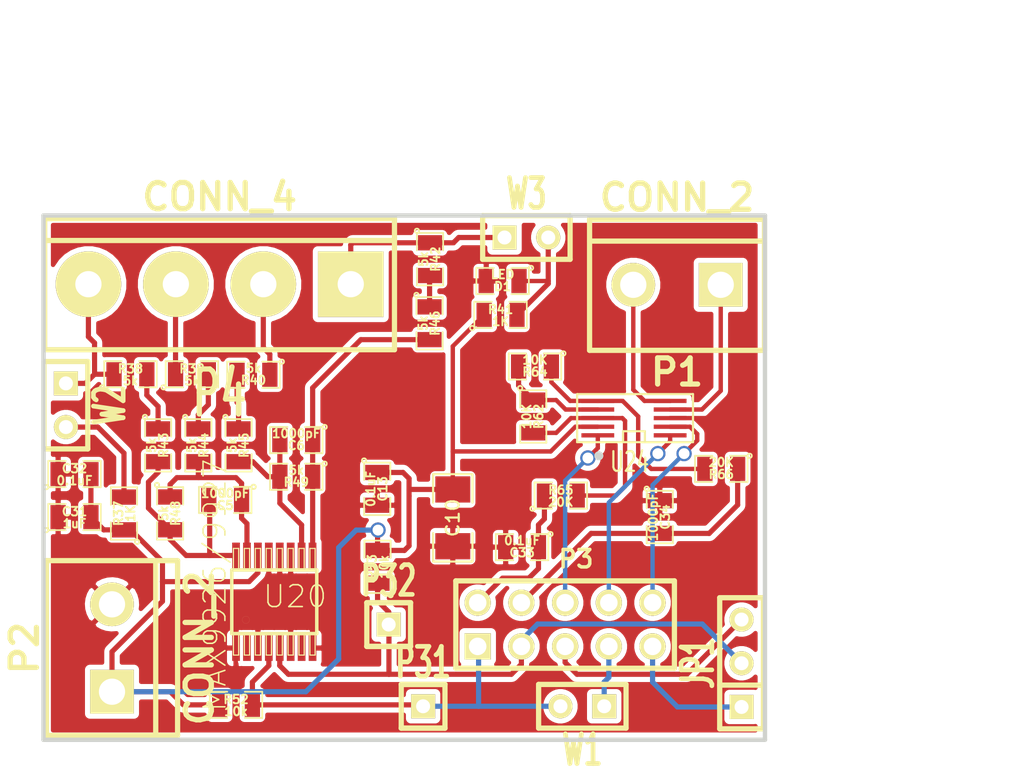
<source format=kicad_pcb>
(kicad_pcb (version 3) (host pcbnew "(2013-mar-13)-testing")

  (general
    (links 76)
    (no_connects 0)
    (area 203.072999 45.592999 245.237001 76.327001)
    (thickness 1.6)
    (drawings 9)
    (tracks 216)
    (zones 0)
    (modules 39)
    (nets 34)
  )

  (page A4)
  (title_block
    (company Art_Electro)
    (comment 1 cps_vrs_io_1)
    (comment 2 Art_Electro)
    (comment 3 Art_Electro)
    (comment 4 Art_Electro)
  )

  (layers
    (15 F.Cu signal)
    (0 B.Cu signal)
    (16 B.Adhes user)
    (17 F.Adhes user)
    (18 B.Paste user)
    (19 F.Paste user)
    (20 B.SilkS user)
    (21 F.SilkS user)
    (22 B.Mask user)
    (23 F.Mask user)
    (24 Dwgs.User user)
    (25 Cmts.User user)
    (26 Eco1.User user)
    (27 Eco2.User user)
    (28 Edge.Cuts user)
  )

  (setup
    (last_trace_width 0.254)
    (trace_clearance 0.1)
    (zone_clearance 0.3)
    (zone_45_only no)
    (trace_min 0.254)
    (segment_width 0.254)
    (edge_width 0.254)
    (via_size 0.889)
    (via_drill 0.635)
    (via_min_size 0.889)
    (via_min_drill 0.508)
    (uvia_size 0.508)
    (uvia_drill 0.127)
    (uvias_allowed no)
    (uvia_min_size 0.508)
    (uvia_min_drill 0.127)
    (pcb_text_width 0.4318)
    (pcb_text_size 1.524 2.032)
    (mod_edge_width 0.09906)
    (mod_text_size 1.524 1.524)
    (mod_text_width 0.254)
    (pad_size 0.35052 0.70104)
    (pad_drill 0.6)
    (pad_to_mask_clearance 0.254)
    (aux_axis_origin 0 0)
    (visible_elements 7FFFFFEF)
    (pcbplotparams
      (layerselection 3178497)
      (usegerberextensions true)
      (excludeedgelayer true)
      (linewidth 0.150000)
      (plotframeref false)
      (viasonmask false)
      (mode 1)
      (useauxorigin false)
      (hpglpennumber 1)
      (hpglpenspeed 20)
      (hpglpendiameter 15)
      (hpglpenoverlay 2)
      (psnegative false)
      (psa4output false)
      (plotreference true)
      (plotvalue true)
      (plotothertext true)
      (plotinvisibletext false)
      (padsonsilk false)
      (subtractmaskfromsilk false)
      (outputformat 1)
      (mirror false)
      (drillshape 1)
      (scaleselection 1)
      (outputdirectory ""))
  )

  (net 0 "")
  (net 1 /CAM)
  (net 2 /CAM+)
  (net 3 /CAM-)
  (net 4 /CRANK)
  (net 5 /CRK1+)
  (net 6 /CRK2-)
  (net 7 /CS-KN1)
  (net 8 /FAKE-CAM)
  (net 9 /MISO)
  (net 10 /RPMGEN_0)
  (net 11 /RPMGEN_1)
  (net 12 /SCK)
  (net 13 /knock1+)
  (net 14 /knock1-)
  (net 15 /knock_1+p)
  (net 16 /knock_1-p)
  (net 17 5V)
  (net 18 GND)
  (net 19 N-0000011)
  (net 20 N-0000014)
  (net 21 N-0000015)
  (net 22 N-0000016)
  (net 23 N-0000017)
  (net 24 N-000002)
  (net 25 N-0000023)
  (net 26 N-0000024)
  (net 27 N-0000025)
  (net 28 N-0000026)
  (net 29 N-0000027)
  (net 30 N-0000028)
  (net 31 N-0000029)
  (net 32 N-000003)
  (net 33 N-000005)

  (net_class Default "Это класс цепей по умолчанию."
    (clearance 0.1)
    (trace_width 0.254)
    (via_dia 0.889)
    (via_drill 0.635)
    (uvia_dia 0.508)
    (uvia_drill 0.127)
    (add_net "")
    (add_net /CAM)
    (add_net /CAM+)
    (add_net /CAM-)
    (add_net /CRANK)
    (add_net /CRK1+)
    (add_net /CRK2-)
    (add_net /CS-KN1)
    (add_net /FAKE-CAM)
    (add_net /MISO)
    (add_net /RPMGEN_0)
    (add_net /RPMGEN_1)
    (add_net /SCK)
    (add_net /knock1+)
    (add_net /knock1-)
    (add_net /knock_1+p)
    (add_net /knock_1-p)
    (add_net 5V)
    (add_net GND)
    (add_net N-0000011)
    (add_net N-0000014)
    (add_net N-0000015)
    (add_net N-0000016)
    (add_net N-0000017)
    (add_net N-000002)
    (add_net N-0000023)
    (add_net N-0000024)
    (add_net N-0000025)
    (add_net N-0000026)
    (add_net N-0000027)
    (add_net N-0000028)
    (add_net N-0000029)
    (add_net N-000003)
    (add_net N-000005)
  )

  (module SM0805   placed (layer F.Cu) (tedit 5091495C) (tstamp 528A14D4)
    (at 213.752 62.2559 180)
    (path /4AD9C851)
    (attr smd)
    (fp_text reference C5 (at 0 -0.3175 180) (layer F.SilkS)
      (effects (font (size 0.50038 0.50038) (thickness 0.10922)))
    )
    (fp_text value 1000pF (at 0 0.381 180) (layer F.SilkS)
      (effects (font (size 0.50038 0.50038) (thickness 0.10922)))
    )
    (fp_circle (center -1.651 0.762) (end -1.651 0.635) (layer F.SilkS) (width 0.09906))
    (fp_line (start -0.508 0.762) (end -1.524 0.762) (layer F.SilkS) (width 0.09906))
    (fp_line (start -1.524 0.762) (end -1.524 -0.762) (layer F.SilkS) (width 0.09906))
    (fp_line (start -1.524 -0.762) (end -0.508 -0.762) (layer F.SilkS) (width 0.09906))
    (fp_line (start 0.508 -0.762) (end 1.524 -0.762) (layer F.SilkS) (width 0.09906))
    (fp_line (start 1.524 -0.762) (end 1.524 0.762) (layer F.SilkS) (width 0.09906))
    (fp_line (start 1.524 0.762) (end 0.508 0.762) (layer F.SilkS) (width 0.09906))
    (pad 1 smd rect (at -0.9525 0 180) (size 0.889 1.397)
      (layers F.Cu F.Paste F.Mask)
      (net 31 N-0000029)
    )
    (pad 2 smd rect (at 0.9525 0 180) (size 0.889 1.397)
      (layers F.Cu F.Paste F.Mask)
      (net 30 N-0000028)
    )
    (model smd/chip_cms.wrl
      (at (xyz 0 0 0))
      (scale (xyz 0.1 0.1 0.1))
      (rotate (xyz 0 0 0))
    )
  )

  (module SM0805   placed (layer F.Cu) (tedit 5091495C) (tstamp 528A14E1)
    (at 217.8812 58.7756 180)
    (path /4AD9CD25)
    (attr smd)
    (fp_text reference C6 (at 0 -0.3175 180) (layer F.SilkS)
      (effects (font (size 0.50038 0.50038) (thickness 0.10922)))
    )
    (fp_text value 1000pF (at 0 0.381 180) (layer F.SilkS)
      (effects (font (size 0.50038 0.50038) (thickness 0.10922)))
    )
    (fp_circle (center -1.651 0.762) (end -1.651 0.635) (layer F.SilkS) (width 0.09906))
    (fp_line (start -0.508 0.762) (end -1.524 0.762) (layer F.SilkS) (width 0.09906))
    (fp_line (start -1.524 0.762) (end -1.524 -0.762) (layer F.SilkS) (width 0.09906))
    (fp_line (start -1.524 -0.762) (end -0.508 -0.762) (layer F.SilkS) (width 0.09906))
    (fp_line (start 0.508 -0.762) (end 1.524 -0.762) (layer F.SilkS) (width 0.09906))
    (fp_line (start 1.524 -0.762) (end 1.524 0.762) (layer F.SilkS) (width 0.09906))
    (fp_line (start 1.524 0.762) (end 0.508 0.762) (layer F.SilkS) (width 0.09906))
    (pad 1 smd rect (at -0.9525 0 180) (size 0.889 1.397)
      (layers F.Cu F.Paste F.Mask)
      (net 29 N-0000027)
    )
    (pad 2 smd rect (at 0.9525 0 180) (size 0.889 1.397)
      (layers F.Cu F.Paste F.Mask)
      (net 28 N-0000026)
    )
    (model smd/chip_cms.wrl
      (at (xyz 0 0 0))
      (scale (xyz 0.1 0.1 0.1))
      (rotate (xyz 0 0 0))
    )
  )

  (module SM1206   placed (layer F.Cu) (tedit 42806E24) (tstamp 528A14ED)
    (at 226.9744 63.2968 90)
    (path /4AD9CB8E)
    (attr smd)
    (fp_text reference C10 (at 0 0 90) (layer F.SilkS)
      (effects (font (size 0.762 0.762) (thickness 0.127)))
    )
    (fp_text value 10uF (at 0 0 90) (layer F.SilkS) hide
      (effects (font (size 0.762 0.762) (thickness 0.127)))
    )
    (fp_line (start -2.54 -1.143) (end -2.54 1.143) (layer F.SilkS) (width 0.127))
    (fp_line (start -2.54 1.143) (end -0.889 1.143) (layer F.SilkS) (width 0.127))
    (fp_line (start 0.889 -1.143) (end 2.54 -1.143) (layer F.SilkS) (width 0.127))
    (fp_line (start 2.54 -1.143) (end 2.54 1.143) (layer F.SilkS) (width 0.127))
    (fp_line (start 2.54 1.143) (end 0.889 1.143) (layer F.SilkS) (width 0.127))
    (fp_line (start -0.889 -1.143) (end -2.54 -1.143) (layer F.SilkS) (width 0.127))
    (pad 1 smd rect (at -1.651 0 90) (size 1.524 2.032)
      (layers F.Cu F.Paste F.Mask)
      (net 18 GND)
    )
    (pad 2 smd rect (at 1.651 0 90) (size 1.524 2.032)
      (layers F.Cu F.Paste F.Mask)
      (net 17 5V)
    )
    (model smd/chip_cms.wrl
      (at (xyz 0 0 0))
      (scale (xyz 0.17 0.16 0.16))
      (rotate (xyz 0 0 0))
    )
  )

  (module SM0805   placed (layer F.Cu) (tedit 5091495C) (tstamp 528A14FA)
    (at 222.5846 61.6122 270)
    (path /50D6291F)
    (attr smd)
    (fp_text reference C13 (at 0 -0.3175 270) (layer F.SilkS)
      (effects (font (size 0.50038 0.50038) (thickness 0.10922)))
    )
    (fp_text value 0.1uF (at 0 0.381 270) (layer F.SilkS)
      (effects (font (size 0.50038 0.50038) (thickness 0.10922)))
    )
    (fp_circle (center -1.651 0.762) (end -1.651 0.635) (layer F.SilkS) (width 0.09906))
    (fp_line (start -0.508 0.762) (end -1.524 0.762) (layer F.SilkS) (width 0.09906))
    (fp_line (start -1.524 0.762) (end -1.524 -0.762) (layer F.SilkS) (width 0.09906))
    (fp_line (start -1.524 -0.762) (end -0.508 -0.762) (layer F.SilkS) (width 0.09906))
    (fp_line (start 0.508 -0.762) (end 1.524 -0.762) (layer F.SilkS) (width 0.09906))
    (fp_line (start 1.524 -0.762) (end 1.524 0.762) (layer F.SilkS) (width 0.09906))
    (fp_line (start 1.524 0.762) (end 0.508 0.762) (layer F.SilkS) (width 0.09906))
    (pad 1 smd rect (at -0.9525 0 270) (size 0.889 1.397)
      (layers F.Cu F.Paste F.Mask)
      (net 17 5V)
    )
    (pad 2 smd rect (at 0.9525 0 270) (size 0.889 1.397)
      (layers F.Cu F.Paste F.Mask)
      (net 18 GND)
    )
    (model smd/chip_cms.wrl
      (at (xyz 0 0 0))
      (scale (xyz 0.1 0.1 0.1))
      (rotate (xyz 0 0 0))
    )
  )

  (module SM0805   placed (layer F.Cu) (tedit 5091495C) (tstamp 528A1507)
    (at 205 63.25)
    (path /4E39E4ED)
    (attr smd)
    (fp_text reference C31 (at 0 -0.3175) (layer F.SilkS)
      (effects (font (size 0.50038 0.50038) (thickness 0.10922)))
    )
    (fp_text value 1uF (at 0 0.381) (layer F.SilkS)
      (effects (font (size 0.50038 0.50038) (thickness 0.10922)))
    )
    (fp_circle (center -1.651 0.762) (end -1.651 0.635) (layer F.SilkS) (width 0.09906))
    (fp_line (start -0.508 0.762) (end -1.524 0.762) (layer F.SilkS) (width 0.09906))
    (fp_line (start -1.524 0.762) (end -1.524 -0.762) (layer F.SilkS) (width 0.09906))
    (fp_line (start -1.524 -0.762) (end -0.508 -0.762) (layer F.SilkS) (width 0.09906))
    (fp_line (start 0.508 -0.762) (end 1.524 -0.762) (layer F.SilkS) (width 0.09906))
    (fp_line (start 1.524 -0.762) (end 1.524 0.762) (layer F.SilkS) (width 0.09906))
    (fp_line (start 1.524 0.762) (end 0.508 0.762) (layer F.SilkS) (width 0.09906))
    (pad 1 smd rect (at -0.9525 0) (size 0.889 1.397)
      (layers F.Cu F.Paste F.Mask)
      (net 18 GND)
    )
    (pad 2 smd rect (at 0.9525 0) (size 0.889 1.397)
      (layers F.Cu F.Paste F.Mask)
      (net 17 5V)
    )
    (model smd/chip_cms.wrl
      (at (xyz 0 0 0))
      (scale (xyz 0.1 0.1 0.1))
      (rotate (xyz 0 0 0))
    )
  )

  (module SM0805   placed (layer F.Cu) (tedit 5091495C) (tstamp 528A1514)
    (at 205 60.75)
    (path /4E39E4EE)
    (attr smd)
    (fp_text reference C32 (at 0 -0.3175) (layer F.SilkS)
      (effects (font (size 0.50038 0.50038) (thickness 0.10922)))
    )
    (fp_text value 0.1uF (at 0 0.381) (layer F.SilkS)
      (effects (font (size 0.50038 0.50038) (thickness 0.10922)))
    )
    (fp_circle (center -1.651 0.762) (end -1.651 0.635) (layer F.SilkS) (width 0.09906))
    (fp_line (start -0.508 0.762) (end -1.524 0.762) (layer F.SilkS) (width 0.09906))
    (fp_line (start -1.524 0.762) (end -1.524 -0.762) (layer F.SilkS) (width 0.09906))
    (fp_line (start -1.524 -0.762) (end -0.508 -0.762) (layer F.SilkS) (width 0.09906))
    (fp_line (start 0.508 -0.762) (end 1.524 -0.762) (layer F.SilkS) (width 0.09906))
    (fp_line (start 1.524 -0.762) (end 1.524 0.762) (layer F.SilkS) (width 0.09906))
    (fp_line (start 1.524 0.762) (end 0.508 0.762) (layer F.SilkS) (width 0.09906))
    (pad 1 smd rect (at -0.9525 0) (size 0.889 1.397)
      (layers F.Cu F.Paste F.Mask)
      (net 18 GND)
    )
    (pad 2 smd rect (at 0.9525 0) (size 0.889 1.397)
      (layers F.Cu F.Paste F.Mask)
      (net 17 5V)
    )
    (model smd/chip_cms.wrl
      (at (xyz 0 0 0))
      (scale (xyz 0.1 0.1 0.1))
      (rotate (xyz 0 0 0))
    )
  )

  (module SM0805   placed (layer F.Cu) (tedit 5091495C) (tstamp 528A1521)
    (at 231 65 180)
    (path /4E39E4EC)
    (attr smd)
    (fp_text reference C33 (at 0 -0.3175 180) (layer F.SilkS)
      (effects (font (size 0.50038 0.50038) (thickness 0.10922)))
    )
    (fp_text value 0.1uF (at 0 0.381 180) (layer F.SilkS)
      (effects (font (size 0.50038 0.50038) (thickness 0.10922)))
    )
    (fp_circle (center -1.651 0.762) (end -1.651 0.635) (layer F.SilkS) (width 0.09906))
    (fp_line (start -0.508 0.762) (end -1.524 0.762) (layer F.SilkS) (width 0.09906))
    (fp_line (start -1.524 0.762) (end -1.524 -0.762) (layer F.SilkS) (width 0.09906))
    (fp_line (start -1.524 -0.762) (end -0.508 -0.762) (layer F.SilkS) (width 0.09906))
    (fp_line (start 0.508 -0.762) (end 1.524 -0.762) (layer F.SilkS) (width 0.09906))
    (fp_line (start 1.524 -0.762) (end 1.524 0.762) (layer F.SilkS) (width 0.09906))
    (fp_line (start 1.524 0.762) (end 0.508 0.762) (layer F.SilkS) (width 0.09906))
    (pad 1 smd rect (at -0.9525 0 180) (size 0.889 1.397)
      (layers F.Cu F.Paste F.Mask)
      (net 13 /knock1+)
    )
    (pad 2 smd rect (at 0.9525 0 180) (size 0.889 1.397)
      (layers F.Cu F.Paste F.Mask)
      (net 18 GND)
    )
    (model smd/chip_cms.wrl
      (at (xyz 0 0 0))
      (scale (xyz 0.1 0.1 0.1))
      (rotate (xyz 0 0 0))
    )
  )

  (module SM0805   placed (layer F.Cu) (tedit 5091495C) (tstamp 528A152E)
    (at 239 63.25 270)
    (path /4E39E4FC)
    (attr smd)
    (fp_text reference C34 (at 0 -0.3175 270) (layer F.SilkS)
      (effects (font (size 0.50038 0.50038) (thickness 0.10922)))
    )
    (fp_text value 1000pF (at 0 0.381 270) (layer F.SilkS)
      (effects (font (size 0.50038 0.50038) (thickness 0.10922)))
    )
    (fp_circle (center -1.651 0.762) (end -1.651 0.635) (layer F.SilkS) (width 0.09906))
    (fp_line (start -0.508 0.762) (end -1.524 0.762) (layer F.SilkS) (width 0.09906))
    (fp_line (start -1.524 0.762) (end -1.524 -0.762) (layer F.SilkS) (width 0.09906))
    (fp_line (start -1.524 -0.762) (end -0.508 -0.762) (layer F.SilkS) (width 0.09906))
    (fp_line (start 0.508 -0.762) (end 1.524 -0.762) (layer F.SilkS) (width 0.09906))
    (fp_line (start 1.524 -0.762) (end 1.524 0.762) (layer F.SilkS) (width 0.09906))
    (fp_line (start 1.524 0.762) (end 0.508 0.762) (layer F.SilkS) (width 0.09906))
    (pad 1 smd rect (at -0.9525 0 270) (size 0.889 1.397)
      (layers F.Cu F.Paste F.Mask)
      (net 18 GND)
    )
    (pad 2 smd rect (at 0.9525 0 270) (size 0.889 1.397)
      (layers F.Cu F.Paste F.Mask)
      (net 14 /knock1-)
    )
    (model smd/chip_cms.wrl
      (at (xyz 0 0 0))
      (scale (xyz 0.1 0.1 0.1))
      (rotate (xyz 0 0 0))
    )
  )

  (module SIL-3   placed (layer F.Cu) (tedit 200000) (tstamp 528A153A)
    (at 243.75 71.75 90)
    (descr "Connecteur 3 pins")
    (tags "CONN DEV")
    (path /50D43A3B)
    (fp_text reference JP1 (at 0 -2.54 90) (layer F.SilkS)
      (effects (font (size 1.7907 1.07696) (thickness 0.3048)))
    )
    (fp_text value JUMPER3 (at 0 -2.54 90) (layer F.SilkS) hide
      (effects (font (size 1.524 1.016) (thickness 0.3048)))
    )
    (fp_line (start -3.81 1.27) (end -3.81 -1.27) (layer F.SilkS) (width 0.3048))
    (fp_line (start -3.81 -1.27) (end 3.81 -1.27) (layer F.SilkS) (width 0.3048))
    (fp_line (start 3.81 -1.27) (end 3.81 1.27) (layer F.SilkS) (width 0.3048))
    (fp_line (start 3.81 1.27) (end -3.81 1.27) (layer F.SilkS) (width 0.3048))
    (fp_line (start -1.27 -1.27) (end -1.27 1.27) (layer F.SilkS) (width 0.3048))
    (pad 1 thru_hole rect (at -2.54 0 90) (size 1.397 1.397) (drill 0.8128)
      (layers *.Cu *.Mask F.SilkS)
      (net 8 /FAKE-CAM)
    )
    (pad 2 thru_hole circle (at 0 0 90) (size 1.397 1.397) (drill 0.8128)
      (layers *.Cu *.Mask F.SilkS)
      (net 1 /CAM)
    )
    (pad 3 thru_hole circle (at 2.54 0 90) (size 1.397 1.397) (drill 0.8128)
      (layers *.Cu *.Mask F.SilkS)
      (net 11 /RPMGEN_1)
    )
  )

  (module bornier2   locked (layer F.Cu) (tedit 3EC0ED69) (tstamp 528A1545)
    (at 240 49.75 180)
    (descr "Bornier d'alimentation 2 pins")
    (tags DEV)
    (path /5288FEA9)
    (fp_text reference P1 (at 0 -5.08 180) (layer F.SilkS)
      (effects (font (thickness 0.3048)))
    )
    (fp_text value CONN_2 (at 0 5.08 180) (layer F.SilkS)
      (effects (font (thickness 0.3048)))
    )
    (fp_line (start 5.08 2.54) (end -5.08 2.54) (layer F.SilkS) (width 0.3048))
    (fp_line (start 5.08 3.81) (end 5.08 -3.81) (layer F.SilkS) (width 0.3048))
    (fp_line (start 5.08 -3.81) (end -5.08 -3.81) (layer F.SilkS) (width 0.3048))
    (fp_line (start -5.08 -3.81) (end -5.08 3.81) (layer F.SilkS) (width 0.3048))
    (fp_line (start -5.08 3.81) (end 5.08 3.81) (layer F.SilkS) (width 0.3048))
    (pad 1 thru_hole rect (at -2.54 0 180) (size 2.54 2.54) (drill 1.524)
      (layers *.Cu *.Mask F.SilkS)
      (net 16 /knock_1-p)
    )
    (pad 2 thru_hole circle (at 2.54 0 180) (size 2.54 2.54) (drill 1.524)
      (layers *.Cu *.Mask F.SilkS)
      (net 15 /knock_1+p)
    )
    (model device/bornier_2.wrl
      (at (xyz 0 0 0))
      (scale (xyz 1 1 1))
      (rotate (xyz 0 0 0))
    )
  )

  (module bornier2   locked (layer F.Cu) (tedit 3EC0ED69) (tstamp 528A1550)
    (at 207.1772 70.8642 90)
    (descr "Bornier d'alimentation 2 pins")
    (tags DEV)
    (path /5288FADF)
    (fp_text reference P2 (at 0 -5.08 90) (layer F.SilkS)
      (effects (font (thickness 0.3048)))
    )
    (fp_text value CONN_2 (at 0 5.08 90) (layer F.SilkS)
      (effects (font (thickness 0.3048)))
    )
    (fp_line (start 5.08 2.54) (end -5.08 2.54) (layer F.SilkS) (width 0.3048))
    (fp_line (start 5.08 3.81) (end 5.08 -3.81) (layer F.SilkS) (width 0.3048))
    (fp_line (start 5.08 -3.81) (end -5.08 -3.81) (layer F.SilkS) (width 0.3048))
    (fp_line (start -5.08 -3.81) (end -5.08 3.81) (layer F.SilkS) (width 0.3048))
    (fp_line (start -5.08 3.81) (end 5.08 3.81) (layer F.SilkS) (width 0.3048))
    (pad 1 thru_hole rect (at -2.54 0 90) (size 2.54 2.54) (drill 1.524)
      (layers *.Cu *.Mask F.SilkS)
      (net 17 5V)
    )
    (pad 2 thru_hole circle (at 2.54 0 90) (size 2.54 2.54) (drill 1.524)
      (layers *.Cu *.Mask F.SilkS)
      (net 18 GND)
    )
    (model device/bornier_2.wrl
      (at (xyz 0 0 0))
      (scale (xyz 1 1 1))
      (rotate (xyz 0 0 0))
    )
  )

  (module PIN_ARRAY_5x2   placed (layer F.Cu) (tedit 3FCF2109) (tstamp 528A1562)
    (at 233.5 69.5)
    (descr "Double rangee de contacts 2 x 5 pins")
    (tags CONN)
    (path /5288F8BF)
    (fp_text reference P3 (at 0.635 -3.81) (layer F.SilkS)
      (effects (font (size 1.016 1.016) (thickness 0.2032)))
    )
    (fp_text value CONN_5X2 (at 0 -3.81) (layer F.SilkS) hide
      (effects (font (size 1.016 1.016) (thickness 0.2032)))
    )
    (fp_line (start -6.35 -2.54) (end 6.35 -2.54) (layer F.SilkS) (width 0.3048))
    (fp_line (start 6.35 -2.54) (end 6.35 2.54) (layer F.SilkS) (width 0.3048))
    (fp_line (start 6.35 2.54) (end -6.35 2.54) (layer F.SilkS) (width 0.3048))
    (fp_line (start -6.35 2.54) (end -6.35 -2.54) (layer F.SilkS) (width 0.3048))
    (pad 1 thru_hole rect (at -5.08 1.27) (size 1.524 1.524) (drill 1.016)
      (layers *.Cu *.Mask F.SilkS)
      (net 4 /CRANK)
    )
    (pad 2 thru_hole circle (at -5.08 -1.27) (size 1.524 1.524) (drill 1.016)
      (layers *.Cu *.Mask F.SilkS)
      (net 13 /knock1+)
    )
    (pad 3 thru_hole circle (at -2.54 1.27) (size 1.524 1.524) (drill 1.016)
      (layers *.Cu *.Mask F.SilkS)
      (net 1 /CAM)
    )
    (pad 4 thru_hole circle (at -2.54 -1.27) (size 1.524 1.524) (drill 1.016)
      (layers *.Cu *.Mask F.SilkS)
      (net 14 /knock1-)
    )
    (pad 5 thru_hole circle (at 0 1.27) (size 1.524 1.524) (drill 1.016)
      (layers *.Cu *.Mask F.SilkS)
      (net 11 /RPMGEN_1)
    )
    (pad 6 thru_hole circle (at 0 -1.27) (size 1.524 1.524) (drill 1.016)
      (layers *.Cu *.Mask F.SilkS)
      (net 7 /CS-KN1)
    )
    (pad 7 thru_hole circle (at 2.54 1.27) (size 1.524 1.524) (drill 1.016)
      (layers *.Cu *.Mask F.SilkS)
      (net 10 /RPMGEN_0)
    )
    (pad 8 thru_hole circle (at 2.54 -1.27) (size 1.524 1.524) (drill 1.016)
      (layers *.Cu *.Mask F.SilkS)
      (net 12 /SCK)
    )
    (pad 9 thru_hole circle (at 5.08 1.27) (size 1.524 1.524) (drill 1.016)
      (layers *.Cu *.Mask F.SilkS)
      (net 8 /FAKE-CAM)
    )
    (pad 10 thru_hole circle (at 5.08 -1.27) (size 1.524 1.524) (drill 1.016)
      (layers *.Cu *.Mask F.SilkS)
      (net 9 /MISO)
    )
    (model pin_array/pins_array_5x2.wrl
      (at (xyz 0 0 0))
      (scale (xyz 1 1 1))
      (rotate (xyz 0 0 0))
    )
  )

  (module bornier4   locked (layer F.Cu) (tedit 3EC0ED29) (tstamp 528A156F)
    (at 213.4272 49.7146 180)
    (descr "Bornier d'alimentation 4 pins")
    (tags DEV)
    (path /5288FF50)
    (fp_text reference P4 (at 0 -6.35 180) (layer F.SilkS)
      (effects (font (size 2.6162 1.59766) (thickness 0.3048)))
    )
    (fp_text value CONN_4 (at 0 5.08 180) (layer F.SilkS)
      (effects (font (thickness 0.3048)))
    )
    (fp_line (start -10.16 -3.81) (end -10.16 3.81) (layer F.SilkS) (width 0.3048))
    (fp_line (start 10.16 3.81) (end 10.16 -3.81) (layer F.SilkS) (width 0.3048))
    (fp_line (start 10.16 2.54) (end -10.16 2.54) (layer F.SilkS) (width 0.3048))
    (fp_line (start -10.16 -3.81) (end 10.16 -3.81) (layer F.SilkS) (width 0.3048))
    (fp_line (start -10.16 3.81) (end 10.16 3.81) (layer F.SilkS) (width 0.3048))
    (pad 2 thru_hole circle (at -2.54 0 180) (size 3.81 3.81) (drill 1.524)
      (layers *.Cu *.Mask F.SilkS)
      (net 3 /CAM-)
    )
    (pad 3 thru_hole circle (at 2.54 0 180) (size 3.81 3.81) (drill 1.524)
      (layers *.Cu *.Mask F.SilkS)
      (net 6 /CRK2-)
    )
    (pad 1 thru_hole rect (at -7.62 0 180) (size 3.81 3.81) (drill 1.524)
      (layers *.Cu *.Mask F.SilkS)
      (net 2 /CAM+)
    )
    (pad 4 thru_hole circle (at 7.62 0 180) (size 3.81 3.81) (drill 1.524)
      (layers *.Cu *.Mask F.SilkS)
      (net 5 /CRK1+)
    )
    (model device/bornier_4.wrl
      (at (xyz 0 0 0))
      (scale (xyz 1 1 1))
      (rotate (xyz 0 0 0))
    )
  )

  (module SIL-1   placed (layer F.Cu) (tedit 4C5EAF64) (tstamp 528A1578)
    (at 225.25 74.25)
    (descr "Connecteurs 1 pin")
    (tags "CONN DEV")
    (path /5288EC5C)
    (fp_text reference P31 (at 0 -2.54) (layer F.SilkS)
      (effects (font (size 1.72974 1.08712) (thickness 0.27178)))
    )
    (fp_text value CONN_1 (at 0 -2.54) (layer F.SilkS) hide
      (effects (font (size 1.524 1.016) (thickness 0.254)))
    )
    (fp_line (start -1.27 1.27) (end 1.27 1.27) (layer F.SilkS) (width 0.3175))
    (fp_line (start -1.27 -1.27) (end 1.27 -1.27) (layer F.SilkS) (width 0.3175))
    (fp_line (start -1.27 1.27) (end -1.27 -1.27) (layer F.SilkS) (width 0.3048))
    (fp_line (start 1.27 -1.27) (end 1.27 1.27) (layer F.SilkS) (width 0.3048))
    (pad 1 thru_hole rect (at 0 0) (size 1.397 1.397) (drill 0.8128)
      (layers *.Cu *.Mask F.SilkS)
      (net 4 /CRANK)
    )
  )

  (module SIL-1   placed (layer F.Cu) (tedit 4C5EAF64) (tstamp 528A1581)
    (at 223.25 69.5)
    (descr "Connecteurs 1 pin")
    (tags "CONN DEV")
    (path /5288EC5B)
    (fp_text reference P32 (at 0 -2.54) (layer F.SilkS)
      (effects (font (size 1.72974 1.08712) (thickness 0.27178)))
    )
    (fp_text value CONN_1 (at 0 -2.54) (layer F.SilkS) hide
      (effects (font (size 1.524 1.016) (thickness 0.254)))
    )
    (fp_line (start -1.27 1.27) (end 1.27 1.27) (layer F.SilkS) (width 0.3175))
    (fp_line (start -1.27 -1.27) (end 1.27 -1.27) (layer F.SilkS) (width 0.3175))
    (fp_line (start -1.27 1.27) (end -1.27 -1.27) (layer F.SilkS) (width 0.3048))
    (fp_line (start 1.27 -1.27) (end 1.27 1.27) (layer F.SilkS) (width 0.3048))
    (pad 1 thru_hole rect (at 0 0) (size 1.397 1.397) (drill 0.8128)
      (layers *.Cu *.Mask F.SilkS)
      (net 1 /CAM)
    )
  )

  (module SM0805   placed (layer F.Cu) (tedit 5091495C) (tstamp 528A158E)
    (at 207.8736 63.0428 90)
    (path /4E39E3AF)
    (attr smd)
    (fp_text reference R37 (at 0 -0.3175 90) (layer F.SilkS)
      (effects (font (size 0.50038 0.50038) (thickness 0.10922)))
    )
    (fp_text value 1K (at 0 0.381 90) (layer F.SilkS)
      (effects (font (size 0.50038 0.50038) (thickness 0.10922)))
    )
    (fp_circle (center -1.651 0.762) (end -1.651 0.635) (layer F.SilkS) (width 0.09906))
    (fp_line (start -0.508 0.762) (end -1.524 0.762) (layer F.SilkS) (width 0.09906))
    (fp_line (start -1.524 0.762) (end -1.524 -0.762) (layer F.SilkS) (width 0.09906))
    (fp_line (start -1.524 -0.762) (end -0.508 -0.762) (layer F.SilkS) (width 0.09906))
    (fp_line (start 0.508 -0.762) (end 1.524 -0.762) (layer F.SilkS) (width 0.09906))
    (fp_line (start 1.524 -0.762) (end 1.524 0.762) (layer F.SilkS) (width 0.09906))
    (fp_line (start 1.524 0.762) (end 0.508 0.762) (layer F.SilkS) (width 0.09906))
    (pad 1 smd rect (at -0.9525 0 90) (size 0.889 1.397)
      (layers F.Cu F.Paste F.Mask)
      (net 17 5V)
    )
    (pad 2 smd rect (at 0.9525 0 90) (size 0.889 1.397)
      (layers F.Cu F.Paste F.Mask)
      (net 21 N-0000015)
    )
    (model smd/chip_cms.wrl
      (at (xyz 0 0 0))
      (scale (xyz 0.1 0.1 0.1))
      (rotate (xyz 0 0 0))
    )
  )

  (module SM0805   placed (layer F.Cu) (tedit 5091495C) (tstamp 528A159B)
    (at 208.2481 54.9488)
    (path /4E39E3A9)
    (attr smd)
    (fp_text reference R38 (at 0 -0.3175) (layer F.SilkS)
      (effects (font (size 0.50038 0.50038) (thickness 0.10922)))
    )
    (fp_text value 5k (at 0 0.381) (layer F.SilkS)
      (effects (font (size 0.50038 0.50038) (thickness 0.10922)))
    )
    (fp_circle (center -1.651 0.762) (end -1.651 0.635) (layer F.SilkS) (width 0.09906))
    (fp_line (start -0.508 0.762) (end -1.524 0.762) (layer F.SilkS) (width 0.09906))
    (fp_line (start -1.524 0.762) (end -1.524 -0.762) (layer F.SilkS) (width 0.09906))
    (fp_line (start -1.524 -0.762) (end -0.508 -0.762) (layer F.SilkS) (width 0.09906))
    (fp_line (start 0.508 -0.762) (end 1.524 -0.762) (layer F.SilkS) (width 0.09906))
    (fp_line (start 1.524 -0.762) (end 1.524 0.762) (layer F.SilkS) (width 0.09906))
    (fp_line (start 1.524 0.762) (end 0.508 0.762) (layer F.SilkS) (width 0.09906))
    (pad 1 smd rect (at -0.9525 0) (size 0.889 1.397)
      (layers F.Cu F.Paste F.Mask)
      (net 5 /CRK1+)
    )
    (pad 2 smd rect (at 0.9525 0) (size 0.889 1.397)
      (layers F.Cu F.Paste F.Mask)
      (net 23 N-0000017)
    )
    (model smd/chip_cms.wrl
      (at (xyz 0 0 0))
      (scale (xyz 0.1 0.1 0.1))
      (rotate (xyz 0 0 0))
    )
  )

  (module SM0805   placed (layer F.Cu) (tedit 5091495C) (tstamp 528A15A8)
    (at 211.8209 54.9488)
    (path /4E39E3A5)
    (attr smd)
    (fp_text reference R39 (at 0 -0.3175) (layer F.SilkS)
      (effects (font (size 0.50038 0.50038) (thickness 0.10922)))
    )
    (fp_text value 5k (at 0 0.381) (layer F.SilkS)
      (effects (font (size 0.50038 0.50038) (thickness 0.10922)))
    )
    (fp_circle (center -1.651 0.762) (end -1.651 0.635) (layer F.SilkS) (width 0.09906))
    (fp_line (start -0.508 0.762) (end -1.524 0.762) (layer F.SilkS) (width 0.09906))
    (fp_line (start -1.524 0.762) (end -1.524 -0.762) (layer F.SilkS) (width 0.09906))
    (fp_line (start -1.524 -0.762) (end -0.508 -0.762) (layer F.SilkS) (width 0.09906))
    (fp_line (start 0.508 -0.762) (end 1.524 -0.762) (layer F.SilkS) (width 0.09906))
    (fp_line (start 1.524 -0.762) (end 1.524 0.762) (layer F.SilkS) (width 0.09906))
    (fp_line (start 1.524 0.762) (end 0.508 0.762) (layer F.SilkS) (width 0.09906))
    (pad 1 smd rect (at -0.9525 0) (size 0.889 1.397)
      (layers F.Cu F.Paste F.Mask)
      (net 6 /CRK2-)
    )
    (pad 2 smd rect (at 0.9525 0) (size 0.889 1.397)
      (layers F.Cu F.Paste F.Mask)
      (net 25 N-0000023)
    )
    (model smd/chip_cms.wrl
      (at (xyz 0 0 0))
      (scale (xyz 0.1 0.1 0.1))
      (rotate (xyz 0 0 0))
    )
  )

  (module SM0805   placed (layer F.Cu) (tedit 5091495C) (tstamp 528A15B5)
    (at 215.3937 54.9803 180)
    (path /4E39E39B)
    (attr smd)
    (fp_text reference R40 (at 0 -0.3175 180) (layer F.SilkS)
      (effects (font (size 0.50038 0.50038) (thickness 0.10922)))
    )
    (fp_text value 5k (at 0 0.381 180) (layer F.SilkS)
      (effects (font (size 0.50038 0.50038) (thickness 0.10922)))
    )
    (fp_circle (center -1.651 0.762) (end -1.651 0.635) (layer F.SilkS) (width 0.09906))
    (fp_line (start -0.508 0.762) (end -1.524 0.762) (layer F.SilkS) (width 0.09906))
    (fp_line (start -1.524 0.762) (end -1.524 -0.762) (layer F.SilkS) (width 0.09906))
    (fp_line (start -1.524 -0.762) (end -0.508 -0.762) (layer F.SilkS) (width 0.09906))
    (fp_line (start 0.508 -0.762) (end 1.524 -0.762) (layer F.SilkS) (width 0.09906))
    (fp_line (start 1.524 -0.762) (end 1.524 0.762) (layer F.SilkS) (width 0.09906))
    (fp_line (start 1.524 0.762) (end 0.508 0.762) (layer F.SilkS) (width 0.09906))
    (pad 1 smd rect (at -0.9525 0 180) (size 0.889 1.397)
      (layers F.Cu F.Paste F.Mask)
      (net 3 /CAM-)
    )
    (pad 2 smd rect (at 0.9525 0 180) (size 0.889 1.397)
      (layers F.Cu F.Paste F.Mask)
      (net 22 N-0000016)
    )
    (model smd/chip_cms.wrl
      (at (xyz 0 0 0))
      (scale (xyz 0.1 0.1 0.1))
      (rotate (xyz 0 0 0))
    )
  )

  (module SM0805   placed (layer F.Cu) (tedit 5091495C) (tstamp 528A15C2)
    (at 229.75 51.5)
    (path /4E39E399)
    (attr smd)
    (fp_text reference R41 (at 0 -0.3175) (layer F.SilkS)
      (effects (font (size 0.50038 0.50038) (thickness 0.10922)))
    )
    (fp_text value 1K (at 0 0.381) (layer F.SilkS)
      (effects (font (size 0.50038 0.50038) (thickness 0.10922)))
    )
    (fp_circle (center -1.651 0.762) (end -1.651 0.635) (layer F.SilkS) (width 0.09906))
    (fp_line (start -0.508 0.762) (end -1.524 0.762) (layer F.SilkS) (width 0.09906))
    (fp_line (start -1.524 0.762) (end -1.524 -0.762) (layer F.SilkS) (width 0.09906))
    (fp_line (start -1.524 -0.762) (end -0.508 -0.762) (layer F.SilkS) (width 0.09906))
    (fp_line (start 0.508 -0.762) (end 1.524 -0.762) (layer F.SilkS) (width 0.09906))
    (fp_line (start 1.524 -0.762) (end 1.524 0.762) (layer F.SilkS) (width 0.09906))
    (fp_line (start 1.524 0.762) (end 0.508 0.762) (layer F.SilkS) (width 0.09906))
    (pad 1 smd rect (at -0.9525 0) (size 0.889 1.397)
      (layers F.Cu F.Paste F.Mask)
      (net 17 5V)
    )
    (pad 2 smd rect (at 0.9525 0) (size 0.889 1.397)
      (layers F.Cu F.Paste F.Mask)
      (net 20 N-0000014)
    )
    (model smd/chip_cms.wrl
      (at (xyz 0 0 0))
      (scale (xyz 0.1 0.1 0.1))
      (rotate (xyz 0 0 0))
    )
  )

  (module SM0805 (layer F.Cu) (tedit 5091495C) (tstamp 528A15CF)
    (at 225.6536 48.26 270)
    (path /4E39E39D)
    (attr smd)
    (fp_text reference R42 (at 0 -0.3175 270) (layer F.SilkS)
      (effects (font (size 0.50038 0.50038) (thickness 0.10922)))
    )
    (fp_text value 5k (at 0 0.381 270) (layer F.SilkS)
      (effects (font (size 0.50038 0.50038) (thickness 0.10922)))
    )
    (fp_circle (center -1.651 0.762) (end -1.651 0.635) (layer F.SilkS) (width 0.09906))
    (fp_line (start -0.508 0.762) (end -1.524 0.762) (layer F.SilkS) (width 0.09906))
    (fp_line (start -1.524 0.762) (end -1.524 -0.762) (layer F.SilkS) (width 0.09906))
    (fp_line (start -1.524 -0.762) (end -0.508 -0.762) (layer F.SilkS) (width 0.09906))
    (fp_line (start 0.508 -0.762) (end 1.524 -0.762) (layer F.SilkS) (width 0.09906))
    (fp_line (start 1.524 -0.762) (end 1.524 0.762) (layer F.SilkS) (width 0.09906))
    (fp_line (start 1.524 0.762) (end 0.508 0.762) (layer F.SilkS) (width 0.09906))
    (pad 1 smd rect (at -0.9525 0 270) (size 0.889 1.397)
      (layers F.Cu F.Paste F.Mask)
      (net 2 /CAM+)
    )
    (pad 2 smd rect (at 0.9525 0 270) (size 0.889 1.397)
      (layers F.Cu F.Paste F.Mask)
      (net 26 N-0000024)
    )
    (model smd/chip_cms.wrl
      (at (xyz 0 0 0))
      (scale (xyz 0.1 0.1 0.1))
      (rotate (xyz 0 0 0))
    )
  )

  (module SM0805   placed (layer F.Cu) (tedit 5091495C) (tstamp 528A15DC)
    (at 209.8548 59.0804 270)
    (path /4E39E3AD)
    (attr smd)
    (fp_text reference R43 (at 0 -0.3175 270) (layer F.SilkS)
      (effects (font (size 0.50038 0.50038) (thickness 0.10922)))
    )
    (fp_text value 5k (at 0 0.381 270) (layer F.SilkS)
      (effects (font (size 0.50038 0.50038) (thickness 0.10922)))
    )
    (fp_circle (center -1.651 0.762) (end -1.651 0.635) (layer F.SilkS) (width 0.09906))
    (fp_line (start -0.508 0.762) (end -1.524 0.762) (layer F.SilkS) (width 0.09906))
    (fp_line (start -1.524 0.762) (end -1.524 -0.762) (layer F.SilkS) (width 0.09906))
    (fp_line (start -1.524 -0.762) (end -0.508 -0.762) (layer F.SilkS) (width 0.09906))
    (fp_line (start 0.508 -0.762) (end 1.524 -0.762) (layer F.SilkS) (width 0.09906))
    (fp_line (start 1.524 -0.762) (end 1.524 0.762) (layer F.SilkS) (width 0.09906))
    (fp_line (start 1.524 0.762) (end 0.508 0.762) (layer F.SilkS) (width 0.09906))
    (pad 1 smd rect (at -0.9525 0 270) (size 0.889 1.397)
      (layers F.Cu F.Paste F.Mask)
      (net 23 N-0000017)
    )
    (pad 2 smd rect (at 0.9525 0 270) (size 0.889 1.397)
      (layers F.Cu F.Paste F.Mask)
      (net 30 N-0000028)
    )
    (model smd/chip_cms.wrl
      (at (xyz 0 0 0))
      (scale (xyz 0.1 0.1 0.1))
      (rotate (xyz 0 0 0))
    )
  )

  (module SM0805   placed (layer F.Cu) (tedit 5091495C) (tstamp 528A15E9)
    (at 212.1916 59.0804 270)
    (path /4E39E3A0)
    (attr smd)
    (fp_text reference R44 (at 0 -0.3175 270) (layer F.SilkS)
      (effects (font (size 0.50038 0.50038) (thickness 0.10922)))
    )
    (fp_text value 5k (at 0 0.381 270) (layer F.SilkS)
      (effects (font (size 0.50038 0.50038) (thickness 0.10922)))
    )
    (fp_circle (center -1.651 0.762) (end -1.651 0.635) (layer F.SilkS) (width 0.09906))
    (fp_line (start -0.508 0.762) (end -1.524 0.762) (layer F.SilkS) (width 0.09906))
    (fp_line (start -1.524 0.762) (end -1.524 -0.762) (layer F.SilkS) (width 0.09906))
    (fp_line (start -1.524 -0.762) (end -0.508 -0.762) (layer F.SilkS) (width 0.09906))
    (fp_line (start 0.508 -0.762) (end 1.524 -0.762) (layer F.SilkS) (width 0.09906))
    (fp_line (start 1.524 -0.762) (end 1.524 0.762) (layer F.SilkS) (width 0.09906))
    (fp_line (start 1.524 0.762) (end 0.508 0.762) (layer F.SilkS) (width 0.09906))
    (pad 1 smd rect (at -0.9525 0 270) (size 0.889 1.397)
      (layers F.Cu F.Paste F.Mask)
      (net 25 N-0000023)
    )
    (pad 2 smd rect (at 0.9525 0 270) (size 0.889 1.397)
      (layers F.Cu F.Paste F.Mask)
      (net 31 N-0000029)
    )
    (model smd/chip_cms.wrl
      (at (xyz 0 0 0))
      (scale (xyz 0.1 0.1 0.1))
      (rotate (xyz 0 0 0))
    )
  )

  (module SM0805   placed (layer F.Cu) (tedit 5091495C) (tstamp 528A15F6)
    (at 214.5284 59.0804 270)
    (path /4E39E396)
    (attr smd)
    (fp_text reference R45 (at 0 -0.3175 270) (layer F.SilkS)
      (effects (font (size 0.50038 0.50038) (thickness 0.10922)))
    )
    (fp_text value 5k (at 0 0.381 270) (layer F.SilkS)
      (effects (font (size 0.50038 0.50038) (thickness 0.10922)))
    )
    (fp_circle (center -1.651 0.762) (end -1.651 0.635) (layer F.SilkS) (width 0.09906))
    (fp_line (start -0.508 0.762) (end -1.524 0.762) (layer F.SilkS) (width 0.09906))
    (fp_line (start -1.524 0.762) (end -1.524 -0.762) (layer F.SilkS) (width 0.09906))
    (fp_line (start -1.524 -0.762) (end -0.508 -0.762) (layer F.SilkS) (width 0.09906))
    (fp_line (start 0.508 -0.762) (end 1.524 -0.762) (layer F.SilkS) (width 0.09906))
    (fp_line (start 1.524 -0.762) (end 1.524 0.762) (layer F.SilkS) (width 0.09906))
    (fp_line (start 1.524 0.762) (end 0.508 0.762) (layer F.SilkS) (width 0.09906))
    (pad 1 smd rect (at -0.9525 0 270) (size 0.889 1.397)
      (layers F.Cu F.Paste F.Mask)
      (net 22 N-0000016)
    )
    (pad 2 smd rect (at 0.9525 0 270) (size 0.889 1.397)
      (layers F.Cu F.Paste F.Mask)
      (net 28 N-0000026)
    )
    (model smd/chip_cms.wrl
      (at (xyz 0 0 0))
      (scale (xyz 0.1 0.1 0.1))
      (rotate (xyz 0 0 0))
    )
  )

  (module SM0805   placed (layer F.Cu) (tedit 5091495C) (tstamp 528A1603)
    (at 225.626 51.9863 270)
    (path /4E39E393)
    (attr smd)
    (fp_text reference R46 (at 0 -0.3175 270) (layer F.SilkS)
      (effects (font (size 0.50038 0.50038) (thickness 0.10922)))
    )
    (fp_text value 5k (at 0 0.381 270) (layer F.SilkS)
      (effects (font (size 0.50038 0.50038) (thickness 0.10922)))
    )
    (fp_circle (center -1.651 0.762) (end -1.651 0.635) (layer F.SilkS) (width 0.09906))
    (fp_line (start -0.508 0.762) (end -1.524 0.762) (layer F.SilkS) (width 0.09906))
    (fp_line (start -1.524 0.762) (end -1.524 -0.762) (layer F.SilkS) (width 0.09906))
    (fp_line (start -1.524 -0.762) (end -0.508 -0.762) (layer F.SilkS) (width 0.09906))
    (fp_line (start 0.508 -0.762) (end 1.524 -0.762) (layer F.SilkS) (width 0.09906))
    (fp_line (start 1.524 -0.762) (end 1.524 0.762) (layer F.SilkS) (width 0.09906))
    (fp_line (start 1.524 0.762) (end 0.508 0.762) (layer F.SilkS) (width 0.09906))
    (pad 1 smd rect (at -0.9525 0 270) (size 0.889 1.397)
      (layers F.Cu F.Paste F.Mask)
      (net 26 N-0000024)
    )
    (pad 2 smd rect (at 0.9525 0 270) (size 0.889 1.397)
      (layers F.Cu F.Paste F.Mask)
      (net 29 N-0000027)
    )
    (model smd/chip_cms.wrl
      (at (xyz 0 0 0))
      (scale (xyz 0.1 0.1 0.1))
      (rotate (xyz 0 0 0))
    )
  )

  (module SM0805   placed (layer F.Cu) (tedit 5091495C) (tstamp 528A1610)
    (at 210.5532 63.0374 270)
    (path /4E39E390)
    (attr smd)
    (fp_text reference R48 (at 0 -0.3175 270) (layer F.SilkS)
      (effects (font (size 0.50038 0.50038) (thickness 0.10922)))
    )
    (fp_text value 5k (at 0 0.381 270) (layer F.SilkS)
      (effects (font (size 0.50038 0.50038) (thickness 0.10922)))
    )
    (fp_circle (center -1.651 0.762) (end -1.651 0.635) (layer F.SilkS) (width 0.09906))
    (fp_line (start -0.508 0.762) (end -1.524 0.762) (layer F.SilkS) (width 0.09906))
    (fp_line (start -1.524 0.762) (end -1.524 -0.762) (layer F.SilkS) (width 0.09906))
    (fp_line (start -1.524 -0.762) (end -0.508 -0.762) (layer F.SilkS) (width 0.09906))
    (fp_line (start 0.508 -0.762) (end 1.524 -0.762) (layer F.SilkS) (width 0.09906))
    (fp_line (start 1.524 -0.762) (end 1.524 0.762) (layer F.SilkS) (width 0.09906))
    (fp_line (start 1.524 0.762) (end 0.508 0.762) (layer F.SilkS) (width 0.09906))
    (pad 1 smd rect (at -0.9525 0 270) (size 0.889 1.397)
      (layers F.Cu F.Paste F.Mask)
      (net 31 N-0000029)
    )
    (pad 2 smd rect (at 0.9525 0 270) (size 0.889 1.397)
      (layers F.Cu F.Paste F.Mask)
      (net 30 N-0000028)
    )
    (model smd/chip_cms.wrl
      (at (xyz 0 0 0))
      (scale (xyz 0.1 0.1 0.1))
      (rotate (xyz 0 0 0))
    )
  )

  (module SM0805   placed (layer F.Cu) (tedit 5091495C) (tstamp 528A161D)
    (at 217.8812 60.9092 180)
    (path /4E39E38D)
    (attr smd)
    (fp_text reference R49 (at 0 -0.3175 180) (layer F.SilkS)
      (effects (font (size 0.50038 0.50038) (thickness 0.10922)))
    )
    (fp_text value 5k (at 0 0.381 180) (layer F.SilkS)
      (effects (font (size 0.50038 0.50038) (thickness 0.10922)))
    )
    (fp_circle (center -1.651 0.762) (end -1.651 0.635) (layer F.SilkS) (width 0.09906))
    (fp_line (start -0.508 0.762) (end -1.524 0.762) (layer F.SilkS) (width 0.09906))
    (fp_line (start -1.524 0.762) (end -1.524 -0.762) (layer F.SilkS) (width 0.09906))
    (fp_line (start -1.524 -0.762) (end -0.508 -0.762) (layer F.SilkS) (width 0.09906))
    (fp_line (start 0.508 -0.762) (end 1.524 -0.762) (layer F.SilkS) (width 0.09906))
    (fp_line (start 1.524 -0.762) (end 1.524 0.762) (layer F.SilkS) (width 0.09906))
    (fp_line (start 1.524 0.762) (end 0.508 0.762) (layer F.SilkS) (width 0.09906))
    (pad 1 smd rect (at -0.9525 0 180) (size 0.889 1.397)
      (layers F.Cu F.Paste F.Mask)
      (net 29 N-0000027)
    )
    (pad 2 smd rect (at 0.9525 0 180) (size 0.889 1.397)
      (layers F.Cu F.Paste F.Mask)
      (net 28 N-0000026)
    )
    (model smd/chip_cms.wrl
      (at (xyz 0 0 0))
      (scale (xyz 0.1 0.1 0.1))
      (rotate (xyz 0 0 0))
    )
  )

  (module SM0805   placed (layer F.Cu) (tedit 5091495C) (tstamp 528A162A)
    (at 214.3818 74.168)
    (path /4AD9C75B)
    (attr smd)
    (fp_text reference R52 (at 0 -0.3175) (layer F.SilkS)
      (effects (font (size 0.50038 0.50038) (thickness 0.10922)))
    )
    (fp_text value 10k (at 0 0.381) (layer F.SilkS)
      (effects (font (size 0.50038 0.50038) (thickness 0.10922)))
    )
    (fp_circle (center -1.651 0.762) (end -1.651 0.635) (layer F.SilkS) (width 0.09906))
    (fp_line (start -0.508 0.762) (end -1.524 0.762) (layer F.SilkS) (width 0.09906))
    (fp_line (start -1.524 0.762) (end -1.524 -0.762) (layer F.SilkS) (width 0.09906))
    (fp_line (start -1.524 -0.762) (end -0.508 -0.762) (layer F.SilkS) (width 0.09906))
    (fp_line (start 0.508 -0.762) (end 1.524 -0.762) (layer F.SilkS) (width 0.09906))
    (fp_line (start 1.524 -0.762) (end 1.524 0.762) (layer F.SilkS) (width 0.09906))
    (fp_line (start 1.524 0.762) (end 0.508 0.762) (layer F.SilkS) (width 0.09906))
    (pad 1 smd rect (at -0.9525 0) (size 0.889 1.397)
      (layers F.Cu F.Paste F.Mask)
      (net 17 5V)
    )
    (pad 2 smd rect (at 0.9525 0) (size 0.889 1.397)
      (layers F.Cu F.Paste F.Mask)
      (net 4 /CRANK)
    )
    (model smd/chip_cms.wrl
      (at (xyz 0 0 0))
      (scale (xyz 0.1 0.1 0.1))
      (rotate (xyz 0 0 0))
    )
  )

  (module SM0805   placed (layer F.Cu) (tedit 5091495C) (tstamp 528A1637)
    (at 222.6043 66.1437 90)
    (path /5101D08D)
    (attr smd)
    (fp_text reference R53 (at 0 -0.3175 90) (layer F.SilkS)
      (effects (font (size 0.50038 0.50038) (thickness 0.10922)))
    )
    (fp_text value 10k (at 0 0.381 90) (layer F.SilkS)
      (effects (font (size 0.50038 0.50038) (thickness 0.10922)))
    )
    (fp_circle (center -1.651 0.762) (end -1.651 0.635) (layer F.SilkS) (width 0.09906))
    (fp_line (start -0.508 0.762) (end -1.524 0.762) (layer F.SilkS) (width 0.09906))
    (fp_line (start -1.524 0.762) (end -1.524 -0.762) (layer F.SilkS) (width 0.09906))
    (fp_line (start -1.524 -0.762) (end -0.508 -0.762) (layer F.SilkS) (width 0.09906))
    (fp_line (start 0.508 -0.762) (end 1.524 -0.762) (layer F.SilkS) (width 0.09906))
    (fp_line (start 1.524 -0.762) (end 1.524 0.762) (layer F.SilkS) (width 0.09906))
    (fp_line (start 1.524 0.762) (end 0.508 0.762) (layer F.SilkS) (width 0.09906))
    (pad 1 smd rect (at -0.9525 0 90) (size 0.889 1.397)
      (layers F.Cu F.Paste F.Mask)
      (net 1 /CAM)
    )
    (pad 2 smd rect (at 0.9525 0 90) (size 0.889 1.397)
      (layers F.Cu F.Paste F.Mask)
      (net 17 5V)
    )
    (model smd/chip_cms.wrl
      (at (xyz 0 0 0))
      (scale (xyz 0.1 0.1 0.1))
      (rotate (xyz 0 0 0))
    )
  )

  (module SM0805   placed (layer F.Cu) (tedit 5091495C) (tstamp 528A1644)
    (at 231.648 57.404 270)
    (path /4E39E4F7)
    (attr smd)
    (fp_text reference R62 (at 0 -0.3175 270) (layer F.SilkS)
      (effects (font (size 0.50038 0.50038) (thickness 0.10922)))
    )
    (fp_text value 10K (at 0 0.381 270) (layer F.SilkS)
      (effects (font (size 0.50038 0.50038) (thickness 0.10922)))
    )
    (fp_circle (center -1.651 0.762) (end -1.651 0.635) (layer F.SilkS) (width 0.09906))
    (fp_line (start -0.508 0.762) (end -1.524 0.762) (layer F.SilkS) (width 0.09906))
    (fp_line (start -1.524 0.762) (end -1.524 -0.762) (layer F.SilkS) (width 0.09906))
    (fp_line (start -1.524 -0.762) (end -0.508 -0.762) (layer F.SilkS) (width 0.09906))
    (fp_line (start 0.508 -0.762) (end 1.524 -0.762) (layer F.SilkS) (width 0.09906))
    (fp_line (start 1.524 -0.762) (end 1.524 0.762) (layer F.SilkS) (width 0.09906))
    (fp_line (start 1.524 0.762) (end 0.508 0.762) (layer F.SilkS) (width 0.09906))
    (pad 1 smd rect (at -0.9525 0 270) (size 0.889 1.397)
      (layers F.Cu F.Paste F.Mask)
      (net 32 N-000003)
    )
    (pad 2 smd rect (at 0.9525 0 270) (size 0.889 1.397)
      (layers F.Cu F.Paste F.Mask)
      (net 24 N-000002)
    )
    (model smd/chip_cms.wrl
      (at (xyz 0 0 0))
      (scale (xyz 0.1 0.1 0.1))
      (rotate (xyz 0 0 0))
    )
  )

  (module SM0805   placed (layer F.Cu) (tedit 5091495C) (tstamp 528A1651)
    (at 231.75 54.5 180)
    (path /4E39E500)
    (attr smd)
    (fp_text reference R64 (at 0 -0.3175 180) (layer F.SilkS)
      (effects (font (size 0.50038 0.50038) (thickness 0.10922)))
    )
    (fp_text value 10K (at 0 0.381 180) (layer F.SilkS)
      (effects (font (size 0.50038 0.50038) (thickness 0.10922)))
    )
    (fp_circle (center -1.651 0.762) (end -1.651 0.635) (layer F.SilkS) (width 0.09906))
    (fp_line (start -0.508 0.762) (end -1.524 0.762) (layer F.SilkS) (width 0.09906))
    (fp_line (start -1.524 0.762) (end -1.524 -0.762) (layer F.SilkS) (width 0.09906))
    (fp_line (start -1.524 -0.762) (end -0.508 -0.762) (layer F.SilkS) (width 0.09906))
    (fp_line (start 0.508 -0.762) (end 1.524 -0.762) (layer F.SilkS) (width 0.09906))
    (fp_line (start 1.524 -0.762) (end 1.524 0.762) (layer F.SilkS) (width 0.09906))
    (fp_line (start 1.524 0.762) (end 0.508 0.762) (layer F.SilkS) (width 0.09906))
    (pad 1 smd rect (at -0.9525 0 180) (size 0.889 1.397)
      (layers F.Cu F.Paste F.Mask)
      (net 33 N-000005)
    )
    (pad 2 smd rect (at 0.9525 0 180) (size 0.889 1.397)
      (layers F.Cu F.Paste F.Mask)
      (net 32 N-000003)
    )
    (model smd/chip_cms.wrl
      (at (xyz 0 0 0))
      (scale (xyz 0.1 0.1 0.1))
      (rotate (xyz 0 0 0))
    )
  )

  (module SM0805   placed (layer F.Cu) (tedit 5091495C) (tstamp 528A165E)
    (at 233.25 62)
    (path /4E39E4F6)
    (attr smd)
    (fp_text reference R65 (at 0 -0.3175) (layer F.SilkS)
      (effects (font (size 0.50038 0.50038) (thickness 0.10922)))
    )
    (fp_text value 20K (at 0 0.381) (layer F.SilkS)
      (effects (font (size 0.50038 0.50038) (thickness 0.10922)))
    )
    (fp_circle (center -1.651 0.762) (end -1.651 0.635) (layer F.SilkS) (width 0.09906))
    (fp_line (start -0.508 0.762) (end -1.524 0.762) (layer F.SilkS) (width 0.09906))
    (fp_line (start -1.524 0.762) (end -1.524 -0.762) (layer F.SilkS) (width 0.09906))
    (fp_line (start -1.524 -0.762) (end -0.508 -0.762) (layer F.SilkS) (width 0.09906))
    (fp_line (start 0.508 -0.762) (end 1.524 -0.762) (layer F.SilkS) (width 0.09906))
    (fp_line (start 1.524 -0.762) (end 1.524 0.762) (layer F.SilkS) (width 0.09906))
    (fp_line (start 1.524 0.762) (end 0.508 0.762) (layer F.SilkS) (width 0.09906))
    (pad 1 smd rect (at -0.9525 0) (size 0.889 1.397)
      (layers F.Cu F.Paste F.Mask)
      (net 13 /knock1+)
    )
    (pad 2 smd rect (at 0.9525 0) (size 0.889 1.397)
      (layers F.Cu F.Paste F.Mask)
      (net 24 N-000002)
    )
    (model smd/chip_cms.wrl
      (at (xyz 0 0 0))
      (scale (xyz 0.1 0.1 0.1))
      (rotate (xyz 0 0 0))
    )
  )

  (module SM0805   placed (layer F.Cu) (tedit 5091495C) (tstamp 528A166B)
    (at 242.57 60.452 180)
    (path /4E39E4FF)
    (attr smd)
    (fp_text reference R66 (at 0 -0.3175 180) (layer F.SilkS)
      (effects (font (size 0.50038 0.50038) (thickness 0.10922)))
    )
    (fp_text value 20K (at 0 0.381 180) (layer F.SilkS)
      (effects (font (size 0.50038 0.50038) (thickness 0.10922)))
    )
    (fp_circle (center -1.651 0.762) (end -1.651 0.635) (layer F.SilkS) (width 0.09906))
    (fp_line (start -0.508 0.762) (end -1.524 0.762) (layer F.SilkS) (width 0.09906))
    (fp_line (start -1.524 0.762) (end -1.524 -0.762) (layer F.SilkS) (width 0.09906))
    (fp_line (start -1.524 -0.762) (end -0.508 -0.762) (layer F.SilkS) (width 0.09906))
    (fp_line (start 0.508 -0.762) (end 1.524 -0.762) (layer F.SilkS) (width 0.09906))
    (fp_line (start 1.524 -0.762) (end 1.524 0.762) (layer F.SilkS) (width 0.09906))
    (fp_line (start 1.524 0.762) (end 0.508 0.762) (layer F.SilkS) (width 0.09906))
    (pad 1 smd rect (at -0.9525 0 180) (size 0.889 1.397)
      (layers F.Cu F.Paste F.Mask)
      (net 14 /knock1-)
    )
    (pad 2 smd rect (at 0.9525 0 180) (size 0.889 1.397)
      (layers F.Cu F.Paste F.Mask)
      (net 33 N-000005)
    )
    (model smd/chip_cms.wrl
      (at (xyz 0 0 0))
      (scale (xyz 0.1 0.1 0.1))
      (rotate (xyz 0 0 0))
    )
  )

  (module maxim-10-QSOP16   placed (layer F.Cu) (tedit 200000) (tstamp 528A16C4)
    (at 216.6043 68.1752)
    (descr "SMALL OUTLINE PACKAGE")
    (tags "SMALL OUTLINE PACKAGE")
    (path /4BF90B79)
    (attr smd)
    (fp_text reference U20 (at 1.2065 -0.3048) (layer F.SilkS)
      (effects (font (size 1.27 1.27) (thickness 0.0889)))
    )
    (fp_text value MAX9926/9927 (at -3.45186 -0.97028 90) (layer F.SilkS)
      (effects (font (size 1.27 1.27) (thickness 0.0889)))
    )
    (fp_line (start -2.37236 3.0988) (end -2.0701 3.0988) (layer F.SilkS) (width 0.06604))
    (fp_line (start -2.0701 3.0988) (end -2.0701 1.79832) (layer F.SilkS) (width 0.06604))
    (fp_line (start -2.37236 1.79832) (end -2.0701 1.79832) (layer F.SilkS) (width 0.06604))
    (fp_line (start -2.37236 3.0988) (end -2.37236 1.79832) (layer F.SilkS) (width 0.06604))
    (fp_line (start -1.73736 3.0988) (end -1.4351 3.0988) (layer F.SilkS) (width 0.06604))
    (fp_line (start -1.4351 3.0988) (end -1.4351 1.79832) (layer F.SilkS) (width 0.06604))
    (fp_line (start -1.73736 1.79832) (end -1.4351 1.79832) (layer F.SilkS) (width 0.06604))
    (fp_line (start -1.73736 3.0988) (end -1.73736 1.79832) (layer F.SilkS) (width 0.06604))
    (fp_line (start -1.10236 3.0988) (end -0.8001 3.0988) (layer F.SilkS) (width 0.06604))
    (fp_line (start -0.8001 3.0988) (end -0.8001 1.79832) (layer F.SilkS) (width 0.06604))
    (fp_line (start -1.10236 1.79832) (end -0.8001 1.79832) (layer F.SilkS) (width 0.06604))
    (fp_line (start -1.10236 3.0988) (end -1.10236 1.79832) (layer F.SilkS) (width 0.06604))
    (fp_line (start -0.46736 3.0988) (end -0.1651 3.0988) (layer F.SilkS) (width 0.06604))
    (fp_line (start -0.1651 3.0988) (end -0.1651 1.79832) (layer F.SilkS) (width 0.06604))
    (fp_line (start -0.46736 1.79832) (end -0.1651 1.79832) (layer F.SilkS) (width 0.06604))
    (fp_line (start -0.46736 3.0988) (end -0.46736 1.79832) (layer F.SilkS) (width 0.06604))
    (fp_line (start 0.1651 3.0988) (end 0.46736 3.0988) (layer F.SilkS) (width 0.06604))
    (fp_line (start 0.46736 3.0988) (end 0.46736 1.79832) (layer F.SilkS) (width 0.06604))
    (fp_line (start 0.1651 1.79832) (end 0.46736 1.79832) (layer F.SilkS) (width 0.06604))
    (fp_line (start 0.1651 3.0988) (end 0.1651 1.79832) (layer F.SilkS) (width 0.06604))
    (fp_line (start 0.8001 3.0988) (end 1.10236 3.0988) (layer F.SilkS) (width 0.06604))
    (fp_line (start 1.10236 3.0988) (end 1.10236 1.79832) (layer F.SilkS) (width 0.06604))
    (fp_line (start 0.8001 1.79832) (end 1.10236 1.79832) (layer F.SilkS) (width 0.06604))
    (fp_line (start 0.8001 3.0988) (end 0.8001 1.79832) (layer F.SilkS) (width 0.06604))
    (fp_line (start 1.4351 3.0988) (end 1.73736 3.0988) (layer F.SilkS) (width 0.06604))
    (fp_line (start 1.73736 3.0988) (end 1.73736 1.79832) (layer F.SilkS) (width 0.06604))
    (fp_line (start 1.4351 1.79832) (end 1.73736 1.79832) (layer F.SilkS) (width 0.06604))
    (fp_line (start 1.4351 3.0988) (end 1.4351 1.79832) (layer F.SilkS) (width 0.06604))
    (fp_line (start 2.0701 3.0988) (end 2.37236 3.0988) (layer F.SilkS) (width 0.06604))
    (fp_line (start 2.37236 3.0988) (end 2.37236 1.79832) (layer F.SilkS) (width 0.06604))
    (fp_line (start 2.0701 1.79832) (end 2.37236 1.79832) (layer F.SilkS) (width 0.06604))
    (fp_line (start 2.0701 3.0988) (end 2.0701 1.79832) (layer F.SilkS) (width 0.06604))
    (fp_line (start 2.0701 -1.79832) (end 2.37236 -1.79832) (layer F.SilkS) (width 0.06604))
    (fp_line (start 2.37236 -1.79832) (end 2.37236 -3.0988) (layer F.SilkS) (width 0.06604))
    (fp_line (start 2.0701 -3.0988) (end 2.37236 -3.0988) (layer F.SilkS) (width 0.06604))
    (fp_line (start 2.0701 -1.79832) (end 2.0701 -3.0988) (layer F.SilkS) (width 0.06604))
    (fp_line (start 1.4351 -1.79832) (end 1.73736 -1.79832) (layer F.SilkS) (width 0.06604))
    (fp_line (start 1.73736 -1.79832) (end 1.73736 -3.0988) (layer F.SilkS) (width 0.06604))
    (fp_line (start 1.4351 -3.0988) (end 1.73736 -3.0988) (layer F.SilkS) (width 0.06604))
    (fp_line (start 1.4351 -1.79832) (end 1.4351 -3.0988) (layer F.SilkS) (width 0.06604))
    (fp_line (start 0.8001 -1.79832) (end 1.10236 -1.79832) (layer F.SilkS) (width 0.06604))
    (fp_line (start 1.10236 -1.79832) (end 1.10236 -3.0988) (layer F.SilkS) (width 0.06604))
    (fp_line (start 0.8001 -3.0988) (end 1.10236 -3.0988) (layer F.SilkS) (width 0.06604))
    (fp_line (start 0.8001 -1.79832) (end 0.8001 -3.0988) (layer F.SilkS) (width 0.06604))
    (fp_line (start 0.1651 -1.79832) (end 0.46736 -1.79832) (layer F.SilkS) (width 0.06604))
    (fp_line (start 0.46736 -1.79832) (end 0.46736 -3.0988) (layer F.SilkS) (width 0.06604))
    (fp_line (start 0.1651 -3.0988) (end 0.46736 -3.0988) (layer F.SilkS) (width 0.06604))
    (fp_line (start 0.1651 -1.79832) (end 0.1651 -3.0988) (layer F.SilkS) (width 0.06604))
    (fp_line (start -0.46736 -1.79832) (end -0.1651 -1.79832) (layer F.SilkS) (width 0.06604))
    (fp_line (start -0.1651 -1.79832) (end -0.1651 -3.0988) (layer F.SilkS) (width 0.06604))
    (fp_line (start -0.46736 -3.0988) (end -0.1651 -3.0988) (layer F.SilkS) (width 0.06604))
    (fp_line (start -0.46736 -1.79832) (end -0.46736 -3.0988) (layer F.SilkS) (width 0.06604))
    (fp_line (start -1.10236 -1.79832) (end -0.8001 -1.79832) (layer F.SilkS) (width 0.06604))
    (fp_line (start -0.8001 -1.79832) (end -0.8001 -3.0988) (layer F.SilkS) (width 0.06604))
    (fp_line (start -1.10236 -3.0988) (end -0.8001 -3.0988) (layer F.SilkS) (width 0.06604))
    (fp_line (start -1.10236 -1.79832) (end -1.10236 -3.0988) (layer F.SilkS) (width 0.06604))
    (fp_line (start -1.73736 -1.79832) (end -1.4351 -1.79832) (layer F.SilkS) (width 0.06604))
    (fp_line (start -1.4351 -1.79832) (end -1.4351 -3.0988) (layer F.SilkS) (width 0.06604))
    (fp_line (start -1.73736 -3.0988) (end -1.4351 -3.0988) (layer F.SilkS) (width 0.06604))
    (fp_line (start -1.73736 -1.79832) (end -1.73736 -3.0988) (layer F.SilkS) (width 0.06604))
    (fp_line (start -2.37236 -1.79832) (end -2.0701 -1.79832) (layer F.SilkS) (width 0.06604))
    (fp_line (start -2.0701 -1.79832) (end -2.0701 -3.0988) (layer F.SilkS) (width 0.06604))
    (fp_line (start -2.37236 -3.0988) (end -2.0701 -3.0988) (layer F.SilkS) (width 0.06604))
    (fp_line (start -2.37236 -1.79832) (end -2.37236 -3.0988) (layer F.SilkS) (width 0.06604))
    (fp_line (start -2.46888 1.84912) (end -2.46888 -1.84912) (layer F.SilkS) (width 0.2032))
    (fp_line (start 2.46888 -1.84912) (end 2.46888 1.84912) (layer F.SilkS) (width 0.2032))
    (fp_line (start -2.46888 1.84912) (end 2.46888 1.84912) (layer F.SilkS) (width 0.2032))
    (fp_line (start 2.46888 -1.84912) (end -2.46888 -1.84912) (layer F.SilkS) (width 0.2032))
    (fp_circle (center -1.64846 1.04902) (end -1.79832 1.19888) (layer F.SilkS) (width 0.00254))
    (pad 1 smd rect (at -2.2225 2.68986) (size 0.44958 1.4986)
      (layers F.Cu F.Paste F.Mask)
      (net 18 GND)
    )
    (pad 2 smd rect (at -1.5875 2.68986) (size 0.44958 1.4986)
      (layers F.Cu F.Paste F.Mask)
      (net 27 N-0000025)
    )
    (pad 3 smd rect (at -0.9525 2.68986) (size 0.44958 1.4986)
      (layers F.Cu F.Paste F.Mask)
      (net 18 GND)
    )
    (pad 4 smd rect (at -0.3175 2.68986) (size 0.44958 1.4986)
      (layers F.Cu F.Paste F.Mask)
      (net 4 /CRANK)
    )
    (pad 5 smd rect (at 0.3175 2.68986) (size 0.44958 1.4986)
      (layers F.Cu F.Paste F.Mask)
      (net 1 /CAM)
    )
    (pad 6 smd rect (at 0.9525 2.68986) (size 0.44958 1.4986)
      (layers F.Cu F.Paste F.Mask)
      (net 18 GND)
    )
    (pad 7 smd rect (at 1.5875 2.68986) (size 0.44958 1.4986)
      (layers F.Cu F.Paste F.Mask)
      (net 19 N-0000011)
    )
    (pad 8 smd rect (at 2.2225 2.68986) (size 0.44958 1.4986)
      (layers F.Cu F.Paste F.Mask)
      (net 18 GND)
    )
    (pad 9 smd rect (at 2.2225 -2.68986) (size 0.44958 1.4986)
      (layers F.Cu F.Paste F.Mask)
      (net 29 N-0000027)
    )
    (pad 10 smd rect (at 1.5875 -2.68986) (size 0.44958 1.4986)
      (layers F.Cu F.Paste F.Mask)
      (net 28 N-0000026)
    )
    (pad 11 smd rect (at 0.9525 -2.68986) (size 0.44958 1.4986)
      (layers F.Cu F.Paste F.Mask)
      (net 18 GND)
    )
    (pad 12 smd rect (at 0.3175 -2.68986) (size 0.44958 1.4986)
      (layers F.Cu F.Paste F.Mask)
      (net 18 GND)
    )
    (pad 13 smd rect (at -0.3175 -2.68986) (size 0.44958 1.4986)
      (layers F.Cu F.Paste F.Mask)
      (net 18 GND)
    )
    (pad 14 smd rect (at -0.9525 -2.68986) (size 0.44958 1.4986)
      (layers F.Cu F.Paste F.Mask)
      (net 17 5V)
    )
    (pad 15 smd rect (at -1.5875 -2.68986) (size 0.44958 1.4986)
      (layers F.Cu F.Paste F.Mask)
      (net 31 N-0000029)
    )
    (pad 16 smd rect (at -2.2225 -2.68986) (size 0.44958 1.4986)
      (layers F.Cu F.Paste F.Mask)
      (net 30 N-0000028)
    )
  )

  (module uMAX-uSOP_10   placed (layer F.Cu) (tedit 42676BEF) (tstamp 528A16D9)
    (at 237.5 57.5 90)
    (path /4E39E4FD)
    (attr smd)
    (fp_text reference U24 (at -2.54 -0.254 180) (layer F.SilkS)
      (effects (font (size 1.143 0.762) (thickness 0.127)))
    )
    (fp_text value MAX9939 (at 2.413 0 180) (layer F.SilkS) hide
      (effects (font (size 1.143 1.143) (thickness 0.2032)))
    )
    (fp_line (start -1.397 -0.635) (end -0.762 -0.635) (layer F.SilkS) (width 0.127))
    (fp_line (start -0.762 -0.635) (end -0.762 0.635) (layer F.SilkS) (width 0.127))
    (fp_line (start -0.762 0.635) (end -1.397 0.635) (layer F.SilkS) (width 0.127))
    (fp_line (start -1.397 -3.302) (end 1.397 -3.302) (layer F.SilkS) (width 0.127))
    (fp_line (start 1.397 -3.302) (end 1.397 3.429) (layer F.SilkS) (width 0.127))
    (fp_line (start 1.397 3.429) (end -1.397 3.429) (layer F.SilkS) (width 0.127))
    (fp_line (start -1.397 3.429) (end -1.397 -3.302) (layer F.SilkS) (width 0.127))
    (pad 1 smd rect (at -1.00076 2.10058 90) (size 0.24892 1.905)
      (layers F.Cu F.Paste F.Mask)
      (net 12 /SCK)
    )
    (pad 2 smd rect (at -0.50038 2.10058 90) (size 0.24892 1.905)
      (layers F.Cu F.Paste F.Mask)
      (net 9 /MISO)
    )
    (pad 3 smd rect (at 0 2.10058 90) (size 0.24892 1.905)
      (layers F.Cu F.Paste F.Mask)
      (net 18 GND)
    )
    (pad 4 smd rect (at 0.50038 2.10058 90) (size 0.24892 1.905)
      (layers F.Cu F.Paste F.Mask)
      (net 16 /knock_1-p)
    )
    (pad 5 smd rect (at 1.00076 2.10058 90) (size 0.24892 1.905)
      (layers F.Cu F.Paste F.Mask)
      (net 15 /knock_1+p)
    )
    (pad 6 smd rect (at 1.00076 -2.10058 90) (size 0.24892 1.905)
      (layers F.Cu F.Paste F.Mask)
      (net 33 N-000005)
    )
    (pad 7 smd rect (at 0.50038 -2.10058 90) (size 0.24892 1.905)
      (layers F.Cu F.Paste F.Mask)
      (net 32 N-000003)
    )
    (pad 8 smd rect (at 0 -2.10058 90) (size 0.24892 1.905)
      (layers F.Cu F.Paste F.Mask)
      (net 24 N-000002)
    )
    (pad 9 smd rect (at -0.50038 -2.10058 90) (size 0.24892 1.905)
      (layers F.Cu F.Paste F.Mask)
      (net 17 5V)
    )
    (pad 10 smd rect (at -1.00076 -2.10058 90) (size 0.24892 1.905)
      (layers F.Cu F.Paste F.Mask)
      (net 7 /CS-KN1)
    )
    (model smd/cms_so10.wrl
      (at (xyz 0 0 0))
      (scale (xyz 0.195 0.27 0.25))
      (rotate (xyz 0 0 0))
    )
  )

  (module SIL-2   placed (layer F.Cu) (tedit 200000) (tstamp 528A16E3)
    (at 234.5 74.25 180)
    (descr "Connecteurs 2 pins")
    (tags "CONN DEV")
    (path /50D4384F)
    (fp_text reference W1 (at 0 -2.54 180) (layer F.SilkS)
      (effects (font (size 1.72974 1.08712) (thickness 0.3048)))
    )
    (fp_text value JMP (at 0 -2.54 180) (layer F.SilkS) hide
      (effects (font (size 1.524 1.016) (thickness 0.3048)))
    )
    (fp_line (start -2.54 1.27) (end -2.54 -1.27) (layer F.SilkS) (width 0.3048))
    (fp_line (start -2.54 -1.27) (end 2.54 -1.27) (layer F.SilkS) (width 0.3048))
    (fp_line (start 2.54 -1.27) (end 2.54 1.27) (layer F.SilkS) (width 0.3048))
    (fp_line (start 2.54 1.27) (end -2.54 1.27) (layer F.SilkS) (width 0.3048))
    (pad 1 thru_hole rect (at -1.27 0 180) (size 1.397 1.397) (drill 0.8128)
      (layers *.Cu *.Mask F.SilkS)
      (net 10 /RPMGEN_0)
    )
    (pad 2 thru_hole circle (at 1.27 0 180) (size 1.397 1.397) (drill 0.8128)
      (layers *.Cu *.Mask F.SilkS)
      (net 4 /CRANK)
    )
  )

  (module SIL-2   placed (layer F.Cu) (tedit 200000) (tstamp 528A16ED)
    (at 204.5 56.75 270)
    (descr "Connecteurs 2 pins")
    (tags "CONN DEV")
    (path /50CE3DD7)
    (fp_text reference W2 (at 0 -2.54 270) (layer F.SilkS)
      (effects (font (size 1.72974 1.08712) (thickness 0.3048)))
    )
    (fp_text value JMP (at 0 -2.54 270) (layer F.SilkS) hide
      (effects (font (size 1.524 1.016) (thickness 0.3048)))
    )
    (fp_line (start -2.54 1.27) (end -2.54 -1.27) (layer F.SilkS) (width 0.3048))
    (fp_line (start -2.54 -1.27) (end 2.54 -1.27) (layer F.SilkS) (width 0.3048))
    (fp_line (start 2.54 -1.27) (end 2.54 1.27) (layer F.SilkS) (width 0.3048))
    (fp_line (start 2.54 1.27) (end -2.54 1.27) (layer F.SilkS) (width 0.3048))
    (pad 1 thru_hole rect (at -1.27 0 270) (size 1.397 1.397) (drill 0.8128)
      (layers *.Cu *.Mask F.SilkS)
      (net 5 /CRK1+)
    )
    (pad 2 thru_hole circle (at 1.27 0 270) (size 1.397 1.397) (drill 0.8128)
      (layers *.Cu *.Mask F.SilkS)
      (net 21 N-0000015)
    )
  )

  (module SIL-2   placed (layer F.Cu) (tedit 200000) (tstamp 528A16F7)
    (at 231.25 47)
    (descr "Connecteurs 2 pins")
    (tags "CONN DEV")
    (path /50CE3E18)
    (fp_text reference W3 (at 0 -2.54) (layer F.SilkS)
      (effects (font (size 1.72974 1.08712) (thickness 0.3048)))
    )
    (fp_text value JMP (at 0 -2.54) (layer F.SilkS) hide
      (effects (font (size 1.524 1.016) (thickness 0.3048)))
    )
    (fp_line (start -2.54 1.27) (end -2.54 -1.27) (layer F.SilkS) (width 0.3048))
    (fp_line (start -2.54 -1.27) (end 2.54 -1.27) (layer F.SilkS) (width 0.3048))
    (fp_line (start 2.54 -1.27) (end 2.54 1.27) (layer F.SilkS) (width 0.3048))
    (fp_line (start 2.54 1.27) (end -2.54 1.27) (layer F.SilkS) (width 0.3048))
    (pad 1 thru_hole rect (at -1.27 0) (size 1.397 1.397) (drill 0.8128)
      (layers *.Cu *.Mask F.SilkS)
      (net 2 /CAM+)
    )
    (pad 2 thru_hole circle (at 1.27 0) (size 1.397 1.397) (drill 0.8128)
      (layers *.Cu *.Mask F.SilkS)
      (net 20 N-0000014)
    )
  )

  (module SM0805 (layer F.Cu) (tedit 5091495C) (tstamp 52938686)
    (at 229.87 49.53 180)
    (path /529380F6)
    (attr smd)
    (fp_text reference D1 (at 0 -0.3175 180) (layer F.SilkS)
      (effects (font (size 0.50038 0.50038) (thickness 0.10922)))
    )
    (fp_text value LED (at 0 0.381 180) (layer F.SilkS)
      (effects (font (size 0.50038 0.50038) (thickness 0.10922)))
    )
    (fp_circle (center -1.651 0.762) (end -1.651 0.635) (layer F.SilkS) (width 0.09906))
    (fp_line (start -0.508 0.762) (end -1.524 0.762) (layer F.SilkS) (width 0.09906))
    (fp_line (start -1.524 0.762) (end -1.524 -0.762) (layer F.SilkS) (width 0.09906))
    (fp_line (start -1.524 -0.762) (end -0.508 -0.762) (layer F.SilkS) (width 0.09906))
    (fp_line (start 0.508 -0.762) (end 1.524 -0.762) (layer F.SilkS) (width 0.09906))
    (fp_line (start 1.524 -0.762) (end 1.524 0.762) (layer F.SilkS) (width 0.09906))
    (fp_line (start 1.524 0.762) (end 0.508 0.762) (layer F.SilkS) (width 0.09906))
    (pad 1 smd rect (at -0.9525 0 180) (size 0.889 1.397)
      (layers F.Cu F.Paste F.Mask)
      (net 20 N-0000014)
    )
    (pad 2 smd rect (at 0.9525 0 180) (size 0.889 1.397)
      (layers F.Cu F.Paste F.Mask)
      (net 18 GND)
    )
    (model smd/chip_cms.wrl
      (at (xyz 0 0 0))
      (scale (xyz 0.1 0.1 0.1))
      (rotate (xyz 0 0 0))
    )
  )

  (target plus (at 235.458 59.69) (size 0.005) (width 0.254) (layer Edge.Cuts))
  (target plus (at 235.458 59.69) (size 0.005) (width 0.254) (layer Edge.Cuts))
  (target plus (at 235.458 59.69) (size 0.005) (width 0.254) (layer Edge.Cuts))
  (dimension 41.91 (width 0.381) (layer Dwgs.User)
    (gr_text "1,6500 в" (at 224.155 35.687) (layer Dwgs.User)
      (effects (font (size 2.032 1.524) (thickness 0.381)))
    )
    (feature1 (pts (xy 245.11 43.18) (xy 245.11 33.909)))
    (feature2 (pts (xy 203.2 43.18) (xy 203.2 33.909)))
    (crossbar (pts (xy 203.2 37.465) (xy 245.11 37.465)))
    (arrow1a (pts (xy 245.11 37.465) (xy 243.983496 38.051421)))
    (arrow1b (pts (xy 245.11 37.465) (xy 243.983496 36.878579)))
    (arrow2a (pts (xy 203.2 37.465) (xy 204.326504 38.051421)))
    (arrow2b (pts (xy 203.2 37.465) (xy 204.326504 36.878579)))
  )
  (gr_line (start 203.2 76.2) (end 203.2 45.72) (angle 90) (layer Edge.Cuts) (width 0.254))
  (gr_line (start 245.11 76.2) (end 203.2 76.2) (angle 90) (layer Edge.Cuts) (width 0.254))
  (gr_line (start 245.11 45.72) (end 245.11 76.2) (angle 90) (layer Edge.Cuts) (width 0.254))
  (gr_line (start 203.2 45.72) (end 245.11 45.72) (angle 90) (layer Edge.Cuts) (width 0.254))
  (dimension 30.48 (width 0.381) (layer Dwgs.User)
    (gr_text "1,2000 в" (at 258.318 60.96 270) (layer Dwgs.User)
      (effects (font (size 2.032 1.524) (thickness 0.381)))
    )
    (feature1 (pts (xy 250.825 76.2) (xy 260.096 76.2)))
    (feature2 (pts (xy 250.825 45.72) (xy 260.096 45.72)))
    (crossbar (pts (xy 256.54 45.72) (xy 256.54 76.2)))
    (arrow1a (pts (xy 256.54 76.2) (xy 255.953579 75.073496)))
    (arrow1b (pts (xy 256.54 76.2) (xy 257.126421 75.073496)))
    (arrow2a (pts (xy 256.54 45.72) (xy 255.953579 46.846504)))
    (arrow2b (pts (xy 256.54 45.72) (xy 257.126421 46.846504)))
  )

  (segment (start 230.96 70.77) (end 230.96 70.411) (width 0.3) (layer B.Cu) (net 1))
  (segment (start 241.469 69.469) (end 243.75 71.75) (width 0.3) (layer B.Cu) (net 1) (tstamp 5291C223))
  (segment (start 231.902 69.469) (end 241.469 69.469) (width 0.3) (layer B.Cu) (net 1) (tstamp 5291C220))
  (segment (start 230.96 70.411) (end 231.902 69.469) (width 0.3) (layer B.Cu) (net 1) (tstamp 5291C21E))
  (segment (start 223.266 72.39) (end 223.266 69.516) (width 0.3) (layer F.Cu) (net 1))
  (segment (start 223.266 69.516) (end 223.25 69.5) (width 0.3) (layer F.Cu) (net 1) (tstamp 5291C08A))
  (segment (start 216.9218 70.86506) (end 216.9218 71.8878) (width 0.3) (layer F.Cu) (net 1))
  (segment (start 230.96 71.808) (end 230.96 70.77) (width 0.3) (layer F.Cu) (net 1) (tstamp 5291C084))
  (segment (start 230.378 72.39) (end 230.96 71.808) (width 0.3) (layer F.Cu) (net 1) (tstamp 5291C083))
  (segment (start 217.424 72.39) (end 223.266 72.39) (width 0.3) (layer F.Cu) (net 1) (tstamp 5291C07E))
  (segment (start 223.266 72.39) (end 230.378 72.39) (width 0.3) (layer F.Cu) (net 1) (tstamp 5291C088))
  (segment (start 216.9218 71.8878) (end 217.424 72.39) (width 0.3) (layer F.Cu) (net 1) (tstamp 5291C078))
  (segment (start 223.25 69.5) (end 223.25 68.7672) (width 0.3) (layer F.Cu) (net 1))
  (segment (start 223.25 68.7672) (end 222.6043 68.1215) (width 0.3) (layer F.Cu) (net 1) (tstamp 528FEB41))
  (segment (start 222.6043 68.1215) (end 222.6043 67.0962) (width 0.3) (layer F.Cu) (net 1) (tstamp 528FEB45))
  (segment (start 225.6536 47.3075) (end 227.0125 47.3075) (width 0.3) (layer F.Cu) (net 2))
  (segment (start 227.32 47) (end 229.98 47) (width 0.3) (layer F.Cu) (net 2) (tstamp 5291BF4E))
  (segment (start 227.0125 47.3075) (end 227.32 47) (width 0.3) (layer F.Cu) (net 2) (tstamp 5291BF4D))
  (segment (start 221.0472 49.7146) (end 221.0472 47.4308) (width 0.3) (layer F.Cu) (net 2))
  (segment (start 221.1705 47.3075) (end 225.6536 47.3075) (width 0.3) (layer F.Cu) (net 2) (tstamp 5291BF4A))
  (segment (start 221.0472 47.4308) (end 221.1705 47.3075) (width 0.3) (layer F.Cu) (net 2) (tstamp 5291BF43))
  (segment (start 216.3462 54.9803) (end 216.3462 53.7862) (width 0.3) (layer F.Cu) (net 3))
  (segment (start 215.9672 53.4072) (end 215.9672 49.7146) (width 0.3) (layer F.Cu) (net 3) (tstamp 5291C50A))
  (segment (start 216.3462 53.7862) (end 215.9672 53.4072) (width 0.3) (layer F.Cu) (net 3) (tstamp 5291C509))
  (segment (start 215.3343 74.168) (end 215.3343 72.8403) (width 0.3) (layer F.Cu) (net 4))
  (segment (start 216.2868 71.8878) (end 216.2868 70.86506) (width 0.3) (layer F.Cu) (net 4) (tstamp 5291C5A7))
  (segment (start 215.3343 72.8403) (end 216.2868 71.8878) (width 0.3) (layer F.Cu) (net 4) (tstamp 5291C5A6))
  (segment (start 215.3343 74.168) (end 225.168 74.168) (width 0.3) (layer F.Cu) (net 4))
  (segment (start 225.168 74.168) (end 225.25 74.25) (width 0.3) (layer F.Cu) (net 4) (tstamp 5291C5A0))
  (segment (start 228.473 74.25) (end 228.473 70.823) (width 0.3) (layer B.Cu) (net 4))
  (segment (start 228.473 70.823) (end 228.42 70.77) (width 0.3) (layer B.Cu) (net 4) (tstamp 5291C209))
  (segment (start 225.25 74.25) (end 228.473 74.25) (width 0.3) (layer B.Cu) (net 4))
  (segment (start 228.473 74.25) (end 233.23 74.25) (width 0.3) (layer B.Cu) (net 4) (tstamp 5291C206))
  (segment (start 206.1632 54.9488) (end 206.1632 53.1282) (width 0.3) (layer F.Cu) (net 5))
  (segment (start 205.8072 52.7722) (end 205.8072 49.7146) (width 0.3) (layer F.Cu) (net 5) (tstamp 5291C4EE))
  (segment (start 206.1632 53.1282) (end 205.8072 52.7722) (width 0.3) (layer F.Cu) (net 5) (tstamp 5291C4EB))
  (segment (start 204.5 55.48) (end 205.632 55.48) (width 0.3) (layer F.Cu) (net 5))
  (segment (start 206.1632 54.9488) (end 207.2956 54.9488) (width 0.3) (layer F.Cu) (net 5) (tstamp 5291C4E6))
  (segment (start 205.632 55.48) (end 206.1632 54.9488) (width 0.3) (layer F.Cu) (net 5) (tstamp 5291C4E5))
  (segment (start 210.8684 54.9488) (end 210.8684 49.7334) (width 0.3) (layer F.Cu) (net 6))
  (segment (start 210.8684 49.7334) (end 210.8872 49.7146) (width 0.3) (layer F.Cu) (net 6) (tstamp 5291C4F9))
  (segment (start 235.39942 58.50076) (end 235.39942 59.24058) (width 0.254) (layer F.Cu) (net 7))
  (segment (start 233.5 61.14) (end 233.5 68.23) (width 0.254) (layer B.Cu) (net 7) (tstamp 5291C3D0))
  (segment (start 234.823 59.817) (end 233.5 61.14) (width 0.254) (layer B.Cu) (net 7) (tstamp 5291C3CF))
  (via (at 234.823 59.817) (size 0.889) (layers F.Cu B.Cu) (net 7))
  (segment (start 235.39942 59.24058) (end 234.823 59.817) (width 0.254) (layer F.Cu) (net 7) (tstamp 5291C3C2))
  (segment (start 238.58 70.77) (end 238.58 72.845) (width 0.3) (layer B.Cu) (net 8))
  (segment (start 240.025 74.29) (end 243.75 74.29) (width 0.3) (layer B.Cu) (net 8) (tstamp 5291C219))
  (segment (start 238.58 72.845) (end 240.025 74.29) (width 0.3) (layer B.Cu) (net 8) (tstamp 5291C217))
  (segment (start 239.60058 58.00038) (end 240.75338 58.00038) (width 0.254) (layer F.Cu) (net 9))
  (segment (start 238.58 61.394) (end 238.58 68.23) (width 0.254) (layer B.Cu) (net 9) (tstamp 5291C422))
  (segment (start 240.411 59.563) (end 238.58 61.394) (width 0.254) (layer B.Cu) (net 9) (tstamp 5291C421))
  (via (at 240.411 59.563) (size 0.889) (layers F.Cu B.Cu) (net 9))
  (segment (start 241.173 58.801) (end 240.411 59.563) (width 0.254) (layer F.Cu) (net 9) (tstamp 5291C415))
  (segment (start 241.173 58.42) (end 241.173 58.801) (width 0.254) (layer F.Cu) (net 9) (tstamp 5291C414))
  (segment (start 240.75338 58.00038) (end 241.173 58.42) (width 0.254) (layer F.Cu) (net 9) (tstamp 5291C413))
  (segment (start 236.04 70.77) (end 236.04 72.57) (width 0.3) (layer B.Cu) (net 10))
  (segment (start 235.77 72.84) (end 235.77 74.25) (width 0.3) (layer B.Cu) (net 10) (tstamp 5291C212))
  (segment (start 236.04 72.57) (end 235.77 72.84) (width 0.3) (layer B.Cu) (net 10) (tstamp 5291C211))
  (segment (start 233.5 70.77) (end 233.5 71.702) (width 0.3) (layer F.Cu) (net 11))
  (segment (start 240.57 72.39) (end 243.75 69.21) (width 0.3) (layer F.Cu) (net 11) (tstamp 5291C068))
  (segment (start 234.188 72.39) (end 240.57 72.39) (width 0.3) (layer F.Cu) (net 11) (tstamp 5291C065))
  (segment (start 233.5 71.702) (end 234.188 72.39) (width 0.3) (layer F.Cu) (net 11) (tstamp 5291C064))
  (segment (start 239.60058 58.50076) (end 239.60058 58.84942) (width 0.254) (layer F.Cu) (net 12))
  (segment (start 236.04 62.41) (end 236.04 68.23) (width 0.254) (layer B.Cu) (net 12) (tstamp 5291C3ED))
  (segment (start 238.887 59.563) (end 236.04 62.41) (width 0.254) (layer B.Cu) (net 12) (tstamp 5291C3EC))
  (via (at 238.887 59.563) (size 0.889) (layers F.Cu B.Cu) (net 12))
  (segment (start 239.60058 58.84942) (end 238.887 59.563) (width 0.254) (layer F.Cu) (net 12) (tstamp 5291C3E5))
  (segment (start 231.9525 65) (end 231.9525 63.7035) (width 0.3) (layer F.Cu) (net 13))
  (segment (start 232.2975 63.3585) (end 232.2975 62) (width 0.3) (layer F.Cu) (net 13) (tstamp 5291BF27))
  (segment (start 231.9525 63.7035) (end 232.2975 63.3585) (width 0.3) (layer F.Cu) (net 13) (tstamp 5291BF25))
  (segment (start 228.42 68.23) (end 228.442 68.23) (width 0.3) (layer F.Cu) (net 13))
  (segment (start 231.9525 66.2435) (end 231.9525 65) (width 0.3) (layer F.Cu) (net 13) (tstamp 5291BF1F))
  (segment (start 231.394 66.802) (end 231.9525 66.2435) (width 0.3) (layer F.Cu) (net 13) (tstamp 5291BF1E))
  (segment (start 229.87 66.802) (end 231.394 66.802) (width 0.3) (layer F.Cu) (net 13) (tstamp 5291BF1B))
  (segment (start 228.442 68.23) (end 229.87 66.802) (width 0.3) (layer F.Cu) (net 13) (tstamp 5291BF19))
  (segment (start 239 64.2025) (end 241.8675 64.2025) (width 0.3) (layer F.Cu) (net 14))
  (segment (start 243.5225 62.5475) (end 243.5225 60.452) (width 0.3) (layer F.Cu) (net 14) (tstamp 5291C059))
  (segment (start 241.8675 64.2025) (end 243.5225 62.5475) (width 0.3) (layer F.Cu) (net 14) (tstamp 5291C057))
  (segment (start 230.96 68.23) (end 230.982 68.23) (width 0.3) (layer F.Cu) (net 14))
  (segment (start 235.0095 64.2025) (end 239 64.2025) (width 0.3) (layer F.Cu) (net 14) (tstamp 5291BF31))
  (segment (start 230.982 68.23) (end 235.0095 64.2025) (width 0.3) (layer F.Cu) (net 14) (tstamp 5291BF2E))
  (segment (start 239.60058 56.49924) (end 238.10924 56.49924) (width 0.254) (layer F.Cu) (net 15))
  (segment (start 237.46 55.85) (end 237.46 49.75) (width 0.254) (layer F.Cu) (net 15) (tstamp 5291BF8E))
  (segment (start 238.10924 56.49924) (end 237.46 55.85) (width 0.254) (layer F.Cu) (net 15) (tstamp 5291BF8C))
  (segment (start 239.60058 56.99962) (end 241.45038 56.99962) (width 0.254) (layer F.Cu) (net 16))
  (segment (start 242.54 55.91) (end 242.54 49.75) (width 0.254) (layer F.Cu) (net 16) (tstamp 5291BF97))
  (segment (start 241.45038 56.99962) (end 242.54 55.91) (width 0.254) (layer F.Cu) (net 16) (tstamp 5291BF95))
  (segment (start 207.1772 73.4042) (end 207.1772 71.0798) (width 0.3) (layer F.Cu) (net 17))
  (segment (start 210.1088 68.1482) (end 210.1088 67.0052) (width 0.3) (layer F.Cu) (net 17) (tstamp 5291C56D))
  (segment (start 207.1772 71.0798) (end 210.1088 68.1482) (width 0.3) (layer F.Cu) (net 17) (tstamp 5291C568))
  (segment (start 205.9525 60.75) (end 205.9525 63.25) (width 0.3) (layer F.Cu) (net 17))
  (segment (start 205.9525 63.25) (end 206.6978 63.9953) (width 0.3) (layer F.Cu) (net 17) (tstamp 5291C55C))
  (segment (start 210.1088 65.8368) (end 210.1088 67.0052) (width 0.3) (layer F.Cu) (net 17) (tstamp 5291C564))
  (segment (start 208.2673 63.9953) (end 210.1088 65.8368) (width 0.3) (layer F.Cu) (net 17) (tstamp 5291C55F))
  (segment (start 206.6978 63.9953) (end 208.2673 63.9953) (width 0.3) (layer F.Cu) (net 17) (tstamp 5291C55D))
  (segment (start 222.6043 65.1912) (end 222.6043 64.0347) (width 0.3) (layer F.Cu) (net 17))
  (segment (start 218.4418 73.4042) (end 207.1772 73.4042) (width 0.3) (layer B.Cu) (net 17) (tstamp 5291C48D))
  (segment (start 220.345 71.501) (end 218.4418 73.4042) (width 0.3) (layer B.Cu) (net 17) (tstamp 5291C48A))
  (segment (start 220.345 65.024) (end 220.345 71.501) (width 0.3) (layer B.Cu) (net 17) (tstamp 5291C487))
  (segment (start 221.361 64.008) (end 220.345 65.024) (width 0.3) (layer B.Cu) (net 17) (tstamp 5291C486))
  (segment (start 222.631 64.008) (end 221.361 64.008) (width 0.3) (layer B.Cu) (net 17) (tstamp 5291C485))
  (via (at 222.631 64.008) (size 0.889) (layers F.Cu B.Cu) (net 17))
  (segment (start 222.6043 64.0347) (end 222.631 64.008) (width 0.3) (layer F.Cu) (net 17) (tstamp 5291C481))
  (segment (start 235.39942 58.00038) (end 234.09962 58.00038) (width 0.254) (layer F.Cu) (net 17))
  (segment (start 232.664 59.436) (end 226.9744 59.436) (width 0.254) (layer F.Cu) (net 17) (tstamp 528FF002))
  (segment (start 234.09962 58.00038) (end 232.664 59.436) (width 0.254) (layer F.Cu) (net 17) (tstamp 528FEFFE))
  (segment (start 226.9744 61.6458) (end 226.9744 59.436) (width 0.254) (layer F.Cu) (net 17))
  (segment (start 226.9744 59.436) (end 226.9744 53.3231) (width 0.254) (layer F.Cu) (net 17) (tstamp 528FF006))
  (segment (start 226.9744 53.3231) (end 228.7975 51.5) (width 0.254) (layer F.Cu) (net 17) (tstamp 528FEFF8))
  (segment (start 207.1772 73.4042) (end 210.5642 73.4042) (width 0.3) (layer F.Cu) (net 17))
  (segment (start 210.5642 73.4042) (end 211.328 74.168) (width 0.3) (layer F.Cu) (net 17) (tstamp 528FECEE))
  (segment (start 211.328 74.168) (end 213.4293 74.168) (width 0.3) (layer F.Cu) (net 17) (tstamp 528FECF0))
  (segment (start 226.9744 61.6458) (end 224.4344 61.6458) (width 0.3) (layer F.Cu) (net 17))
  (segment (start 224.4344 61.6458) (end 224.4344 61.722) (width 0.3) (layer F.Cu) (net 17) (tstamp 528FEC9E))
  (segment (start 222.5846 60.6597) (end 224.0833 60.6597) (width 0.3) (layer F.Cu) (net 17))
  (segment (start 224.0833 60.6597) (end 224.4344 61.0108) (width 0.3) (layer F.Cu) (net 17) (tstamp 528FEB7A))
  (segment (start 224.4344 61.0108) (end 224.4344 61.722) (width 0.3) (layer F.Cu) (net 17) (tstamp 528FEB7B))
  (segment (start 224.4344 61.722) (end 224.4344 62.0268) (width 0.3) (layer F.Cu) (net 17) (tstamp 528FEC9A))
  (segment (start 224.1656 65.1912) (end 222.6043 65.1912) (width 0.3) (layer F.Cu) (net 17) (tstamp 528FEB80))
  (segment (start 224.4344 62.0268) (end 224.4344 64.9224) (width 0.3) (layer F.Cu) (net 17) (tstamp 528FEB88))
  (segment (start 224.4344 64.9224) (end 224.1656 65.1912) (width 0.3) (layer F.Cu) (net 17) (tstamp 528FEB7E))
  (segment (start 215.6518 65.48534) (end 215.6518 66.4914) (width 0.3) (layer F.Cu) (net 17))
  (segment (start 215.6518 66.4914) (end 215.138 67.0052) (width 0.3) (layer F.Cu) (net 17) (tstamp 528FE8B3))
  (segment (start 215.138 67.0052) (end 210.1088 67.0052) (width 0.3) (layer F.Cu) (net 17) (tstamp 528FE8B7))
  (segment (start 217.5568 66.7962) (end 217.551 66.802) (width 0.254) (layer F.Cu) (net 18) (tstamp 5291CB35))
  (segment (start 217.5568 65.48534) (end 217.5568 66.7962) (width 0.254) (layer F.Cu) (net 18))
  (segment (start 216.9218 66.7962) (end 216.916 66.802) (width 0.254) (layer F.Cu) (net 18) (tstamp 5291CB32))
  (segment (start 216.9218 65.48534) (end 216.9218 66.7962) (width 0.254) (layer F.Cu) (net 18))
  (segment (start 216.2868 66.7962) (end 216.281 66.802) (width 0.254) (layer F.Cu) (net 18) (tstamp 5291CB2E))
  (segment (start 216.2868 65.48534) (end 216.2868 66.7962) (width 0.254) (layer F.Cu) (net 18))
  (segment (start 218.8268 69.6018) (end 218.821 69.596) (width 0.254) (layer F.Cu) (net 18) (tstamp 5291CB26))
  (segment (start 218.8268 70.86506) (end 218.8268 69.6018) (width 0.254) (layer F.Cu) (net 18))
  (segment (start 214.3818 69.6018) (end 214.376 69.596) (width 0.254) (layer F.Cu) (net 18) (tstamp 5291CB23))
  (segment (start 214.3818 70.86506) (end 214.3818 69.6018) (width 0.254) (layer F.Cu) (net 18))
  (segment (start 215.6518 69.6018) (end 215.646 69.596) (width 0.254) (layer F.Cu) (net 18) (tstamp 5291CB20))
  (segment (start 215.6518 70.86506) (end 215.6518 69.6018) (width 0.254) (layer F.Cu) (net 18))
  (segment (start 217.5568 69.6018) (end 217.551 69.596) (width 0.254) (layer F.Cu) (net 18) (tstamp 5291CB18))
  (segment (start 217.5568 70.86506) (end 217.5568 69.6018) (width 0.254) (layer F.Cu) (net 18))
  (segment (start 239.60058 57.5) (end 241.904 57.5) (width 0.254) (layer F.Cu) (net 18))
  (segment (start 241.904 57.5) (end 241.935 57.531) (width 0.254) (layer F.Cu) (net 18) (tstamp 5291CAF0))
  (segment (start 230.8225 49.53) (end 232.52 49.53) (width 0.254) (layer F.Cu) (net 20))
  (segment (start 232.52 49.53) (end 232.41 49.53) (width 0.254) (layer F.Cu) (net 20) (tstamp 52938694))
  (segment (start 232.41 49.53) (end 232.52 49.53) (width 0.254) (layer F.Cu) (net 20) (tstamp 52938696))
  (segment (start 232.52 47) (end 232.52 49.53) (width 0.3) (layer F.Cu) (net 20))
  (segment (start 232.52 49.53) (end 232.52 49.6825) (width 0.3) (layer F.Cu) (net 20) (tstamp 52938697))
  (segment (start 232.52 49.6825) (end 230.7025 51.5) (width 0.3) (layer F.Cu) (net 20) (tstamp 5291BE93))
  (segment (start 204.5 58.02) (end 206.356 58.02) (width 0.3) (layer F.Cu) (net 21))
  (segment (start 207.8736 59.5376) (end 207.8736 62.0903) (width 0.3) (layer F.Cu) (net 21) (tstamp 5291C532))
  (segment (start 206.356 58.02) (end 207.8736 59.5376) (width 0.3) (layer F.Cu) (net 21) (tstamp 5291C530))
  (segment (start 214.4412 54.9803) (end 214.4412 56.5802) (width 0.3) (layer F.Cu) (net 22))
  (segment (start 214.5284 56.6674) (end 214.5284 58.1279) (width 0.3) (layer F.Cu) (net 22) (tstamp 5291C504))
  (segment (start 214.4412 56.5802) (end 214.5284 56.6674) (width 0.3) (layer F.Cu) (net 22) (tstamp 5291C503))
  (segment (start 209.2006 54.9488) (end 209.2006 56.1656) (width 0.3) (layer F.Cu) (net 23))
  (segment (start 209.8548 56.8198) (end 209.8548 58.1279) (width 0.3) (layer F.Cu) (net 23) (tstamp 5291C4F5))
  (segment (start 209.2006 56.1656) (end 209.8548 56.8198) (width 0.3) (layer F.Cu) (net 23) (tstamp 5291C4F4))
  (segment (start 235.39942 57.5) (end 233.838 57.5) (width 0.254) (layer F.Cu) (net 24))
  (segment (start 232.9815 58.3565) (end 231.648 58.3565) (width 0.254) (layer F.Cu) (net 24) (tstamp 528FEFDE))
  (segment (start 233.838 57.5) (end 232.9815 58.3565) (width 0.254) (layer F.Cu) (net 24) (tstamp 528FEFDC))
  (segment (start 235.39942 57.5) (end 236.824 57.5) (width 0.255) (layer F.Cu) (net 24))
  (segment (start 236.45 62) (end 234.2025 62) (width 0.255) (layer F.Cu) (net 24) (tstamp 528FEEA8))
  (segment (start 236.982 61.468) (end 236.45 62) (width 0.255) (layer F.Cu) (net 24) (tstamp 528FEEA6))
  (segment (start 236.982 57.658) (end 236.982 61.468) (width 0.255) (layer F.Cu) (net 24) (tstamp 528FEEA3))
  (segment (start 236.824 57.5) (end 236.982 57.658) (width 0.255) (layer F.Cu) (net 24) (tstamp 528FEEA1))
  (segment (start 212.1916 58.1279) (end 212.1916 57.3024) (width 0.3) (layer F.Cu) (net 25))
  (segment (start 212.7734 56.7206) (end 212.7734 54.9488) (width 0.3) (layer F.Cu) (net 25) (tstamp 5291C4FF))
  (segment (start 212.1916 57.3024) (end 212.7734 56.7206) (width 0.3) (layer F.Cu) (net 25) (tstamp 5291C4FE))
  (segment (start 225.626 51.0338) (end 225.626 49.2401) (width 0.3) (layer F.Cu) (net 26))
  (segment (start 225.626 49.2401) (end 225.6536 49.2125) (width 0.3) (layer F.Cu) (net 26) (tstamp 5291BE8E))
  (segment (start 214.5284 60.0329) (end 215.3539 60.0329) (width 0.3) (layer F.Cu) (net 28))
  (segment (start 216.2302 60.9092) (end 216.9287 60.9092) (width 0.3) (layer F.Cu) (net 28) (tstamp 5291C51D))
  (segment (start 215.3539 60.0329) (end 216.2302 60.9092) (width 0.3) (layer F.Cu) (net 28) (tstamp 5291C51C))
  (segment (start 216.9287 58.7756) (end 216.9287 60.9092) (width 0.3) (layer F.Cu) (net 28))
  (segment (start 216.9287 60.9092) (end 216.9287 62.4459) (width 0.3) (layer F.Cu) (net 28))
  (segment (start 218.1918 63.709) (end 218.1918 65.48534) (width 0.3) (layer F.Cu) (net 28) (tstamp 528FE853))
  (segment (start 216.9287 62.4459) (end 218.1918 63.709) (width 0.3) (layer F.Cu) (net 28) (tstamp 528FE850))
  (segment (start 218.8337 58.7756) (end 218.8337 60.9092) (width 0.3) (layer F.Cu) (net 29))
  (segment (start 218.8337 58.7756) (end 218.8337 55.7403) (width 0.3) (layer F.Cu) (net 29))
  (segment (start 221.6352 52.9388) (end 225.626 52.9388) (width 0.3) (layer F.Cu) (net 29) (tstamp 5291C511))
  (segment (start 218.8337 55.7403) (end 221.6352 52.9388) (width 0.3) (layer F.Cu) (net 29) (tstamp 5291C50E))
  (segment (start 218.8337 60.9092) (end 218.8337 65.47844) (width 0.3) (layer F.Cu) (net 29))
  (segment (start 218.8337 65.47844) (end 218.8268 65.48534) (width 0.3) (layer F.Cu) (net 29) (tstamp 528FE84B))
  (segment (start 212.852 65.48534) (end 212.852 62.3084) (width 0.3) (layer F.Cu) (net 30))
  (segment (start 212.852 62.3084) (end 212.7995 62.2559) (width 0.3) (layer F.Cu) (net 30) (tstamp 5291C543))
  (segment (start 209.8548 60.0329) (end 209.8548 60.6552) (width 0.3) (layer F.Cu) (net 30))
  (segment (start 209.296 62.7327) (end 210.5532 63.9899) (width 0.3) (layer F.Cu) (net 30) (tstamp 5291C539))
  (segment (start 209.296 61.214) (end 209.296 62.7327) (width 0.3) (layer F.Cu) (net 30) (tstamp 5291C538))
  (segment (start 209.8548 60.6552) (end 209.296 61.214) (width 0.3) (layer F.Cu) (net 30) (tstamp 5291C537))
  (segment (start 210.5532 63.9899) (end 210.5532 64.554) (width 0.3) (layer F.Cu) (net 30))
  (segment (start 211.48454 65.48534) (end 212.852 65.48534) (width 0.3) (layer F.Cu) (net 30) (tstamp 528FE838))
  (segment (start 212.852 65.48534) (end 214.3818 65.48534) (width 0.3) (layer F.Cu) (net 30) (tstamp 5291C541))
  (segment (start 210.5532 64.554) (end 211.48454 65.48534) (width 0.3) (layer F.Cu) (net 30) (tstamp 528FE837))
  (segment (start 212.1916 60.0329) (end 212.1916 60.96) (width 0.3) (layer F.Cu) (net 31))
  (segment (start 212.1916 60.96) (end 212.217 60.96) (width 0.3) (layer F.Cu) (net 31) (tstamp 5291C52A))
  (segment (start 210.5532 62.0849) (end 210.5532 61.3538) (width 0.3) (layer F.Cu) (net 31))
  (segment (start 214.7045 61.2885) (end 214.7045 62.2559) (width 0.3) (layer F.Cu) (net 31) (tstamp 5291C527))
  (segment (start 214.376 60.96) (end 214.7045 61.2885) (width 0.3) (layer F.Cu) (net 31) (tstamp 5291C525))
  (segment (start 210.947 60.96) (end 212.217 60.96) (width 0.3) (layer F.Cu) (net 31) (tstamp 5291C524))
  (segment (start 212.217 60.96) (end 214.376 60.96) (width 0.3) (layer F.Cu) (net 31) (tstamp 5291C52D))
  (segment (start 210.5532 61.3538) (end 210.947 60.96) (width 0.3) (layer F.Cu) (net 31) (tstamp 5291C523))
  (segment (start 214.7045 62.2559) (end 214.7045 63.3205) (width 0.3) (layer F.Cu) (net 31))
  (segment (start 215.0168 63.6328) (end 215.0168 65.48534) (width 0.3) (layer F.Cu) (net 31) (tstamp 528FE85B))
  (segment (start 214.7045 63.3205) (end 215.0168 63.6328) (width 0.3) (layer F.Cu) (net 31) (tstamp 528FE859))
  (segment (start 230.7975 54.5) (end 230.7975 55.601) (width 0.3) (layer F.Cu) (net 32))
  (segment (start 230.7975 55.601) (end 231.648 56.4515) (width 0.3) (layer F.Cu) (net 32) (tstamp 5291BE98))
  (segment (start 235.39942 56.99962) (end 233.52962 56.99962) (width 0.254) (layer F.Cu) (net 32))
  (segment (start 232.9815 56.4515) (end 231.648 56.4515) (width 0.254) (layer F.Cu) (net 32) (tstamp 528FEFE3))
  (segment (start 233.52962 56.99962) (end 232.9815 56.4515) (width 0.254) (layer F.Cu) (net 32) (tstamp 528FEFE2))
  (segment (start 235.39942 56.49924) (end 236.83924 56.49924) (width 0.254) (layer F.Cu) (net 33))
  (segment (start 238.506 60.452) (end 241.6175 60.452) (width 0.254) (layer F.Cu) (net 33) (tstamp 5291C000))
  (segment (start 237.744 59.69) (end 238.506 60.452) (width 0.254) (layer F.Cu) (net 33) (tstamp 5291BFFF))
  (segment (start 237.744 57.404) (end 237.744 59.69) (width 0.254) (layer F.Cu) (net 33) (tstamp 5291BFFE))
  (segment (start 236.83924 56.49924) (end 237.744 57.404) (width 0.254) (layer F.Cu) (net 33) (tstamp 5291BFFC))
  (segment (start 235.39942 56.49924) (end 233.79124 56.49924) (width 0.254) (layer F.Cu) (net 33))
  (segment (start 232.7025 55.4105) (end 232.7025 54.5) (width 0.254) (layer F.Cu) (net 33) (tstamp 5291BDAC))
  (segment (start 233.79124 56.49924) (end 232.7025 55.4105) (width 0.254) (layer F.Cu) (net 33) (tstamp 5291BDA6))

  (zone (net 18) (net_name GND) (layer F.Cu) (tstamp 5291CD26) (hatch none 0.508)
    (connect_pads (clearance 0.3))
    (min_thickness 0.25)
    (fill (arc_segments 32) (thermal_gap 0.3) (thermal_bridge_width 0.3) (smoothing fillet))
    (polygon
      (pts
        (xy 245.11 76.2) (xy 203.2 76.2) (xy 203.2 45.72) (xy 245.11 45.72)
      )
    )
    (filled_polygon
      (pts
        (xy 216.9668 65.51034) (xy 216.9468 65.51034) (xy 216.9468 65.5768) (xy 216.9218 65.6018) (xy 216.8968 65.5768)
        (xy 216.8968 65.51034) (xy 216.8768 65.51034) (xy 216.8768 65.46034) (xy 216.8968 65.46034) (xy 216.8968 65.44034)
        (xy 216.9468 65.44034) (xy 216.9468 65.46034) (xy 216.9668 65.46034) (xy 216.9668 65.51034)
      )
    )
    (filled_polygon
      (pts
        (xy 244.558 75.648) (xy 236.8935 75.648) (xy 236.8935 74.990359) (xy 236.8935 74.906641) (xy 236.8935 73.509641)
        (xy 236.877167 73.427532) (xy 236.84513 73.350187) (xy 236.798619 73.280578) (xy 236.739422 73.221381) (xy 236.669813 73.17487)
        (xy 236.592468 73.142832) (xy 236.510359 73.1265) (xy 236.426641 73.1265) (xy 235.029641 73.1265) (xy 234.947532 73.142833)
        (xy 234.870187 73.17487) (xy 234.800578 73.221381) (xy 234.741381 73.280578) (xy 234.69487 73.350187) (xy 234.662832 73.427532)
        (xy 234.6465 73.509641) (xy 234.6465 73.593359) (xy 234.6465 74.990359) (xy 234.662833 75.072468) (xy 234.69487 75.149813)
        (xy 234.741381 75.219422) (xy 234.800578 75.278619) (xy 234.870187 75.32513) (xy 234.947532 75.357168) (xy 235.029641 75.3735)
        (xy 235.113359 75.3735) (xy 236.510359 75.3735) (xy 236.592468 75.357167) (xy 236.669813 75.32513) (xy 236.739422 75.278619)
        (xy 236.798619 75.219422) (xy 236.84513 75.149813) (xy 236.877168 75.072468) (xy 236.8935 74.990359) (xy 236.8935 75.648)
        (xy 234.353548 75.648) (xy 234.353548 74.139835) (xy 234.310752 73.923702) (xy 234.226791 73.719997) (xy 234.104863 73.536479)
        (xy 233.949611 73.38014) (xy 233.766949 73.256933) (xy 233.563835 73.171552) (xy 233.348006 73.127248) (xy 233.127682 73.12571)
        (xy 232.911255 73.166996) (xy 232.706968 73.249533) (xy 232.522604 73.370177) (xy 232.365185 73.524334) (xy 232.240706 73.706131)
        (xy 232.153909 73.908644) (xy 232.147051 73.940908) (xy 232.147051 70.653609) (xy 232.101836 70.425259) (xy 232.01313 70.210041)
        (xy 231.88431 70.016151) (xy 231.720283 69.850976) (xy 231.527297 69.720805) (xy 231.312704 69.630598) (xy 231.084676 69.583791)
        (xy 230.851899 69.582166) (xy 230.623239 69.625785) (xy 230.407407 69.712987) (xy 230.212623 69.84045) (xy 230.046306 70.00332)
        (xy 229.914791 70.195392) (xy 229.823089 70.40935) (xy 229.77469 70.637046) (xy 229.77144 70.869806) (xy 229.813462 71.098765)
        (xy 229.899155 71.3152) (xy 230.025255 71.51087) (xy 230.18696 71.678319) (xy 230.23979 71.715037) (xy 230.139827 71.815)
        (xy 229.500041 71.815) (xy 229.512119 71.802922) (xy 229.55863 71.733313) (xy 229.590668 71.655968) (xy 229.607 71.573859)
        (xy 229.607 71.490141) (xy 229.607 69.966141) (xy 229.590667 69.884032) (xy 229.55863 69.806687) (xy 229.512119 69.737078)
        (xy 229.452922 69.677881) (xy 229.383313 69.63137) (xy 229.305968 69.599332) (xy 229.223859 69.583) (xy 229.140141 69.583)
        (xy 227.616141 69.583) (xy 227.534032 69.599333) (xy 227.456687 69.63137) (xy 227.387078 69.677881) (xy 227.327881 69.737078)
        (xy 227.28137 69.806687) (xy 227.249332 69.884032) (xy 227.233 69.966141) (xy 227.233 70.049859) (xy 227.233 71.573859)
        (xy 227.249333 71.655968) (xy 227.28137 71.733313) (xy 227.327881 71.802922) (xy 227.339959 71.815) (xy 226.9494 71.815)
        (xy 226.9494 66.02855) (xy 226.9494 64.9728) (xy 226.9494 64.9228) (xy 226.9494 63.86705) (xy 226.84315 63.7608)
        (xy 226.000259 63.7608) (xy 225.916541 63.7608) (xy 225.834432 63.777132) (xy 225.757087 63.80917) (xy 225.687478 63.855681)
        (xy 225.628281 63.914878) (xy 225.58177 63.984487) (xy 225.549733 64.061832) (xy 225.5334 64.143941) (xy 225.5334 64.81655)
        (xy 225.63965 64.9228) (xy 226.9494 64.9228) (xy 226.9494 64.9728) (xy 225.63965 64.9728) (xy 225.5334 65.07905)
        (xy 225.5334 65.751659) (xy 225.549733 65.833768) (xy 225.58177 65.911113) (xy 225.628281 65.980722) (xy 225.687478 66.039919)
        (xy 225.757087 66.08643) (xy 225.834432 66.118468) (xy 225.916541 66.1348) (xy 226.000259 66.1348) (xy 226.84315 66.1348)
        (xy 226.9494 66.02855) (xy 226.9494 71.815) (xy 223.841 71.815) (xy 223.841 70.6235) (xy 223.990359 70.6235)
        (xy 224.072468 70.607167) (xy 224.149813 70.57513) (xy 224.219422 70.528619) (xy 224.278619 70.469422) (xy 224.32513 70.399813)
        (xy 224.357168 70.322468) (xy 224.3735 70.240359) (xy 224.3735 70.156641) (xy 224.3735 68.759641) (xy 224.357167 68.677532)
        (xy 224.32513 68.600187) (xy 224.278619 68.530578) (xy 224.219422 68.471381) (xy 224.149813 68.42487) (xy 224.072468 68.392832)
        (xy 223.990359 68.3765) (xy 223.906641 68.3765) (xy 223.670342 68.3765) (xy 223.662224 68.36633) (xy 223.658072 68.36212)
        (xy 223.658003 68.362035) (xy 223.657923 68.361969) (xy 223.656587 68.360614) (xy 223.261672 67.9657) (xy 223.344659 67.9657)
        (xy 223.426768 67.949367) (xy 223.504113 67.91733) (xy 223.573722 67.870819) (xy 223.632919 67.811622) (xy 223.67943 67.742013)
        (xy 223.711468 67.664668) (xy 223.7278 67.582559) (xy 223.7278 67.498841) (xy 223.7278 66.609841) (xy 223.711467 66.527732)
        (xy 223.67943 66.450387) (xy 223.632919 66.380778) (xy 223.573722 66.321581) (xy 223.504113 66.27507) (xy 223.426768 66.243032)
        (xy 223.344659 66.2267) (xy 223.260941 66.2267) (xy 221.863941 66.2267) (xy 221.781832 66.243033) (xy 221.704487 66.27507)
        (xy 221.634878 66.321581) (xy 221.575681 66.380778) (xy 221.52917 66.450387) (xy 221.497132 66.527732) (xy 221.4808 66.609841)
        (xy 221.4808 66.693559) (xy 221.4808 67.582559) (xy 221.497133 67.664668) (xy 221.52917 67.742013) (xy 221.575681 67.811622)
        (xy 221.634878 67.870819) (xy 221.704487 67.91733) (xy 221.781832 67.949368) (xy 221.863941 67.9657) (xy 221.947659 67.9657)
        (xy 222.0293 67.9657) (xy 222.0293 68.1215) (xy 222.034483 68.174367) (xy 222.039112 68.227272) (xy 222.039956 68.230177)
        (xy 222.040251 68.233185) (xy 222.05559 68.28399) (xy 222.07042 68.335036) (xy 222.071812 68.337723) (xy 222.072686 68.340615)
        (xy 222.097598 68.387469) (xy 222.122064 68.434668) (xy 222.123951 68.437032) (xy 222.12537 68.4397) (xy 222.15894 68.480861)
        (xy 222.192077 68.52237) (xy 222.196222 68.526573) (xy 222.196297 68.526665) (xy 222.196381 68.526735) (xy 222.197714 68.528086)
        (xy 222.212899 68.543271) (xy 222.17487 68.600187) (xy 222.142832 68.677532) (xy 222.1265 68.759641) (xy 222.1265 68.843359)
        (xy 222.1265 70.240359) (xy 222.142833 70.322468) (xy 222.17487 70.399813) (xy 222.221381 70.469422) (xy 222.280578 70.528619)
        (xy 222.350187 70.57513) (xy 222.427532 70.607168) (xy 222.509641 70.6235) (xy 222.593359 70.6235) (xy 222.691 70.6235)
        (xy 222.691 71.815) (xy 219.428498 71.815) (xy 219.460258 71.738328) (xy 219.47659 71.656219) (xy 219.47659 71.572501)
        (xy 219.47659 70.99631) (xy 219.47659 70.73381) (xy 219.47659 70.157619) (xy 219.47659 70.073901) (xy 219.460258 69.991792)
        (xy 219.42822 69.914447) (xy 219.381709 69.844838) (xy 219.322512 69.785641) (xy 219.252903 69.73913) (xy 219.175558 69.707093)
        (xy 219.093449 69.69076) (xy 218.95805 69.69076) (xy 218.8518 69.79701) (xy 218.8518 70.84006) (xy 219.37034 70.84006)
        (xy 219.47659 70.73381) (xy 219.47659 70.99631) (xy 219.37034 70.89006) (xy 218.8518 70.89006) (xy 218.8518 70.91006)
        (xy 218.84159 70.91006) (xy 218.84159 70.073901) (xy 218.825257 69.991792) (xy 218.8018 69.935161) (xy 218.8018 69.79701)
        (xy 218.69555 69.69076) (xy 218.560151 69.69076) (xy 218.509301 69.700874) (xy 218.458449 69.69076) (xy 218.374731 69.69076)
        (xy 217.925151 69.69076) (xy 217.8743 69.700875) (xy 217.823449 69.69076) (xy 217.68805 69.69076) (xy 217.5818 69.79701)
        (xy 217.5818 69.93516) (xy 217.558342 69.991792) (xy 217.556799 69.999546) (xy 217.555257 69.991792) (xy 217.5318 69.935161)
        (xy 217.5318 69.79701) (xy 217.42555 69.69076) (xy 217.290151 69.69076) (xy 217.239301 69.700874) (xy 217.188449 69.69076)
        (xy 217.104731 69.69076) (xy 216.655151 69.69076) (xy 216.604301 69.700874) (xy 216.553449 69.69076) (xy 216.469731 69.69076)
        (xy 216.020151 69.69076) (xy 215.9693 69.700875) (xy 215.918449 69.69076) (xy 215.78305 69.69076) (xy 215.6768 69.79701)
        (xy 215.6768 69.93516) (xy 215.653342 69.991792) (xy 215.651799 69.999546) (xy 215.650257 69.991792) (xy 215.6268 69.935161)
        (xy 215.6268 69.79701) (xy 215.52055 69.69076) (xy 215.385151 69.69076) (xy 215.334301 69.700874) (xy 215.283449 69.69076)
        (xy 215.199731 69.69076) (xy 214.750151 69.69076) (xy 214.6993 69.700875) (xy 214.648449 69.69076) (xy 214.51305 69.69076)
        (xy 214.4068 69.79701) (xy 214.4068 69.93516) (xy 214.383342 69.991792) (xy 214.36701 70.073901) (xy 214.36701 70.157619)
        (xy 214.36701 71.656219) (xy 214.383343 71.738328) (xy 214.4068 71.794958) (xy 214.4068 71.93311) (xy 214.51305 72.03936)
        (xy 214.648449 72.03936) (xy 214.699298 72.029245) (xy 214.750151 72.03936) (xy 214.833869 72.03936) (xy 215.283449 72.03936)
        (xy 215.331657 72.02977) (xy 214.927714 72.433714) (xy 214.894007 72.474748) (xy 214.85986 72.515444) (xy 214.858403 72.518092)
        (xy 214.856484 72.52043) (xy 214.831385 72.567239) (xy 214.805797 72.613783) (xy 214.804882 72.616665) (xy 214.803454 72.61933)
        (xy 214.787926 72.670119) (xy 214.771865 72.720751) (xy 214.771527 72.723755) (xy 214.770644 72.726647) (xy 214.765274 72.779509)
        (xy 214.759356 72.832272) (xy 214.759314 72.838176) (xy 214.759303 72.838293) (xy 214.759313 72.838401) (xy 214.7593 72.8403)
        (xy 214.7593 73.063538) (xy 214.688487 73.09287) (xy 214.618878 73.139381) (xy 214.559681 73.198578) (xy 214.51317 73.268187)
        (xy 214.481132 73.345532) (xy 214.4648 73.427641) (xy 214.4648 73.511359) (xy 214.4648 74.908359) (xy 214.481133 74.990468)
        (xy 214.51317 75.067813) (xy 214.559681 75.137422) (xy 214.618878 75.196619) (xy 214.688487 75.24313) (xy 214.765832 75.275168)
        (xy 214.847941 75.2915) (xy 214.931659 75.2915) (xy 215.820659 75.2915) (xy 215.902768 75.275167) (xy 215.980113 75.24313)
        (xy 216.049722 75.196619) (xy 216.108919 75.137422) (xy 216.15543 75.067813) (xy 216.187468 74.990468) (xy 216.2038 74.908359)
        (xy 216.2038 74.824641) (xy 216.2038 74.743) (xy 224.1265 74.743) (xy 224.1265 74.990359) (xy 224.142833 75.072468)
        (xy 224.17487 75.149813) (xy 224.221381 75.219422) (xy 224.280578 75.278619) (xy 224.350187 75.32513) (xy 224.427532 75.357168)
        (xy 224.509641 75.3735) (xy 224.593359 75.3735) (xy 225.990359 75.3735) (xy 226.072468 75.357167) (xy 226.149813 75.32513)
        (xy 226.219422 75.278619) (xy 226.278619 75.219422) (xy 226.32513 75.149813) (xy 226.357168 75.072468) (xy 226.3735 74.990359)
        (xy 226.3735 74.906641) (xy 226.3735 73.509641) (xy 226.357167 73.427532) (xy 226.32513 73.350187) (xy 226.278619 73.280578)
        (xy 226.219422 73.221381) (xy 226.149813 73.17487) (xy 226.072468 73.142832) (xy 225.990359 73.1265) (xy 225.906641 73.1265)
        (xy 224.509641 73.1265) (xy 224.427532 73.142833) (xy 224.350187 73.17487) (xy 224.280578 73.221381) (xy 224.221381 73.280578)
        (xy 224.17487 73.350187) (xy 224.142832 73.427532) (xy 224.1265 73.509641) (xy 224.1265 73.593) (xy 216.2038 73.593)
        (xy 216.2038 73.427641) (xy 216.187467 73.345532) (xy 216.15543 73.268187) (xy 216.108919 73.198578) (xy 216.049722 73.139381)
        (xy 215.980113 73.09287) (xy 215.91986 73.067911) (xy 216.6043 72.383472) (xy 217.017414 72.796586) (xy 217.058448 72.830292)
        (xy 217.099144 72.86444) (xy 217.101792 72.865896) (xy 217.10413 72.867816) (xy 217.150939 72.892914) (xy 217.197483 72.918503)
        (xy 217.200365 72.919417) (xy 217.20303 72.920846) (xy 217.253819 72.936373) (xy 217.304451 72.952435) (xy 217.307455 72.952772)
        (xy 217.310347 72.953656) (xy 217.363209 72.959025) (xy 217.415972 72.964944) (xy 217.421876 72.964985) (xy 217.421993 72.964997)
        (xy 217.422101 72.964986) (xy 217.424 72.965) (xy 223.266 72.965) (xy 230.378 72.965) (xy 230.430867 72.959816)
        (xy 230.483772 72.955188) (xy 230.486677 72.954343) (xy 230.489685 72.954049) (xy 230.54049 72.938709) (xy 230.591536 72.92388)
        (xy 230.594223 72.922487) (xy 230.597115 72.921614) (xy 230.643969 72.896701) (xy 230.691168 72.872236) (xy 230.693532 72.870348)
        (xy 230.6962 72.86893) (xy 230.737361 72.835359) (xy 230.77887 72.802223) (xy 230.783073 72.798077) (xy 230.783165 72.798003)
        (xy 230.783235 72.797918) (xy 230.784586 72.796586) (xy 231.366586 72.214587) (xy 231.400312 72.173527) (xy 231.43444 72.132856)
        (xy 231.435896 72.130207) (xy 231.437816 72.12787) (xy 231.462895 72.081095) (xy 231.488503 72.034517) (xy 231.489418 72.031629)
        (xy 231.490845 72.02897) (xy 231.506359 71.978226) (xy 231.522435 71.927549) (xy 231.522772 71.924544) (xy 231.523656 71.921653)
        (xy 231.52902 71.868835) (xy 231.534944 71.816028) (xy 231.534978 71.811018) (xy 231.694326 71.709894) (xy 231.862901 71.549363)
        (xy 231.997084 71.359146) (xy 232.091765 71.146488) (xy 232.143338 70.91949) (xy 232.147051 70.653609) (xy 232.147051 73.940908)
        (xy 232.1081 74.124159) (xy 232.105023 74.344467) (xy 232.144797 74.561177) (xy 232.225906 74.766034) (xy 232.34526 74.951236)
        (xy 232.498314 75.109728) (xy 232.679238 75.235473) (xy 232.88114 75.323682) (xy 233.096329 75.370995) (xy 233.316611 75.375609)
        (xy 233.533593 75.337349) (xy 233.739012 75.257672) (xy 233.925042 75.139614) (xy 234.084599 74.98767) (xy 234.211604 74.807629)
        (xy 234.30122 74.606348) (xy 234.350034 74.391493) (xy 234.353548 74.139835) (xy 234.353548 75.648) (xy 214.3568 75.648)
        (xy 214.3568 71.93311) (xy 214.3568 70.89006) (xy 214.3568 70.84006) (xy 214.3568 69.79701) (xy 214.25055 69.69076)
        (xy 214.115151 69.69076) (xy 214.033042 69.707093) (xy 213.955697 69.73913) (xy 213.886088 69.785641) (xy 213.826891 69.844838)
        (xy 213.78038 69.914447) (xy 213.748342 69.991792) (xy 213.73201 70.073901) (xy 213.73201 70.157619) (xy 213.73201 70.73381)
        (xy 213.83826 70.84006) (xy 214.3568 70.84006) (xy 214.3568 70.89006) (xy 213.83826 70.89006) (xy 213.73201 70.99631)
        (xy 213.73201 71.572501) (xy 213.73201 71.656219) (xy 213.748342 71.738328) (xy 213.78038 71.815673) (xy 213.826891 71.885282)
        (xy 213.886088 71.944479) (xy 213.955697 71.99099) (xy 214.033042 72.023027) (xy 214.115151 72.03936) (xy 214.25055 72.03936)
        (xy 214.3568 71.93311) (xy 214.3568 75.648) (xy 204.917 75.648) (xy 204.917 63.990359) (xy 204.917 63.906641)
        (xy 204.917 63.38125) (xy 204.917 63.11875) (xy 204.917 62.593359) (xy 204.917 62.509641) (xy 204.917 61.490359)
        (xy 204.917 61.406641) (xy 204.917 60.88125) (xy 204.917 60.61875) (xy 204.917 60.093359) (xy 204.917 60.009641)
        (xy 204.900668 59.927532) (xy 204.86863 59.850187) (xy 204.822119 59.780578) (xy 204.762922 59.721381) (xy 204.693313 59.67487)
        (xy 204.615968 59.642833) (xy 204.533859 59.6265) (xy 204.17875 59.6265) (xy 204.0725 59.73275) (xy 204.0725 60.725)
        (xy 204.81075 60.725) (xy 204.917 60.61875) (xy 204.917 60.88125) (xy 204.81075 60.775) (xy 204.0725 60.775)
        (xy 204.0725 61.76725) (xy 204.17875 61.8735) (xy 204.533859 61.8735) (xy 204.615968 61.857167) (xy 204.693313 61.82513)
        (xy 204.762922 61.778619) (xy 204.822119 61.719422) (xy 204.86863 61.649813) (xy 204.900668 61.572468) (xy 204.917 61.490359)
        (xy 204.917 62.509641) (xy 204.900668 62.427532) (xy 204.86863 62.350187) (xy 204.822119 62.280578) (xy 204.762922 62.221381)
        (xy 204.693313 62.17487) (xy 204.615968 62.142833) (xy 204.533859 62.1265) (xy 204.17875 62.1265) (xy 204.0725 62.23275)
        (xy 204.0725 63.225) (xy 204.81075 63.225) (xy 204.917 63.11875) (xy 204.917 63.38125) (xy 204.81075 63.275)
        (xy 204.0725 63.275) (xy 204.0725 64.26725) (xy 204.17875 64.3735) (xy 204.533859 64.3735) (xy 204.615968 64.357167)
        (xy 204.693313 64.32513) (xy 204.762922 64.278619) (xy 204.822119 64.219422) (xy 204.86863 64.149813) (xy 204.900668 64.072468)
        (xy 204.917 63.990359) (xy 204.917 75.648) (xy 203.752 75.648) (xy 203.752 64.3735) (xy 203.91625 64.3735)
        (xy 204.0225 64.26725) (xy 204.0225 63.275) (xy 204.0025 63.275) (xy 204.0025 63.225) (xy 204.0225 63.225)
        (xy 204.0225 62.23275) (xy 203.91625 62.1265) (xy 203.752 62.1265) (xy 203.752 61.8735) (xy 203.91625 61.8735)
        (xy 204.0225 61.76725) (xy 204.0225 60.775) (xy 204.0025 60.775) (xy 204.0025 60.725) (xy 204.0225 60.725)
        (xy 204.0225 59.73275) (xy 203.91625 59.6265) (xy 203.752 59.6265) (xy 203.752 58.862834) (xy 203.768314 58.879728)
        (xy 203.949238 59.005473) (xy 204.15114 59.093682) (xy 204.366329 59.140995) (xy 204.586611 59.145609) (xy 204.803593 59.107349)
        (xy 205.009012 59.027672) (xy 205.195042 58.909614) (xy 205.354599 58.75767) (xy 205.46935 58.595) (xy 206.117827 58.595)
        (xy 207.2986 59.775772) (xy 207.2986 61.2208) (xy 207.133241 61.2208) (xy 207.051132 61.237133) (xy 206.973787 61.26917)
        (xy 206.904178 61.315681) (xy 206.844981 61.374878) (xy 206.822 61.409271) (xy 206.822 61.406641) (xy 206.822 60.009641)
        (xy 206.805667 59.927532) (xy 206.77363 59.850187) (xy 206.727119 59.780578) (xy 206.667922 59.721381) (xy 206.598313 59.67487)
        (xy 206.520968 59.642832) (xy 206.438859 59.6265) (xy 206.355141 59.6265) (xy 205.466141 59.6265) (xy 205.384032 59.642833)
        (xy 205.306687 59.67487) (xy 205.237078 59.721381) (xy 205.177881 59.780578) (xy 205.13137 59.850187) (xy 205.099332 59.927532)
        (xy 205.083 60.009641) (xy 205.083 60.093359) (xy 205.083 61.490359) (xy 205.099333 61.572468) (xy 205.13137 61.649813)
        (xy 205.177881 61.719422) (xy 205.237078 61.778619) (xy 205.306687 61.82513) (xy 205.3775 61.854462) (xy 205.3775 62.145538)
        (xy 205.306687 62.17487) (xy 205.237078 62.221381) (xy 205.177881 62.280578) (xy 205.13137 62.350187) (xy 205.099332 62.427532)
        (xy 205.083 62.509641) (xy 205.083 62.593359) (xy 205.083 63.990359) (xy 205.099333 64.072468) (xy 205.13137 64.149813)
        (xy 205.177881 64.219422) (xy 205.237078 64.278619) (xy 205.306687 64.32513) (xy 205.384032 64.357168) (xy 205.466141 64.3735)
        (xy 205.549859 64.3735) (xy 206.262827 64.3735) (xy 206.291213 64.401886) (xy 206.332272 64.435612) (xy 206.372944 64.46974)
        (xy 206.375592 64.471196) (xy 206.37793 64.473116) (xy 206.424704 64.498195) (xy 206.471283 64.523803) (xy 206.47417 64.524718)
        (xy 206.47683 64.526145) (xy 206.527586 64.541663) (xy 206.578251 64.557735) (xy 206.581254 64.558071) (xy 206.584146 64.558956)
        (xy 206.636969 64.564321) (xy 206.689772 64.570244) (xy 206.695687 64.570285) (xy 206.695793 64.570296) (xy 206.695891 64.570286)
        (xy 206.6978 64.5703) (xy 206.769138 64.5703) (xy 206.79847 64.641113) (xy 206.844981 64.710722) (xy 206.904178 64.769919)
        (xy 206.973787 64.81643) (xy 207.051132 64.848468) (xy 207.133241 64.8648) (xy 207.216959 64.8648) (xy 208.323627 64.8648)
        (xy 209.5338 66.074972) (xy 209.5338 67.0052) (xy 209.5338 67.910027) (xy 208.852036 68.591791) (xy 208.879886 68.36608)
        (xy 208.855339 68.033098) (xy 208.766302 67.711302) (xy 208.616198 67.41306) (xy 208.569665 67.343417) (xy 208.323954 67.212801)
        (xy 208.288599 67.248156) (xy 208.288599 67.177446) (xy 208.157983 66.931735) (xy 207.867482 66.767149) (xy 207.550453 66.662401)
        (xy 207.21908 66.621514) (xy 206.886098 66.646061) (xy 206.564302 66.735098) (xy 206.26606 66.885202) (xy 206.196417 66.931735)
        (xy 206.065801 67.177446) (xy 207.1772 68.288845) (xy 208.288599 67.177446) (xy 208.288599 67.248156) (xy 207.212555 68.3242)
        (xy 207.226697 68.338342) (xy 207.191342 68.373697) (xy 207.1772 68.359555) (xy 207.141845 68.39491) (xy 207.141845 68.3242)
        (xy 206.030446 67.212801) (xy 205.784735 67.343417) (xy 205.620149 67.633918) (xy 205.515401 67.950947) (xy 205.474514 68.28232)
        (xy 205.499061 68.615302) (xy 205.588098 68.937098) (xy 205.738202 69.23534) (xy 205.784735 69.304983) (xy 206.030446 69.435599)
        (xy 207.141845 68.3242) (xy 207.141845 68.39491) (xy 206.065801 69.470954) (xy 206.196417 69.716665) (xy 206.486918 69.881251)
        (xy 206.803947 69.985999) (xy 207.13532 70.026886) (xy 207.439354 70.004472) (xy 206.770614 70.673214) (xy 206.736907 70.714248)
        (xy 206.70276 70.754944) (xy 206.701303 70.757592) (xy 206.699384 70.75993) (xy 206.674285 70.806739) (xy 206.648697 70.853283)
        (xy 206.647782 70.856165) (xy 206.646354 70.85883) (xy 206.630826 70.909619) (xy 206.614765 70.960251) (xy 206.614427 70.963255)
        (xy 206.613544 70.966147) (xy 206.608174 71.019009) (xy 206.602256 71.071772) (xy 206.602214 71.077676) (xy 206.602203 71.077793)
        (xy 206.602213 71.077901) (xy 206.6022 71.0798) (xy 206.6022 71.7092) (xy 205.865341 71.7092) (xy 205.783232 71.725533)
        (xy 205.705887 71.75757) (xy 205.636278 71.804081) (xy 205.577081 71.863278) (xy 205.53057 71.932887) (xy 205.498532 72.010232)
        (xy 205.4822 72.092341) (xy 205.4822 72.176059) (xy 205.4822 74.716059) (xy 205.498533 74.798168) (xy 205.53057 74.875513)
        (xy 205.577081 74.945122) (xy 205.636278 75.004319) (xy 205.705887 75.05083) (xy 205.783232 75.082868) (xy 205.865341 75.0992)
        (xy 205.949059 75.0992) (xy 208.489059 75.0992) (xy 208.571168 75.082867) (xy 208.648513 75.05083) (xy 208.718122 75.004319)
        (xy 208.777319 74.945122) (xy 208.82383 74.875513) (xy 208.855868 74.798168) (xy 208.8722 74.716059) (xy 208.8722 74.632341)
        (xy 208.8722 73.9792) (xy 210.326027 73.9792) (xy 210.921413 74.574586) (xy 210.962472 74.608312) (xy 211.003144 74.64244)
        (xy 211.005792 74.643896) (xy 211.00813 74.645816) (xy 211.054904 74.670895) (xy 211.101483 74.696503) (xy 211.10437 74.697418)
        (xy 211.10703 74.698845) (xy 211.157773 74.714359) (xy 211.208451 74.730435) (xy 211.211455 74.730772) (xy 211.214347 74.731656)
        (xy 211.267164 74.73702) (xy 211.319972 74.742944) (xy 211.325887 74.742985) (xy 211.325993 74.742996) (xy 211.326091 74.742986)
        (xy 211.328 74.743) (xy 212.5598 74.743) (xy 212.5598 74.908359) (xy 212.576133 74.990468) (xy 212.60817 75.067813)
        (xy 212.654681 75.137422) (xy 212.713878 75.196619) (xy 212.783487 75.24313) (xy 212.860832 75.275168) (xy 212.942941 75.2915)
        (xy 213.026659 75.2915) (xy 213.915659 75.2915) (xy 213.997768 75.275167) (xy 214.075113 75.24313) (xy 214.144722 75.196619)
        (xy 214.203919 75.137422) (xy 214.25043 75.067813) (xy 214.282468 74.990468) (xy 214.2988 74.908359) (xy 214.2988 74.824641)
        (xy 214.2988 73.427641) (xy 214.282467 73.345532) (xy 214.25043 73.268187) (xy 214.203919 73.198578) (xy 214.144722 73.139381)
        (xy 214.075113 73.09287) (xy 213.997768 73.060832) (xy 213.915659 73.0445) (xy 213.831941 73.0445) (xy 212.942941 73.0445)
        (xy 212.860832 73.060833) (xy 212.783487 73.09287) (xy 212.713878 73.139381) (xy 212.654681 73.198578) (xy 212.60817 73.268187)
        (xy 212.576132 73.345532) (xy 212.5598 73.427641) (xy 212.5598 73.511359) (xy 212.5598 73.593) (xy 211.566172 73.593)
        (xy 210.970786 72.997614) (xy 210.929751 72.963907) (xy 210.889056 72.92976) (xy 210.886407 72.928303) (xy 210.88407 72.926384)
        (xy 210.83726 72.901285) (xy 210.790717 72.875697) (xy 210.787834 72.874782) (xy 210.78517 72.873354) (xy 210.73438 72.857826)
        (xy 210.683749 72.841765) (xy 210.680744 72.841427) (xy 210.677853 72.840544) (xy 210.62499 72.835174) (xy 210.572228 72.829256)
        (xy 210.566323 72.829214) (xy 210.566207 72.829203) (xy 210.566098 72.829213) (xy 210.5642 72.8292) (xy 208.8722 72.8292)
        (xy 208.8722 72.092341) (xy 208.855867 72.010232) (xy 208.82383 71.932887) (xy 208.777319 71.863278) (xy 208.718122 71.804081)
        (xy 208.648513 71.75757) (xy 208.571168 71.725532) (xy 208.489059 71.7092) (xy 208.405341 71.7092) (xy 207.7522 71.7092)
        (xy 207.7522 71.317972) (xy 210.515386 68.554787) (xy 210.549112 68.513727) (xy 210.58324 68.473056) (xy 210.584696 68.470407)
        (xy 210.586616 68.46807) (xy 210.611706 68.421277) (xy 210.637303 68.374717) (xy 210.638218 68.371832) (xy 210.639645 68.369171)
        (xy 210.655167 68.318399) (xy 210.671235 68.267749) (xy 210.671571 68.264745) (xy 210.672456 68.261854) (xy 210.677821 68.20903)
        (xy 210.683744 68.156228) (xy 210.683785 68.150312) (xy 210.683796 68.150207) (xy 210.683786 68.150108) (xy 210.6838 68.1482)
        (xy 210.6838 67.5802) (xy 215.138 67.5802) (xy 215.190867 67.575016) (xy 215.243772 67.570388) (xy 215.246677 67.569543)
        (xy 215.249685 67.569249) (xy 215.30049 67.553909) (xy 215.351536 67.53908) (xy 215.354223 67.537687) (xy 215.357115 67.536814)
        (xy 215.403969 67.511901) (xy 215.451168 67.487436) (xy 215.453532 67.485548) (xy 215.4562 67.48413) (xy 215.497361 67.450559)
        (xy 215.53887 67.417423) (xy 215.543073 67.413277) (xy 215.543165 67.413203) (xy 215.543235 67.413118) (xy 215.544586 67.411786)
        (xy 216.058386 66.897986) (xy 216.092092 66.856951) (xy 216.12624 66.816256) (xy 216.127696 66.813607) (xy 216.129616 66.81127)
        (xy 216.154714 66.76446) (xy 216.180303 66.717917) (xy 216.181217 66.715034) (xy 216.182646 66.71237) (xy 216.198173 66.66158)
        (xy 216.214235 66.610949) (xy 216.214572 66.607944) (xy 216.215456 66.605053) (xy 216.216057 66.599132) (xy 216.2618 66.55339)
        (xy 216.2618 66.415239) (xy 216.285258 66.358608) (xy 216.2868 66.350855) (xy 216.288342 66.358608) (xy 216.3118 66.415239)
        (xy 216.3118 66.55339) (xy 216.41805 66.65964) (xy 216.553449 66.65964) (xy 216.6043 66.649524) (xy 216.655151 66.65964)
        (xy 216.79055 66.65964) (xy 216.8968 66.55339) (xy 216.8968 66.415239) (xy 216.920258 66.358608) (xy 216.9218 66.350855)
        (xy 216.923342 66.358608) (xy 216.9468 66.415239) (xy 216.9468 66.55339) (xy 217.05305 66.65964) (xy 217.188449 66.65964)
        (xy 217.2393 66.649524) (xy 217.290151 66.65964) (xy 217.42555 66.65964) (xy 217.5318 66.55339) (xy 217.5318 66.415239)
        (xy 217.555258 66.358608) (xy 217.5568 66.350853) (xy 217.558343 66.358608) (xy 217.5818 66.415238) (xy 217.5818 66.55339)
        (xy 217.68805 66.65964) (xy 217.823449 66.65964) (xy 217.874298 66.649525) (xy 217.925151 66.65964) (xy 218.008869 66.65964)
        (xy 218.458449 66.65964) (xy 218.509298 66.649525) (xy 218.560151 66.65964) (xy 218.643869 66.65964) (xy 219.093449 66.65964)
        (xy 219.175558 66.643307) (xy 219.252903 66.61127) (xy 219.322512 66.564759) (xy 219.381709 66.505562) (xy 219.42822 66.435953)
        (xy 219.460258 66.358608) (xy 219.47659 66.276499) (xy 219.47659 66.192781) (xy 219.47659 64.694181) (xy 219.460257 64.612072)
        (xy 219.42822 64.534727) (xy 219.4087 64.505513) (xy 219.4087 62.013661) (xy 219.479513 61.98433) (xy 219.549122 61.937819)
        (xy 219.608319 61.878622) (xy 219.65483 61.809013) (xy 219.686868 61.731668) (xy 219.7032 61.649559) (xy 219.7032 61.565841)
        (xy 219.7032 60.168841) (xy 219.686867 60.086732) (xy 219.65483 60.009387) (xy 219.608319 59.939778) (xy 219.549122 59.880581)
        (xy 219.491979 59.8424) (xy 219.549122 59.804219) (xy 219.608319 59.745022) (xy 219.65483 59.675413) (xy 219.686868 59.598068)
        (xy 219.7032 59.515959) (xy 219.7032 59.432241) (xy 219.7032 58.035241) (xy 219.686867 57.953132) (xy 219.65483 57.875787)
        (xy 219.608319 57.806178) (xy 219.549122 57.746981) (xy 219.479513 57.70047) (xy 219.4087 57.671137) (xy 219.4087 55.978472)
        (xy 221.873372 53.5138) (xy 224.521538 53.5138) (xy 224.55087 53.584613) (xy 224.597381 53.654222) (xy 224.656578 53.713419)
        (xy 224.726187 53.75993) (xy 224.803532 53.791968) (xy 224.885641 53.8083) (xy 224.969359 53.8083) (xy 226.366359 53.8083)
        (xy 226.4224 53.797152) (xy 226.4224 59.436) (xy 226.4224 60.4588) (xy 225.916541 60.4588) (xy 225.834432 60.475133)
        (xy 225.757087 60.50717) (xy 225.687478 60.553681) (xy 225.628281 60.612878) (xy 225.58177 60.682487) (xy 225.549732 60.759832)
        (xy 225.5334 60.841941) (xy 225.5334 60.925659) (xy 225.5334 61.0708) (xy 225.0094 61.0708) (xy 225.0094 61.0108)
        (xy 225.004211 60.957886) (xy 224.999587 60.905028) (xy 224.998744 60.902127) (xy 224.998449 60.899115) (xy 224.983087 60.848235)
        (xy 224.968279 60.797263) (xy 224.966887 60.794579) (xy 224.966014 60.791685) (xy 224.941071 60.744774) (xy 224.916635 60.697632)
        (xy 224.91475 60.69527) (xy 224.91333 60.6926) (xy 224.879737 60.651411) (xy 224.846623 60.60993) (xy 224.842474 60.605722)
        (xy 224.842403 60.605635) (xy 224.842322 60.605568) (xy 224.840986 60.604213) (xy 224.489886 60.253114) (xy 224.448851 60.219407)
        (xy 224.408156 60.18526) (xy 224.405507 60.183803) (xy 224.40317 60.181884) (xy 224.35636 60.156785) (xy 224.309817 60.131197)
        (xy 224.306934 60.130282) (xy 224.30427 60.128854) (xy 224.25348 60.113326) (xy 224.202849 60.097265) (xy 224.199844 60.096927)
        (xy 224.196953 60.096044) (xy 224.14409 60.090674) (xy 224.091328 60.084756) (xy 224.085423 60.084714) (xy 224.085307 60.084703)
        (xy 224.085198 60.084713) (xy 224.0833 60.0847) (xy 223.689061 60.0847) (xy 223.65973 60.013887) (xy 223.613219 59.944278)
        (xy 223.554022 59.885081) (xy 223.484413 59.83857) (xy 223.407068 59.806532) (xy 223.324959 59.7902) (xy 223.241241 59.7902)
        (xy 221.844241 59.7902) (xy 221.762132 59.806533) (xy 221.684787 59.83857) (xy 221.615178 59.885081) (xy 221.555981 59.944278)
        (xy 221.50947 60.013887) (xy 221.477432 60.091232) (xy 221.4611 60.173341) (xy 221.4611 60.257059) (xy 221.4611 61.146059)
        (xy 221.477433 61.228168) (xy 221.50947 61.305513) (xy 221.555981 61.375122) (xy 221.615178 61.434319) (xy 221.684787 61.48083)
        (xy 221.762132 61.512868) (xy 221.844241 61.5292) (xy 221.927959 61.5292) (xy 223.324959 61.5292) (xy 223.407068 61.512867)
        (xy 223.484413 61.48083) (xy 223.554022 61.434319) (xy 223.613219 61.375122) (xy 223.65973 61.305513) (xy 223.689062 61.2347)
        (xy 223.845127 61.2347) (xy 223.8594 61.248972) (xy 223.8594 61.6458) (xy 223.8594 61.722) (xy 223.8594 62.0268)
        (xy 223.8594 64.6162) (xy 223.708761 64.6162) (xy 223.67943 64.545387) (xy 223.632919 64.475778) (xy 223.573722 64.416581)
        (xy 223.504113 64.37007) (xy 223.434467 64.341221) (xy 223.46004 64.283785) (xy 223.497818 64.117505) (xy 223.500537 63.922741)
        (xy 223.467417 63.755471) (xy 223.402437 63.597819) (xy 223.308074 63.455792) (xy 223.286632 63.4342) (xy 223.324959 63.4342)
        (xy 223.407068 63.417868) (xy 223.484413 63.38583) (xy 223.554022 63.339319) (xy 223.613219 63.280122) (xy 223.65973 63.210513)
        (xy 223.691767 63.133168) (xy 223.7081 63.051059) (xy 223.7081 62.69595) (xy 223.7081 62.43345) (xy 223.7081 62.078341)
        (xy 223.691767 61.996232) (xy 223.65973 61.918887) (xy 223.613219 61.849278) (xy 223.554022 61.790081) (xy 223.484413 61.74357)
        (xy 223.407068 61.711532) (xy 223.324959 61.6952) (xy 223.241241 61.6952) (xy 222.71585 61.6952) (xy 222.6096 61.80145)
        (xy 222.6096 62.5397) (xy 223.60185 62.5397) (xy 223.7081 62.43345) (xy 223.7081 62.69595) (xy 223.60185 62.5897)
        (xy 222.6096 62.5897) (xy 222.6096 62.6097) (xy 222.5596 62.6097) (xy 222.5596 62.5897) (xy 222.5596 62.5397)
        (xy 222.5596 61.80145) (xy 222.45335 61.6952) (xy 221.927959 61.6952) (xy 221.844241 61.6952) (xy 221.762132 61.711532)
        (xy 221.684787 61.74357) (xy 221.615178 61.790081) (xy 221.555981 61.849278) (xy 221.50947 61.918887) (xy 221.477433 61.996232)
        (xy 221.4611 62.078341) (xy 221.4611 62.43345) (xy 221.56735 62.5397) (xy 222.5596 62.5397) (xy 222.5596 62.5897)
        (xy 221.56735 62.5897) (xy 221.4611 62.69595) (xy 221.4611 63.051059) (xy 221.477433 63.133168) (xy 221.50947 63.210513)
        (xy 221.555981 63.280122) (xy 221.615178 63.339319) (xy 221.684787 63.38583) (xy 221.762132 63.417868) (xy 221.844241 63.4342)
        (xy 221.927959 63.4342) (xy 221.974152 63.4342) (xy 221.961702 63.446392) (xy 221.865365 63.587088) (xy 221.798191 63.743817)
        (xy 221.762738 63.910609) (xy 221.760357 64.08111) (xy 221.791139 64.248826) (xy 221.8232 64.329804) (xy 221.781832 64.338033)
        (xy 221.704487 64.37007) (xy 221.634878 64.416581) (xy 221.575681 64.475778) (xy 221.52917 64.545387) (xy 221.497132 64.622732)
        (xy 221.4808 64.704841) (xy 221.4808 64.788559) (xy 221.4808 65.677559) (xy 221.497133 65.759668) (xy 221.52917 65.837013)
        (xy 221.575681 65.906622) (xy 221.634878 65.965819) (xy 221.704487 66.01233) (xy 221.781832 66.044368) (xy 221.863941 66.0607)
        (xy 221.947659 66.0607) (xy 223.344659 66.0607) (xy 223.426768 66.044367) (xy 223.504113 66.01233) (xy 223.573722 65.965819)
        (xy 223.632919 65.906622) (xy 223.67943 65.837013) (xy 223.708762 65.7662) (xy 224.1656 65.7662) (xy 224.218467 65.761016)
        (xy 224.271372 65.756388) (xy 224.274277 65.755543) (xy 224.277285 65.755249) (xy 224.32809 65.739909) (xy 224.379136 65.72508)
        (xy 224.381823 65.723687) (xy 224.384715 65.722814) (xy 224.431569 65.697901) (xy 224.478768 65.673436) (xy 224.481132 65.671548)
        (xy 224.4838 65.67013) (xy 224.524961 65.636559) (xy 224.56647 65.603423) (xy 224.570673 65.599277) (xy 224.570765 65.599203)
        (xy 224.570835 65.599118) (xy 224.572186 65.597786) (xy 224.840987 65.328986) (xy 224.874698 65.287943) (xy 224.90884 65.247256)
        (xy 224.910297 65.244604) (xy 224.912216 65.242269) (xy 224.937303 65.195481) (xy 224.962903 65.148917) (xy 224.963817 65.146034)
        (xy 224.965246 65.14337) (xy 224.980773 65.09258) (xy 224.996835 65.041949) (xy 224.997172 65.038944) (xy 224.998056 65.036053)
        (xy 225.003425 64.983195) (xy 225.009344 64.930428) (xy 225.009385 64.924522) (xy 225.009397 64.924406) (xy 225.009386 64.924297)
        (xy 225.0094 64.9224) (xy 225.0094 62.2208) (xy 225.5334 62.2208) (xy 225.5334 62.449659) (xy 225.549733 62.531768)
        (xy 225.58177 62.609113) (xy 225.628281 62.678722) (xy 225.687478 62.737919) (xy 225.757087 62.78443) (xy 225.834432 62.816468)
        (xy 225.916541 62.8328) (xy 226.000259 62.8328) (xy 228.032259 62.8328) (xy 228.114368 62.816467) (xy 228.191713 62.78443)
        (xy 228.261322 62.737919) (xy 228.320519 62.678722) (xy 228.36703 62.609113) (xy 228.399068 62.531768) (xy 228.4154 62.449659)
        (xy 228.4154 62.365941) (xy 228.4154 60.841941) (xy 228.399067 60.759832) (xy 228.36703 60.682487) (xy 228.320519 60.612878)
        (xy 228.261322 60.553681) (xy 228.191713 60.50717) (xy 228.114368 60.475132) (xy 228.032259 60.4588) (xy 227.948541 60.4588)
        (xy 227.5264 60.4588) (xy 227.5264 59.988) (xy 232.664 59.988) (xy 232.71469 59.983029) (xy 232.765541 59.978581)
        (xy 232.768333 59.977769) (xy 232.771217 59.977487) (xy 232.81998 59.962764) (xy 232.868995 59.948524) (xy 232.871572 59.947187)
        (xy 232.874351 59.946349) (xy 232.91938 59.922406) (xy 232.964641 59.898946) (xy 232.966907 59.897136) (xy 232.969472 59.895773)
        (xy 233.009015 59.863521) (xy 233.048835 59.831734) (xy 233.052874 59.82775) (xy 233.052958 59.827683) (xy 233.053021 59.827606)
        (xy 233.054323 59.826323) (xy 234.065551 58.815094) (xy 234.07029 58.826533) (xy 234.116801 58.896142) (xy 234.175998 58.955339)
        (xy 234.245607 59.00185) (xy 234.322952 59.033888) (xy 234.405061 59.05022) (xy 234.40675 59.05022) (xy 234.275532 59.136087)
        (xy 234.153702 59.255392) (xy 234.057365 59.396088) (xy 233.990191 59.552817) (xy 233.954738 59.719609) (xy 233.952357 59.89011)
        (xy 233.983139 60.057826) (xy 234.045911 60.21637) (xy 234.138282 60.359701) (xy 234.256733 60.482361) (xy 234.396754 60.579678)
        (xy 234.55301 60.647945) (xy 234.71955 60.684561) (xy 234.89003 60.688132) (xy 235.057957 60.658522) (xy 235.216935 60.596858)
        (xy 235.360908 60.505491) (xy 235.484392 60.387898) (xy 235.582684 60.24856) (xy 235.65204 60.092785) (xy 235.689818 59.926505)
        (xy 235.692537 59.731741) (xy 235.691936 59.728709) (xy 235.789743 59.630903) (xy 235.822086 59.591527) (xy 235.854883 59.552442)
        (xy 235.856283 59.549894) (xy 235.858123 59.547655) (xy 235.88219 59.502769) (xy 235.906783 59.458036) (xy 235.907661 59.455267)
        (xy 235.909032 59.452711) (xy 235.923947 59.403924) (xy 235.939357 59.355347) (xy 235.93968 59.352467) (xy 235.94053 59.349687)
        (xy 235.945689 59.298892) (xy 235.951366 59.248287) (xy 235.951405 59.242618) (xy 235.951417 59.242507) (xy 235.951407 59.242403)
        (xy 235.95142 59.24058) (xy 235.95142 59.05022) (xy 236.393779 59.05022) (xy 236.4295 59.043114) (xy 236.4295 61.239147)
        (xy 236.221147 61.4475) (xy 235.072 61.4475) (xy 235.072 61.259641) (xy 235.055667 61.177532) (xy 235.02363 61.100187)
        (xy 234.977119 61.030578) (xy 234.917922 60.971381) (xy 234.848313 60.92487) (xy 234.770968 60.892832) (xy 234.688859 60.8765)
        (xy 234.605141 60.8765) (xy 233.716141 60.8765) (xy 233.634032 60.892833) (xy 233.556687 60.92487) (xy 233.487078 60.971381)
        (xy 233.427881 61.030578) (xy 233.38137 61.100187) (xy 233.349332 61.177532) (xy 233.333 61.259641) (xy 233.333 61.343359)
        (xy 233.333 62.740359) (xy 233.349333 62.822468) (xy 233.38137 62.899813) (xy 233.427881 62.969422) (xy 233.487078 63.028619)
        (xy 233.556687 63.07513) (xy 233.634032 63.107168) (xy 233.716141 63.1235) (xy 233.799859 63.1235) (xy 234.688859 63.1235)
        (xy 234.770968 63.107167) (xy 234.848313 63.07513) (xy 234.917922 63.028619) (xy 234.977119 62.969422) (xy 235.02363 62.899813)
        (xy 235.055668 62.822468) (xy 235.072 62.740359) (xy 235.072 62.656641) (xy 235.072 62.5525) (xy 236.45 62.5525)
        (xy 236.500829 62.547516) (xy 236.551633 62.543071) (xy 236.554417 62.542261) (xy 236.557314 62.541978) (xy 236.606249 62.527203)
        (xy 236.65518 62.512988) (xy 236.657755 62.511652) (xy 236.660541 62.510812) (xy 236.7056 62.486853) (xy 236.750914 62.463366)
        (xy 236.753187 62.46155) (xy 236.755749 62.460189) (xy 236.79526 62.427963) (xy 236.835184 62.396093) (xy 236.839224 62.392107)
        (xy 236.83931 62.392038) (xy 236.839375 62.391958) (xy 236.840676 62.390676) (xy 237.372677 61.858676) (xy 237.4051 61.819203)
        (xy 237.437875 61.780144) (xy 237.439272 61.777601) (xy 237.441119 61.775354) (xy 237.465261 61.730328) (xy 237.489822 61.685653)
        (xy 237.490699 61.682885) (xy 237.492074 61.680323) (xy 237.506996 61.631512) (xy 237.522427 61.582871) (xy 237.522751 61.579981)
        (xy 237.5236 61.577205) (xy 237.528758 61.526419) (xy 237.534446 61.475714) (xy 237.534485 61.47004) (xy 237.534497 61.469929)
        (xy 237.534487 61.469825) (xy 237.5345 61.468) (xy 237.5345 60.261146) (xy 238.115677 60.842323) (xy 238.155052 60.874666)
        (xy 238.194138 60.907463) (xy 238.196685 60.908863) (xy 238.198925 60.910703) (xy 238.243791 60.93476) (xy 238.288544 60.959363)
        (xy 238.291314 60.960241) (xy 238.29387 60.961612) (xy 238.342641 60.976523) (xy 238.391233 60.991937) (xy 238.394113 60.99226)
        (xy 238.396893 60.99311) (xy 238.447687 60.998269) (xy 238.498293 61.003946) (xy 238.503961 61.003985) (xy 238.504073 61.003997)
        (xy 238.504176 61.003987) (xy 238.506 61.004) (xy 240.748 61.004) (xy 240.748 61.192359) (xy 240.764333 61.274468)
        (xy 240.79637 61.351813) (xy 240.842881 61.421422) (xy 240.902078 61.480619) (xy 240.971687 61.52713) (xy 241.049032 61.559168)
        (xy 241.131141 61.5755) (xy 241.214859 61.5755) (xy 242.103859 61.5755) (xy 242.185968 61.559167) (xy 242.263313 61.52713)
        (xy 242.332922 61.480619) (xy 242.392119 61.421422) (xy 242.43863 61.351813) (xy 242.470668 61.274468) (xy 242.487 61.192359)
        (xy 242.487 61.108641) (xy 242.487 59.711641) (xy 242.470667 59.629532) (xy 242.43863 59.552187) (xy 242.392119 59.482578)
        (xy 242.332922 59.423381) (xy 242.263313 59.37687) (xy 242.185968 59.344832) (xy 242.103859 59.3285) (xy 242.020141 59.3285)
        (xy 241.426146 59.3285) (xy 241.563323 59.191323) (xy 241.595666 59.151947) (xy 241.628463 59.112862) (xy 241.629863 59.110314)
        (xy 241.631703 59.108075) (xy 241.65576 59.063208) (xy 241.680363 59.018456) (xy 241.681241 59.015685) (xy 241.682612 59.01313)
        (xy 241.697523 58.964358) (xy 241.712937 58.915767) (xy 241.71326 58.912886) (xy 241.71411 58.910107) (xy 241.719269 58.859312)
        (xy 241.724946 58.808707) (xy 241.724985 58.803038) (xy 241.724997 58.802927) (xy 241.724987 58.802823) (xy 241.725 58.801)
        (xy 241.725 58.42) (xy 241.720025 58.369269) (xy 241.715581 58.318459) (xy 241.714769 58.315666) (xy 241.714487 58.312783)
        (xy 241.699764 58.264019) (xy 241.685524 58.215005) (xy 241.684187 58.212427) (xy 241.683349 58.209649) (xy 241.659385 58.164579)
        (xy 241.635945 58.119359) (xy 241.634138 58.117095) (xy 241.632773 58.114528) (xy 241.600499 58.074956) (xy 241.568734 58.035165)
        (xy 241.56475 58.031125) (xy 241.564683 58.031042) (xy 241.564606 58.030978) (xy 241.563323 58.029677) (xy 241.143703 57.610057)
        (xy 241.104327 57.577713) (xy 241.07323 57.55162) (xy 241.45038 57.55162) (xy 241.50107 57.546649) (xy 241.551921 57.542201)
        (xy 241.554713 57.541389) (xy 241.557597 57.541107) (xy 241.60636 57.526384) (xy 241.655375 57.512144) (xy 241.657952 57.510807)
        (xy 241.660731 57.509969) (xy 241.70576 57.486026) (xy 241.751021 57.462566) (xy 241.753287 57.460756) (xy 241.755852 57.459393)
        (xy 241.795395 57.427141) (xy 241.835215 57.395354) (xy 241.839254 57.39137) (xy 241.839338 57.391303) (xy 241.839401 57.391226)
        (xy 241.840703 57.389943) (xy 242.930323 56.300323) (xy 242.962684 56.260925) (xy 242.995463 56.221862) (xy 242.996861 56.219317)
        (xy 242.998703 56.217076) (xy 243.022782 56.172168) (xy 243.047363 56.127456) (xy 243.048241 56.124687) (xy 243.049612 56.122131)
        (xy 243.064531 56.073331) (xy 243.079937 56.024767) (xy 243.080259 56.021888) (xy 243.08111 56.019108) (xy 243.086265 55.968352)
        (xy 243.091946 55.917707) (xy 243.091985 55.912027) (xy 243.091996 55.911927) (xy 243.091987 55.911833) (xy 243.092 55.91)
        (xy 243.092 51.445) (xy 243.851859 51.445) (xy 243.933968 51.428667) (xy 244.011313 51.39663) (xy 244.080922 51.350119)
        (xy 244.140119 51.290922) (xy 244.18663 51.221313) (xy 244.218668 51.143968) (xy 244.235 51.061859) (xy 244.235 50.978141)
        (xy 244.235 48.438141) (xy 244.218667 48.356032) (xy 244.18663 48.278687) (xy 244.140119 48.209078) (xy 244.080922 48.149881)
        (xy 244.011313 48.10337) (xy 243.933968 48.071332) (xy 243.851859 48.055) (xy 243.768141 48.055) (xy 241.228141 48.055)
        (xy 241.146032 48.071333) (xy 241.068687 48.10337) (xy 240.999078 48.149881) (xy 240.939881 48.209078) (xy 240.89337 48.278687)
        (xy 240.861332 48.356032) (xy 240.845 48.438141) (xy 240.845 48.521859) (xy 240.845 51.061859) (xy 240.861333 51.143968)
        (xy 240.89337 51.221313) (xy 240.939881 51.290922) (xy 240.999078 51.350119) (xy 241.068687 51.39663) (xy 241.146032 51.428668)
        (xy 241.228141 51.445) (xy 241.311859 51.445) (xy 241.988 51.445) (xy 241.988 55.681354) (xy 241.221734 56.44762)
        (xy 240.97808 56.44762) (xy 240.97808 56.332921) (xy 240.961747 56.250812) (xy 240.92971 56.173467) (xy 240.883199 56.103858)
        (xy 240.824002 56.044661) (xy 240.754393 55.99815) (xy 240.677048 55.966112) (xy 240.594939 55.94978) (xy 240.511221 55.94978)
        (xy 239.630449 55.94978) (xy 239.608287 55.947294) (xy 239.60058 55.94724) (xy 238.337886 55.94724) (xy 238.012 55.621354)
        (xy 238.012 51.354008) (xy 238.227935 51.270253) (xy 238.508595 51.092141) (xy 238.749315 50.862907) (xy 238.940925 50.591282)
        (xy 239.076127 50.287614) (xy 239.149771 49.963468) (xy 239.155072 49.583797) (xy 239.090508 49.257721) (xy 238.963837 48.950396)
        (xy 238.779886 48.673527) (xy 238.545661 48.437661) (xy 238.270084 48.251782) (xy 237.96365 48.122969) (xy 237.638033 48.056129)
        (xy 237.305634 48.053809) (xy 236.979116 48.116095) (xy 236.670914 48.240617) (xy 236.392768 48.422631) (xy 236.155272 48.655204)
        (xy 235.967474 48.929477) (xy 235.836525 49.235003) (xy 235.767413 49.560146) (xy 235.762772 49.89252) (xy 235.822778 50.219466)
        (xy 235.945145 50.52853) (xy 236.125213 50.80794) (xy 236.356122 51.047053) (xy 236.629077 51.236762) (xy 236.908 51.358619)
        (xy 236.908 55.85) (xy 236.91297 55.90069) (xy 236.917419 55.951541) (xy 236.91823 55.954333) (xy 236.918303 55.955078)
        (xy 236.897552 55.95297) (xy 236.846947 55.947294) (xy 236.841278 55.947254) (xy 236.841167 55.947243) (xy 236.841063 55.947252)
        (xy 236.83924 55.94724) (xy 235.39942 55.94724) (xy 234.019886 55.94724) (xy 233.503133 55.430487) (xy 233.52363 55.399813)
        (xy 233.555668 55.322468) (xy 233.572 55.240359) (xy 233.572 55.156641) (xy 233.572 53.759641) (xy 233.555667 53.677532)
        (xy 233.52363 53.600187) (xy 233.477119 53.530578) (xy 233.417922 53.471381) (xy 233.348313 53.42487) (xy 233.270968 53.392832)
        (xy 233.188859 53.3765) (xy 233.105141 53.3765) (xy 232.216141 53.3765) (xy 232.134032 53.392833) (xy 232.056687 53.42487)
        (xy 231.987078 53.471381) (xy 231.927881 53.530578) (xy 231.88137 53.600187) (xy 231.849332 53.677532) (xy 231.833 53.759641)
        (xy 231.833 53.843359) (xy 231.833 55.240359) (xy 231.849333 55.322468) (xy 231.88137 55.399813) (xy 231.927881 55.469422)
        (xy 231.987078 55.528619) (xy 232.056687 55.57513) (xy 232.073272 55.582) (xy 231.591672 55.582) (xy 231.525606 55.515934)
        (xy 231.572119 55.469422) (xy 231.61863 55.399813) (xy 231.650668 55.322468) (xy 231.667 55.240359) (xy 231.667 55.156641)
        (xy 231.667 53.759641) (xy 231.650667 53.677532) (xy 231.61863 53.600187) (xy 231.572119 53.530578) (xy 231.512922 53.471381)
        (xy 231.443313 53.42487) (xy 231.365968 53.392832) (xy 231.283859 53.3765) (xy 231.200141 53.3765) (xy 230.311141 53.3765)
        (xy 230.229032 53.392833) (xy 230.151687 53.42487) (xy 230.082078 53.471381) (xy 230.022881 53.530578) (xy 229.97637 53.600187)
        (xy 229.944332 53.677532) (xy 229.928 53.759641) (xy 229.928 53.843359) (xy 229.928 55.240359) (xy 229.944333 55.322468)
        (xy 229.97637 55.399813) (xy 230.022881 55.469422) (xy 230.082078 55.528619) (xy 230.151687 55.57513) (xy 230.222853 55.604608)
        (xy 230.227683 55.653867) (xy 230.232312 55.706772) (xy 230.233156 55.709677) (xy 230.233451 55.712685) (xy 230.24879 55.76349)
        (xy 230.26362 55.814536) (xy 230.265012 55.817223) (xy 230.265886 55.820115) (xy 230.290798 55.866969) (xy 230.315264 55.914168)
        (xy 230.317151 55.916532) (xy 230.31857 55.9192) (xy 230.35214 55.960361) (xy 230.385277 56.00187) (xy 230.389422 56.006073)
        (xy 230.389497 56.006165) (xy 230.389581 56.006235) (xy 230.390914 56.007586) (xy 230.5245 56.141172) (xy 230.5245 56.937859)
        (xy 230.540833 57.019968) (xy 230.57287 57.097313) (xy 230.619381 57.166922) (xy 230.678578 57.226119) (xy 230.748187 57.27263)
        (xy 230.825532 57.304668) (xy 230.907641 57.321) (xy 230.991359 57.321) (xy 232.388359 57.321) (xy 232.470468 57.304667)
        (xy 232.547813 57.27263) (xy 232.617422 57.226119) (xy 232.676619 57.166922) (xy 232.72313 57.097313) (xy 232.755168 57.019968)
        (xy 232.757516 57.008162) (xy 233.139297 57.389943) (xy 233.154732 57.402621) (xy 232.757515 57.799838) (xy 232.755167 57.788032)
        (xy 232.72313 57.710687) (xy 232.676619 57.641078) (xy 232.617422 57.581881) (xy 232.547813 57.53537) (xy 232.470468 57.503332)
        (xy 232.388359 57.487) (xy 232.304641 57.487) (xy 230.907641 57.487) (xy 230.825532 57.503333) (xy 230.748187 57.53537)
        (xy 230.678578 57.581881) (xy 230.619381 57.641078) (xy 230.57287 57.710687) (xy 230.540832 57.788032) (xy 230.5245 57.870141)
        (xy 230.5245 57.953859) (xy 230.5245 58.842859) (xy 230.532683 58.884) (xy 227.5264 58.884) (xy 227.5264 53.551746)
        (xy 228.454646 52.6235) (xy 229.283859 52.6235) (xy 229.365968 52.607167) (xy 229.443313 52.57513) (xy 229.512922 52.528619)
        (xy 229.572119 52.469422) (xy 229.61863 52.399813) (xy 229.650668 52.322468) (xy 229.667 52.240359) (xy 229.667 52.156641)
        (xy 229.667 50.759641) (xy 229.650667 50.677532) (xy 229.61863 50.600187) (xy 229.603839 50.578051) (xy 229.632922 50.558619)
        (xy 229.692119 50.499422) (xy 229.73863 50.429813) (xy 229.770668 50.352468) (xy 229.787 50.270359) (xy 229.787 50.186641)
        (xy 229.787 49.66125) (xy 229.787 49.39875) (xy 229.787 48.873359) (xy 229.787 48.789641) (xy 229.770668 48.707532)
        (xy 229.73863 48.630187) (xy 229.692119 48.560578) (xy 229.632922 48.501381) (xy 229.563313 48.45487) (xy 229.485968 48.422833)
        (xy 229.403859 48.4065) (xy 229.04875 48.4065) (xy 228.9425 48.51275) (xy 228.9425 49.505) (xy 229.68075 49.505)
        (xy 229.787 49.39875) (xy 229.787 49.66125) (xy 229.68075 49.555) (xy 228.9425 49.555) (xy 228.9425 49.575)
        (xy 228.8925 49.575) (xy 228.8925 49.555) (xy 228.8925 49.505) (xy 228.8925 48.51275) (xy 228.78625 48.4065)
        (xy 228.431141 48.4065) (xy 228.349032 48.422833) (xy 228.271687 48.45487) (xy 228.202078 48.501381) (xy 228.142881 48.560578)
        (xy 228.09637 48.630187) (xy 228.064332 48.707532) (xy 228.048 48.789641) (xy 228.048 48.873359) (xy 228.048 49.39875)
        (xy 228.15425 49.505) (xy 228.8925 49.505) (xy 228.8925 49.555) (xy 228.15425 49.555) (xy 228.048 49.66125)
        (xy 228.048 50.186641) (xy 228.048 50.270359) (xy 228.064332 50.352468) (xy 228.09637 50.429813) (xy 228.11116 50.451948)
        (xy 228.082078 50.471381) (xy 228.022881 50.530578) (xy 227.97637 50.600187) (xy 227.944332 50.677532) (xy 227.928 50.759641)
        (xy 227.928 50.843359) (xy 227.928 51.588854) (xy 226.7771 52.739754) (xy 226.7771 49.698859) (xy 226.7771 49.615141)
        (xy 226.7771 48.726141) (xy 226.760767 48.644032) (xy 226.72873 48.566687) (xy 226.682219 48.497078) (xy 226.623022 48.437881)
        (xy 226.553413 48.39137) (xy 226.476068 48.359332) (xy 226.393959 48.343) (xy 226.310241 48.343) (xy 224.913241 48.343)
        (xy 224.831132 48.359333) (xy 224.753787 48.39137) (xy 224.684178 48.437881) (xy 224.624981 48.497078) (xy 224.57847 48.566687)
        (xy 224.546432 48.644032) (xy 224.5301 48.726141) (xy 224.5301 48.809859) (xy 224.5301 49.698859) (xy 224.546433 49.780968)
        (xy 224.57847 49.858313) (xy 224.624981 49.927922) (xy 224.684178 49.987119) (xy 224.753787 50.03363) (xy 224.831132 50.065668)
        (xy 224.913241 50.082) (xy 224.996959 50.082) (xy 225.051 50.082) (xy 225.051 50.1643) (xy 224.885641 50.1643)
        (xy 224.803532 50.180633) (xy 224.726187 50.21267) (xy 224.656578 50.259181) (xy 224.597381 50.318378) (xy 224.55087 50.387987)
        (xy 224.518832 50.465332) (xy 224.5025 50.547441) (xy 224.5025 50.631159) (xy 224.5025 51.520159) (xy 224.518833 51.602268)
        (xy 224.55087 51.679613) (xy 224.597381 51.749222) (xy 224.656578 51.808419) (xy 224.726187 51.85493) (xy 224.803532 51.886968)
        (xy 224.885641 51.9033) (xy 224.969359 51.9033) (xy 226.366359 51.9033) (xy 226.448468 51.886967) (xy 226.525813 51.85493)
        (xy 226.595422 51.808419) (xy 226.654619 51.749222) (xy 226.70113 51.679613) (xy 226.733168 51.602268) (xy 226.7495 51.520159)
        (xy 226.7495 51.436441) (xy 226.7495 50.547441) (xy 226.733167 50.465332) (xy 226.70113 50.387987) (xy 226.654619 50.318378)
        (xy 226.595422 50.259181) (xy 226.525813 50.21267) (xy 226.448468 50.180632) (xy 226.366359 50.1643) (xy 226.282641 50.1643)
        (xy 226.201 50.1643) (xy 226.201 50.082) (xy 226.393959 50.082) (xy 226.476068 50.065667) (xy 226.553413 50.03363)
        (xy 226.623022 49.987119) (xy 226.682219 49.927922) (xy 226.72873 49.858313) (xy 226.760768 49.780968) (xy 226.7771 49.698859)
        (xy 226.7771 52.739754) (xy 226.7495 52.767354) (xy 226.7495 52.452441) (xy 226.733167 52.370332) (xy 226.70113 52.292987)
        (xy 226.654619 52.223378) (xy 226.595422 52.164181) (xy 226.525813 52.11767) (xy 226.448468 52.085632) (xy 226.366359 52.0693)
        (xy 226.282641 52.0693) (xy 224.885641 52.0693) (xy 224.803532 52.085633) (xy 224.726187 52.11767) (xy 224.656578 52.164181)
        (xy 224.597381 52.223378) (xy 224.55087 52.292987) (xy 224.521537 52.3638) (xy 221.6352 52.3638) (xy 221.582282 52.368988)
        (xy 221.529428 52.373613) (xy 221.526527 52.374455) (xy 221.523515 52.374751) (xy 221.472681 52.390098) (xy 221.421663 52.40492)
        (xy 221.418974 52.406313) (xy 221.416085 52.407186) (xy 221.369209 52.432109) (xy 221.322032 52.456565) (xy 221.31967 52.458449)
        (xy 221.317 52.45987) (xy 221.275811 52.493462) (xy 221.23433 52.526577) (xy 221.230122 52.530725) (xy 221.230035 52.530797)
        (xy 221.229968 52.530877) (xy 221.228613 52.532214) (xy 218.427114 55.333714) (xy 218.393407 55.374748) (xy 218.35926 55.415444)
        (xy 218.357803 55.418092) (xy 218.355884 55.42043) (xy 218.330785 55.467239) (xy 218.305197 55.513783) (xy 218.304282 55.516665)
        (xy 218.302854 55.51933) (xy 218.2973 55.537496) (xy 218.2973 49.486132) (xy 218.208547 49.037897) (xy 218.034422 48.615438)
        (xy 217.781557 48.234846) (xy 217.459584 47.910617) (xy 217.080767 47.655102) (xy 216.659534 47.478032) (xy 216.21193 47.386152)
        (xy 215.755004 47.382962) (xy 215.306161 47.468583) (xy 214.882497 47.639755) (xy 214.500149 47.889956) (xy 214.17368 48.209658)
        (xy 213.915526 48.586683) (xy 213.735519 49.006669) (xy 213.640517 49.453621) (xy 213.634137 49.910513) (xy 213.716623 50.359943)
        (xy 213.884833 50.784791) (xy 214.132359 51.168877) (xy 214.449774 51.49757) (xy 214.824987 51.75835) (xy 215.243707 51.941284)
        (xy 215.3922 51.973932) (xy 215.3922 53.4072) (xy 215.397383 53.460067) (xy 215.402012 53.512972) (xy 215.402856 53.515877)
        (xy 215.403151 53.518885) (xy 215.41849 53.56969) (xy 215.43332 53.620736) (xy 215.434712 53.623423) (xy 215.435586 53.626315)
        (xy 215.460498 53.673169) (xy 215.484964 53.720368) (xy 215.486851 53.722732) (xy 215.48827 53.7254) (xy 215.52184 53.766561)
        (xy 215.554977 53.80807) (xy 215.559122 53.812273) (xy 215.559197 53.812365) (xy 215.559281 53.812435) (xy 215.560614 53.813786)
        (xy 215.671379 53.924551) (xy 215.630778 53.951681) (xy 215.571581 54.010878) (xy 215.52507 54.080487) (xy 215.493032 54.157832)
        (xy 215.4767 54.239941) (xy 215.4767 54.323659) (xy 215.4767 55.720659) (xy 215.493033 55.802768) (xy 215.52507 55.880113)
        (xy 215.571581 55.949722) (xy 215.630778 56.008919) (xy 215.700387 56.05543) (xy 215.777732 56.087468) (xy 215.859841 56.1038)
        (xy 215.943559 56.1038) (xy 216.832559 56.1038) (xy 216.914668 56.087467) (xy 216.992013 56.05543) (xy 217.061622 56.008919)
        (xy 217.120819 55.949722) (xy 217.16733 55.880113) (xy 217.199368 55.802768) (xy 217.2157 55.720659) (xy 217.2157 55.636941)
        (xy 217.2157 54.239941) (xy 217.199367 54.157832) (xy 217.16733 54.080487) (xy 217.120819 54.010878) (xy 217.061622 53.951681)
        (xy 216.992013 53.90517) (xy 216.9212 53.875837) (xy 216.9212 53.7862) (xy 216.916016 53.733332) (xy 216.911388 53.680428)
        (xy 216.910543 53.677522) (xy 216.910249 53.674515) (xy 216.894909 53.623709) (xy 216.88008 53.572664) (xy 216.878687 53.569976)
        (xy 216.877814 53.567085) (xy 216.852901 53.52023) (xy 216.828436 53.473032) (xy 216.826548 53.470667) (xy 216.82513 53.468)
        (xy 216.791559 53.426838) (xy 216.758423 53.38533) (xy 216.754277 53.381126) (xy 216.754203 53.381035) (xy 216.754118 53.380964)
        (xy 216.752786 53.379614) (xy 216.5422 53.169028) (xy 216.5422 51.979257) (xy 216.596815 51.969627) (xy 217.022828 51.804388)
        (xy 217.408632 51.559549) (xy 217.739533 51.244437) (xy 218.002926 50.871053) (xy 218.188779 50.453621) (xy 218.290012 50.008039)
        (xy 218.2973 49.486132) (xy 218.2973 55.537496) (xy 218.287326 55.570119) (xy 218.271265 55.620751) (xy 218.270927 55.623755)
        (xy 218.270044 55.626647) (xy 218.264674 55.679509) (xy 218.258756 55.732272) (xy 218.258714 55.738176) (xy 218.258703 55.738293)
        (xy 218.258713 55.738401) (xy 218.2587 55.7403) (xy 218.2587 57.671138) (xy 218.187887 57.70047) (xy 218.118278 57.746981)
        (xy 218.059081 57.806178) (xy 218.01257 57.875787) (xy 217.980532 57.953132) (xy 217.9642 58.035241) (xy 217.9642 58.118959)
        (xy 217.9642 59.515959) (xy 217.980533 59.598068) (xy 218.01257 59.675413) (xy 218.059081 59.745022) (xy 218.118278 59.804219)
        (xy 218.17542 59.8424) (xy 218.118278 59.880581) (xy 218.059081 59.939778) (xy 218.01257 60.009387) (xy 217.980532 60.086732)
        (xy 217.9642 60.168841) (xy 217.9642 60.252559) (xy 217.9642 61.649559) (xy 217.980533 61.731668) (xy 218.01257 61.809013)
        (xy 218.059081 61.878622) (xy 218.118278 61.937819) (xy 218.187887 61.98433) (xy 218.2587 62.013662) (xy 218.2587 62.962727)
        (xy 217.5037 62.207727) (xy 217.5037 62.013661) (xy 217.574513 61.98433) (xy 217.644122 61.937819) (xy 217.703319 61.878622)
        (xy 217.74983 61.809013) (xy 217.781868 61.731668) (xy 217.7982 61.649559) (xy 217.7982 61.565841) (xy 217.7982 60.168841)
        (xy 217.781867 60.086732) (xy 217.74983 60.009387) (xy 217.703319 59.939778) (xy 217.644122 59.880581) (xy 217.586979 59.8424)
        (xy 217.644122 59.804219) (xy 217.703319 59.745022) (xy 217.74983 59.675413) (xy 217.781868 59.598068) (xy 217.7982 59.515959)
        (xy 217.7982 59.432241) (xy 217.7982 58.035241) (xy 217.781867 57.953132) (xy 217.74983 57.875787) (xy 217.703319 57.806178)
        (xy 217.644122 57.746981) (xy 217.574513 57.70047) (xy 217.497168 57.668432) (xy 217.415059 57.6521) (xy 217.331341 57.6521)
        (xy 216.442341 57.6521) (xy 216.360232 57.668433) (xy 216.282887 57.70047) (xy 216.213278 57.746981) (xy 216.154081 57.806178)
        (xy 216.10757 57.875787) (xy 216.075532 57.953132) (xy 216.0592 58.035241) (xy 216.0592 58.118959) (xy 216.0592 59.515959)
        (xy 216.075533 59.598068) (xy 216.10757 59.675413) (xy 216.154081 59.745022) (xy 216.213278 59.804219) (xy 216.27042 59.8424)
        (xy 216.213278 59.880581) (xy 216.154081 59.939778) (xy 216.121985 59.987812) (xy 215.760486 59.626314) (xy 215.719451 59.592607)
        (xy 215.678756 59.55846) (xy 215.676107 59.557003) (xy 215.67377 59.555084) (xy 215.6519 59.543357) (xy 215.6519 58.614259)
        (xy 215.6519 58.530541) (xy 215.6519 57.641541) (xy 215.635567 57.559432) (xy 215.60353 57.482087) (xy 215.557019 57.412478)
        (xy 215.497822 57.353281) (xy 215.428213 57.30677) (xy 215.350868 57.274732) (xy 215.268759 57.2584) (xy 215.185041 57.2584)
        (xy 215.1034 57.2584) (xy 215.1034 56.6674) (xy 215.098211 56.614486) (xy 215.093587 56.561628) (xy 215.092744 56.558727)
        (xy 215.092449 56.555715) (xy 215.077087 56.504835) (xy 215.062279 56.453863) (xy 215.060887 56.451179) (xy 215.060014 56.448285)
        (xy 215.035071 56.401374) (xy 215.0162 56.364967) (xy 215.0162 56.084761) (xy 215.087013 56.05543) (xy 215.156622 56.008919)
        (xy 215.215819 55.949722) (xy 215.26233 55.880113) (xy 215.294368 55.802768) (xy 215.3107 55.720659) (xy 215.3107 55.636941)
        (xy 215.3107 54.239941) (xy 215.294367 54.157832) (xy 215.26233 54.080487) (xy 215.215819 54.010878) (xy 215.156622 53.951681)
        (xy 215.087013 53.90517) (xy 215.009668 53.873132) (xy 214.927559 53.8568) (xy 214.843841 53.8568) (xy 213.954841 53.8568)
        (xy 213.872732 53.873133) (xy 213.795387 53.90517) (xy 213.725778 53.951681) (xy 213.666581 54.010878) (xy 213.62007 54.080487)
        (xy 213.613823 54.095566) (xy 213.59453 54.048987) (xy 213.548019 53.979378) (xy 213.488822 53.920181) (xy 213.419213 53.87367)
        (xy 213.341868 53.841632) (xy 213.259759 53.8253) (xy 213.2173 53.8253) (xy 213.2173 49.486132) (xy 213.128547 49.037897)
        (xy 212.954422 48.615438) (xy 212.701557 48.234846) (xy 212.379584 47.910617) (xy 212.000767 47.655102) (xy 211.579534 47.478032)
        (xy 211.13193 47.386152) (xy 210.675004 47.382962) (xy 210.226161 47.468583) (xy 209.802497 47.639755) (xy 209.420149 47.889956)
        (xy 209.09368 48.209658) (xy 208.835526 48.586683) (xy 208.655519 49.006669) (xy 208.560517 49.453621) (xy 208.554137 49.910513)
        (xy 208.636623 50.359943) (xy 208.804833 50.784791) (xy 209.052359 51.168877) (xy 209.369774 51.49757) (xy 209.744987 51.75835)
        (xy 210.163707 51.941284) (xy 210.2934 51.969798) (xy 210.2934 53.844338) (xy 210.222587 53.87367) (xy 210.152978 53.920181)
        (xy 210.093781 53.979378) (xy 210.04727 54.048987) (xy 210.034499 54.079816) (xy 210.02173 54.048987) (xy 209.975219 53.979378)
        (xy 209.916022 53.920181) (xy 209.846413 53.87367) (xy 209.769068 53.841632) (xy 209.686959 53.8253) (xy 209.603241 53.8253)
        (xy 208.714241 53.8253) (xy 208.632132 53.841633) (xy 208.554787 53.87367) (xy 208.485178 53.920181) (xy 208.425981 53.979378)
        (xy 208.37947 54.048987) (xy 208.347432 54.126332) (xy 208.3311 54.208441) (xy 208.3311 54.292159) (xy 208.3311 55.689159)
        (xy 208.347433 55.771268) (xy 208.37947 55.848613) (xy 208.425981 55.918222) (xy 208.485178 55.977419) (xy 208.554787 56.02393)
        (xy 208.6256 56.053262) (xy 208.6256 56.1656) (xy 208.630783 56.218467) (xy 208.635412 56.271372) (xy 208.636256 56.274277)
        (xy 208.636551 56.277285) (xy 208.65189 56.32809) (xy 208.66672 56.379136) (xy 208.668112 56.381823) (xy 208.668986 56.384715)
        (xy 208.693898 56.431569) (xy 208.718364 56.478768) (xy 208.720251 56.481132) (xy 208.72167 56.4838) (xy 208.75524 56.524961)
        (xy 208.788377 56.56647) (xy 208.792522 56.570673) (xy 208.792597 56.570765) (xy 208.792681 56.570835) (xy 208.794014 56.572186)
        (xy 209.2798 57.057972) (xy 209.2798 57.2584) (xy 209.114441 57.2584) (xy 209.032332 57.274733) (xy 208.954987 57.30677)
        (xy 208.885378 57.353281) (xy 208.826181 57.412478) (xy 208.77967 57.482087) (xy 208.747632 57.559432) (xy 208.7313 57.641541)
        (xy 208.7313 57.725259) (xy 208.7313 58.614259) (xy 208.747633 58.696368) (xy 208.77967 58.773713) (xy 208.826181 58.843322)
        (xy 208.885378 58.902519) (xy 208.954987 58.94903) (xy 209.032332 58.981068) (xy 209.114441 58.9974) (xy 209.198159 58.9974)
        (xy 210.595159 58.9974) (xy 210.677268 58.981067) (xy 210.754613 58.94903) (xy 210.824222 58.902519) (xy 210.883419 58.843322)
        (xy 210.92993 58.773713) (xy 210.961968 58.696368) (xy 210.9783 58.614259) (xy 210.9783 58.530541) (xy 210.9783 57.641541)
        (xy 210.961967 57.559432) (xy 210.92993 57.482087) (xy 210.883419 57.412478) (xy 210.824222 57.353281) (xy 210.754613 57.30677)
        (xy 210.677268 57.274732) (xy 210.595159 57.2584) (xy 210.511441 57.2584) (xy 210.4298 57.2584) (xy 210.4298 56.8198)
        (xy 210.42462 56.766977) (xy 210.419988 56.714028) (xy 210.419143 56.711122) (xy 210.418849 56.708115) (xy 210.403509 56.657309)
        (xy 210.38868 56.606264) (xy 210.387287 56.603576) (xy 210.386414 56.600685) (xy 210.36149 56.55381) (xy 210.337036 56.506633)
        (xy 210.335149 56.50427) (xy 210.33373 56.5016) (xy 210.300166 56.460447) (xy 210.267024 56.41893) (xy 210.262872 56.41472)
        (xy 210.262803 56.414635) (xy 210.262723 56.414569) (xy 210.261387 56.413214) (xy 209.861812 56.01364) (xy 209.916022 55.977419)
        (xy 209.975219 55.918222) (xy 210.02173 55.848613) (xy 210.0345 55.817783) (xy 210.04727 55.848613) (xy 210.093781 55.918222)
        (xy 210.152978 55.977419) (xy 210.222587 56.02393) (xy 210.299932 56.055968) (xy 210.382041 56.0723) (xy 210.465759 56.0723)
        (xy 211.354759 56.0723) (xy 211.436868 56.055967) (xy 211.514213 56.02393) (xy 211.583822 55.977419) (xy 211.643019 55.918222)
        (xy 211.68953 55.848613) (xy 211.721568 55.771268) (xy 211.7379 55.689159) (xy 211.7379 55.605441) (xy 211.7379 54.208441)
        (xy 211.721567 54.126332) (xy 211.68953 54.048987) (xy 211.643019 53.979378) (xy 211.583822 53.920181) (xy 211.514213 53.87367)
        (xy 211.4434 53.844337) (xy 211.4434 51.982572) (xy 211.516815 51.969627) (xy 211.942828 51.804388) (xy 212.328632 51.559549)
        (xy 212.659533 51.244437) (xy 212.922926 50.871053) (xy 213.108779 50.453621) (xy 213.210012 50.008039) (xy 213.2173 49.486132)
        (xy 213.2173 53.8253) (xy 213.176041 53.8253) (xy 212.287041 53.8253) (xy 212.204932 53.841633) (xy 212.127587 53.87367)
        (xy 212.057978 53.920181) (xy 211.998781 53.979378) (xy 211.95227 54.048987) (xy 211.920232 54.126332) (xy 211.9039 54.208441)
        (xy 211.9039 54.292159) (xy 211.9039 55.689159) (xy 211.920233 55.771268) (xy 211.95227 55.848613) (xy 211.998781 55.918222)
        (xy 212.057978 55.977419) (xy 212.127587 56.02393) (xy 212.1984 56.053262) (xy 212.1984 56.482427) (xy 211.785014 56.895814)
        (xy 211.751307 56.936848) (xy 211.71716 56.977544) (xy 211.715703 56.980192) (xy 211.713784 56.98253) (xy 211.688685 57.029339)
        (xy 211.663097 57.075883) (xy 211.662182 57.078765) (xy 211.660754 57.08143) (xy 211.645226 57.132219) (xy 211.629165 57.182851)
        (xy 211.628827 57.185855) (xy 211.627944 57.188747) (xy 211.622574 57.241609) (xy 211.62069 57.2584) (xy 211.451241 57.2584)
        (xy 211.369132 57.274733) (xy 211.291787 57.30677) (xy 211.222178 57.353281) (xy 211.162981 57.412478) (xy 211.11647 57.482087)
        (xy 211.084432 57.559432) (xy 211.0681 57.641541) (xy 211.0681 57.725259) (xy 211.0681 58.614259) (xy 211.084433 58.696368)
        (xy 211.11647 58.773713) (xy 211.162981 58.843322) (xy 211.222178 58.902519) (xy 211.291787 58.94903) (xy 211.369132 58.981068)
        (xy 211.451241 58.9974) (xy 211.534959 58.9974) (xy 212.931959 58.9974) (xy 213.014068 58.981067) (xy 213.091413 58.94903)
        (xy 213.161022 58.902519) (xy 213.220219 58.843322) (xy 213.26673 58.773713) (xy 213.298768 58.696368) (xy 213.3151 58.614259)
        (xy 213.3151 58.530541) (xy 213.3151 57.641541) (xy 213.298767 57.559432) (xy 213.26673 57.482087) (xy 213.220219 57.412478)
        (xy 213.161022 57.353281) (xy 213.091413 57.30677) (xy 213.027059 57.280113) (xy 213.179986 57.127187) (xy 213.213712 57.086127)
        (xy 213.24784 57.045456) (xy 213.249296 57.042807) (xy 213.251216 57.04047) (xy 213.276295 56.993695) (xy 213.301903 56.947117)
        (xy 213.302818 56.944229) (xy 213.304245 56.94157) (xy 213.319763 56.890813) (xy 213.335835 56.840149) (xy 213.336171 56.837145)
        (xy 213.337056 56.834254) (xy 213.342421 56.78143) (xy 213.348344 56.728628) (xy 213.348385 56.722712) (xy 213.348396 56.722607)
        (xy 213.348386 56.722508) (xy 213.3484 56.7206) (xy 213.3484 56.053261) (xy 213.419213 56.02393) (xy 213.488822 55.977419)
        (xy 213.548019 55.918222) (xy 213.59453 55.848613) (xy 213.600776 55.833533) (xy 213.62007 55.880113) (xy 213.666581 55.949722)
        (xy 213.725778 56.008919) (xy 213.795387 56.05543) (xy 213.8662 56.084762) (xy 213.8662 56.5802) (xy 213.871383 56.633067)
        (xy 213.876012 56.685972) (xy 213.876856 56.688877) (xy 213.877151 56.691885) (xy 213.89249 56.74269) (xy 213.90732 56.793736)
        (xy 213.908712 56.796423) (xy 213.909586 56.799315) (xy 213.934498 56.846169) (xy 213.9534 56.882633) (xy 213.9534 57.2584)
        (xy 213.788041 57.2584) (xy 213.705932 57.274733) (xy 213.628587 57.30677) (xy 213.558978 57.353281) (xy 213.499781 57.412478)
        (xy 213.45327 57.482087) (xy 213.421232 57.559432) (xy 213.4049 57.641541) (xy 213.4049 57.725259) (xy 213.4049 58.614259)
        (xy 213.421233 58.696368) (xy 213.45327 58.773713) (xy 213.499781 58.843322) (xy 213.558978 58.902519) (xy 213.628587 58.94903)
        (xy 213.705932 58.981068) (xy 213.788041 58.9974) (xy 213.871759 58.9974) (xy 215.268759 58.9974) (xy 215.350868 58.981067)
        (xy 215.428213 58.94903) (xy 215.497822 58.902519) (xy 215.557019 58.843322) (xy 215.60353 58.773713) (xy 215.635568 58.696368)
        (xy 215.6519 58.614259) (xy 215.6519 59.543357) (xy 215.651191 59.542977) (xy 215.635567 59.464432) (xy 215.60353 59.387087)
        (xy 215.557019 59.317478) (xy 215.497822 59.258281) (xy 215.428213 59.21177) (xy 215.350868 59.179732) (xy 215.268759 59.1634)
        (xy 215.185041 59.1634) (xy 213.788041 59.1634) (xy 213.705932 59.179733) (xy 213.628587 59.21177) (xy 213.558978 59.258281)
        (xy 213.499781 59.317478) (xy 213.45327 59.387087) (xy 213.421232 59.464432) (xy 213.4049 59.546541) (xy 213.4049 59.630259)
        (xy 213.4049 60.385) (xy 213.3151 60.385) (xy 213.3151 59.546541) (xy 213.298767 59.464432) (xy 213.26673 59.387087)
        (xy 213.220219 59.317478) (xy 213.161022 59.258281) (xy 213.091413 59.21177) (xy 213.014068 59.179732) (xy 212.931959 59.1634)
        (xy 212.848241 59.1634) (xy 211.451241 59.1634) (xy 211.369132 59.179733) (xy 211.291787 59.21177) (xy 211.222178 59.258281)
        (xy 211.162981 59.317478) (xy 211.11647 59.387087) (xy 211.084432 59.464432) (xy 211.0681 59.546541) (xy 211.0681 59.630259)
        (xy 211.0681 60.385) (xy 210.9783 60.385) (xy 210.9783 59.546541) (xy 210.961967 59.464432) (xy 210.92993 59.387087)
        (xy 210.883419 59.317478) (xy 210.824222 59.258281) (xy 210.754613 59.21177) (xy 210.677268 59.179732) (xy 210.595159 59.1634)
        (xy 210.511441 59.1634) (xy 209.114441 59.1634) (xy 209.032332 59.179733) (xy 208.954987 59.21177) (xy 208.885378 59.258281)
        (xy 208.826181 59.317478) (xy 208.77967 59.387087) (xy 208.747632 59.464432) (xy 208.7313 59.546541) (xy 208.7313 59.630259)
        (xy 208.7313 60.519259) (xy 208.747633 60.601368) (xy 208.77967 60.678713) (xy 208.826181 60.748322) (xy 208.885378 60.807519)
        (xy 208.887928 60.809222) (xy 208.855707 60.848448) (xy 208.82156 60.889144) (xy 208.820103 60.891792) (xy 208.818184 60.89413)
        (xy 208.793085 60.940939) (xy 208.767497 60.987483) (xy 208.766582 60.990365) (xy 208.765154 60.99303) (xy 208.749626 61.043819)
        (xy 208.733565 61.094451) (xy 208.733227 61.097455) (xy 208.732344 61.100347) (xy 208.726974 61.153209) (xy 208.721056 61.205972)
        (xy 208.721014 61.211876) (xy 208.721003 61.211993) (xy 208.721013 61.212101) (xy 208.721 61.214) (xy 208.721 61.247459)
        (xy 208.696068 61.237132) (xy 208.613959 61.2208) (xy 208.530241 61.2208) (xy 208.4486 61.2208) (xy 208.4486 59.5376)
        (xy 208.44342 59.484777) (xy 208.438788 59.431828) (xy 208.437943 59.428922) (xy 208.437649 59.425915) (xy 208.422309 59.375109)
        (xy 208.40748 59.324064) (xy 208.406087 59.321376) (xy 208.405214 59.318485) (xy 208.38029 59.27161) (xy 208.355836 59.224433)
        (xy 208.353949 59.22207) (xy 208.35253 59.2194) (xy 208.318966 59.178247) (xy 208.285824 59.13673) (xy 208.281672 59.13252)
        (xy 208.281603 59.132435) (xy 208.281523 59.132369) (xy 208.280187 59.131014) (xy 206.762586 57.613414) (xy 206.721551 57.579707)
        (xy 206.680856 57.54556) (xy 206.678207 57.544103) (xy 206.67587 57.542184) (xy 206.62906 57.517085) (xy 206.582517 57.491497)
        (xy 206.579634 57.490582) (xy 206.57697 57.489154) (xy 206.52618 57.473626) (xy 206.475549 57.457565) (xy 206.472544 57.457227)
        (xy 206.469653 57.456344) (xy 206.41679 57.450974) (xy 206.364028 57.445056) (xy 206.358123 57.445014) (xy 206.358007 57.445003)
        (xy 206.357898 57.445013) (xy 206.356 57.445) (xy 205.466895 57.445) (xy 205.374863 57.306479) (xy 205.219611 57.15014)
        (xy 205.036949 57.026933) (xy 204.833835 56.941552) (xy 204.618006 56.897248) (xy 204.397682 56.89571) (xy 204.181255 56.936996)
        (xy 203.976968 57.019533) (xy 203.792604 57.140177) (xy 203.752 57.179939) (xy 203.752 56.60198) (xy 203.759641 56.6035)
        (xy 203.843359 56.6035) (xy 205.240359 56.6035) (xy 205.322468 56.587167) (xy 205.399813 56.55513) (xy 205.469422 56.508619)
        (xy 205.528619 56.449422) (xy 205.57513 56.379813) (xy 205.607168 56.302468) (xy 205.6235 56.220359) (xy 205.6235 56.136641)
        (xy 205.6235 56.055) (xy 205.632 56.055) (xy 205.684867 56.049816) (xy 205.737772 56.045188) (xy 205.740677 56.044343)
        (xy 205.743685 56.044049) (xy 205.79449 56.028709) (xy 205.845536 56.01388) (xy 205.848223 56.012487) (xy 205.851115 56.011614)
        (xy 205.897969 55.986701) (xy 205.945168 55.962236) (xy 205.947532 55.960348) (xy 205.9502 55.95893) (xy 205.991361 55.925359)
        (xy 206.03287 55.892223) (xy 206.037073 55.888077) (xy 206.037165 55.888003) (xy 206.037235 55.887918) (xy 206.038586 55.886586)
        (xy 206.401372 55.5238) (xy 206.4261 55.5238) (xy 206.4261 55.689159) (xy 206.442433 55.771268) (xy 206.47447 55.848613)
        (xy 206.520981 55.918222) (xy 206.580178 55.977419) (xy 206.649787 56.02393) (xy 206.727132 56.055968) (xy 206.809241 56.0723)
        (xy 206.892959 56.0723) (xy 207.781959 56.0723) (xy 207.864068 56.055967) (xy 207.941413 56.02393) (xy 208.011022 55.977419)
        (xy 208.070219 55.918222) (xy 208.11673 55.848613) (xy 208.148768 55.771268) (xy 208.1651 55.689159) (xy 208.1651 55.605441)
        (xy 208.1651 54.208441) (xy 208.148767 54.126332) (xy 208.11673 54.048987) (xy 208.070219 53.979378) (xy 208.011022 53.920181)
        (xy 207.941413 53.87367) (xy 207.864068 53.841632) (xy 207.781959 53.8253) (xy 207.698241 53.8253) (xy 206.809241 53.8253)
        (xy 206.7382 53.839431) (xy 206.7382 53.1282) (xy 206.733016 53.075332) (xy 206.728388 53.022428) (xy 206.727543 53.019522)
        (xy 206.727249 53.016515) (xy 206.711909 52.965709) (xy 206.69708 52.914664) (xy 206.695687 52.911976) (xy 206.694814 52.909085)
        (xy 206.66988 52.862191) (xy 206.645435 52.815032) (xy 206.64355 52.81267) (xy 206.64213 52.81) (xy 206.608537 52.768811)
        (xy 206.575423 52.72733) (xy 206.571277 52.723126) (xy 206.571203 52.723035) (xy 206.571118 52.722964) (xy 206.569786 52.721614)
        (xy 206.3822 52.534028) (xy 206.3822 51.979257) (xy 206.436815 51.969627) (xy 206.862828 51.804388) (xy 207.248632 51.559549)
        (xy 207.579533 51.244437) (xy 207.842926 50.871053) (xy 208.028779 50.453621) (xy 208.130012 50.008039) (xy 208.1373 49.486132)
        (xy 208.048547 49.037897) (xy 207.874422 48.615438) (xy 207.621557 48.234846) (xy 207.299584 47.910617) (xy 206.920767 47.655102)
        (xy 206.499534 47.478032) (xy 206.05193 47.386152) (xy 205.595004 47.382962) (xy 205.146161 47.468583) (xy 204.722497 47.639755)
        (xy 204.340149 47.889956) (xy 204.01368 48.209658) (xy 203.755526 48.586683) (xy 203.752 48.594909) (xy 203.752 46.272)
        (xy 228.8565 46.272) (xy 228.8565 46.343359) (xy 228.8565 46.425) (xy 227.32 46.425) (xy 227.267177 46.430179)
        (xy 227.214228 46.434812) (xy 227.211322 46.435656) (xy 227.208315 46.435951) (xy 227.157509 46.45129) (xy 227.106464 46.46612)
        (xy 227.103776 46.467512) (xy 227.100885 46.468386) (xy 227.05401 46.493309) (xy 227.006833 46.517764) (xy 227.00447 46.51965)
        (xy 227.0018 46.52107) (xy 226.960647 46.554633) (xy 226.91913 46.587776) (xy 226.91492 46.591927) (xy 226.914835 46.591997)
        (xy 226.914769 46.592076) (xy 226.913414 46.593413) (xy 226.774327 46.7325) (xy 226.758061 46.7325) (xy 226.72873 46.661687)
        (xy 226.682219 46.592078) (xy 226.623022 46.532881) (xy 226.553413 46.48637) (xy 226.476068 46.454332) (xy 226.393959 46.438)
        (xy 226.310241 46.438) (xy 224.913241 46.438) (xy 224.831132 46.454333) (xy 224.753787 46.48637) (xy 224.684178 46.532881)
        (xy 224.624981 46.592078) (xy 224.57847 46.661687) (xy 224.549137 46.7325) (xy 221.1705 46.7325) (xy 221.117677 46.737679)
        (xy 221.064728 46.742312) (xy 221.061822 46.743156) (xy 221.058815 46.743451) (xy 221.008009 46.75879) (xy 220.956964 46.77362)
        (xy 220.954276 46.775012) (xy 220.951385 46.775886) (xy 220.90451 46.800809) (xy 220.857333 46.825264) (xy 220.85497 46.82715)
        (xy 220.8523 46.82857) (xy 220.811147 46.862133) (xy 220.76963 46.895276) (xy 220.76542 46.899427) (xy 220.765335 46.899497)
        (xy 220.765269 46.899576) (xy 220.763914 46.900913) (xy 220.640614 47.024214) (xy 220.606907 47.065248) (xy 220.57276 47.105944)
        (xy 220.571303 47.108592) (xy 220.569384 47.11093) (xy 220.544285 47.157739) (xy 220.518697 47.204283) (xy 220.517782 47.207165)
        (xy 220.516354 47.20983) (xy 220.500826 47.260619) (xy 220.484765 47.311251) (xy 220.484427 47.314255) (xy 220.483544 47.317147)
        (xy 220.478174 47.370009) (xy 220.476537 47.3846) (xy 219.100341 47.3846) (xy 219.018232 47.400933) (xy 218.940887 47.43297)
        (xy 218.871278 47.479481) (xy 218.812081 47.538678) (xy 218.76557 47.608287) (xy 218.733532 47.685632) (xy 218.7172 47.767741)
        (xy 218.7172 47.851459) (xy 218.7172 51.661459) (xy 218.733533 51.743568) (xy 218.76557 51.820913) (xy 218.812081 51.890522)
        (xy 218.871278 51.949719) (xy 218.940887 51.99623) (xy 219.018232 52.028268) (xy 219.100341 52.0446) (xy 219.184059 52.0446)
        (xy 222.994059 52.0446) (xy 223.076168 52.028267) (xy 223.153513 51.99623) (xy 223.223122 51.949719) (xy 223.282319 51.890522)
        (xy 223.32883 51.820913) (xy 223.360868 51.743568) (xy 223.3772 51.661459) (xy 223.3772 51.577741) (xy 223.3772 47.8825)
        (xy 224.549138 47.8825) (xy 224.57847 47.953313) (xy 224.624981 48.022922) (xy 224.684178 48.082119) (xy 224.753787 48.12863)
        (xy 224.831132 48.160668) (xy 224.913241 48.177) (xy 224.996959 48.177) (xy 226.393959 48.177) (xy 226.476068 48.160667)
        (xy 226.553413 48.12863) (xy 226.623022 48.082119) (xy 226.682219 48.022922) (xy 226.72873 47.953313) (xy 226.758062 47.8825)
        (xy 227.0125 47.8825) (xy 227.065367 47.877316) (xy 227.118272 47.872688) (xy 227.121177 47.871843) (xy 227.124185 47.871549)
        (xy 227.17499 47.856209) (xy 227.226036 47.84138) (xy 227.228723 47.839987) (xy 227.231615 47.839114) (xy 227.278469 47.814201)
        (xy 227.325668 47.789736) (xy 227.328032 47.787848) (xy 227.3307 47.78643) (xy 227.371861 47.752859) (xy 227.41337 47.719723)
        (xy 227.417573 47.715577) (xy 227.417665 47.715503) (xy 227.417735 47.715418) (xy 227.419086 47.714086) (xy 227.558172 47.575)
        (xy 228.8565 47.575) (xy 228.8565 47.740359) (xy 228.872833 47.822468) (xy 228.90487 47.899813) (xy 228.951381 47.969422)
        (xy 229.010578 48.028619) (xy 229.080187 48.07513) (xy 229.157532 48.107168) (xy 229.239641 48.1235) (xy 229.323359 48.1235)
        (xy 230.720359 48.1235) (xy 230.802468 48.107167) (xy 230.879813 48.07513) (xy 230.949422 48.028619) (xy 231.008619 47.969422)
        (xy 231.05513 47.899813) (xy 231.087168 47.822468) (xy 231.1035 47.740359) (xy 231.1035 47.656641) (xy 231.1035 46.272)
        (xy 231.657568 46.272) (xy 231.655185 46.274334) (xy 231.530706 46.456131) (xy 231.443909 46.658644) (xy 231.3981 46.874159)
        (xy 231.395023 47.094467) (xy 231.434797 47.311177) (xy 231.515906 47.516034) (xy 231.63526 47.701236) (xy 231.788314 47.859728)
        (xy 231.945 47.968627) (xy 231.945 48.978) (xy 231.692 48.978) (xy 231.692 48.789641) (xy 231.675667 48.707532)
        (xy 231.64363 48.630187) (xy 231.597119 48.560578) (xy 231.537922 48.501381) (xy 231.468313 48.45487) (xy 231.390968 48.422832)
        (xy 231.308859 48.4065) (xy 231.225141 48.4065) (xy 230.336141 48.4065) (xy 230.254032 48.422833) (xy 230.176687 48.45487)
        (xy 230.107078 48.501381) (xy 230.047881 48.560578) (xy 230.00137 48.630187) (xy 229.969332 48.707532) (xy 229.953 48.789641)
        (xy 229.953 48.873359) (xy 229.953 50.270359) (xy 229.969333 50.352468) (xy 230.00137 50.429813) (xy 230.01616 50.451948)
        (xy 229.987078 50.471381) (xy 229.927881 50.530578) (xy 229.88137 50.600187) (xy 229.849332 50.677532) (xy 229.833 50.759641)
        (xy 229.833 50.843359) (xy 229.833 52.240359) (xy 229.849333 52.322468) (xy 229.88137 52.399813) (xy 229.927881 52.469422)
        (xy 229.987078 52.528619) (xy 230.056687 52.57513) (xy 230.134032 52.607168) (xy 230.216141 52.6235) (xy 230.299859 52.6235)
        (xy 231.188859 52.6235) (xy 231.270968 52.607167) (xy 231.348313 52.57513) (xy 231.417922 52.528619) (xy 231.477119 52.469422)
        (xy 231.52363 52.399813) (xy 231.555668 52.322468) (xy 231.572 52.240359) (xy 231.572 52.156641) (xy 231.572 51.443672)
        (xy 232.926586 50.089087) (xy 232.960312 50.048027) (xy 232.99444 50.007356) (xy 232.995896 50.004707) (xy 232.997816 50.00237)
        (xy 233.022895 49.955595) (xy 233.048503 49.909017) (xy 233.049418 49.906129) (xy 233.050845 49.90347) (xy 233.066359 49.852726)
        (xy 233.082435 49.802049) (xy 233.082772 49.799044) (xy 233.083656 49.796153) (xy 233.089025 49.74329) (xy 233.094944 49.690528)
        (xy 233.094985 49.684623) (xy 233.094997 49.684507) (xy 233.094986 49.684398) (xy 233.095 49.6825) (xy 233.095 49.53)
        (xy 233.095 47.965794) (xy 233.215042 47.889614) (xy 233.374599 47.73767) (xy 233.501604 47.557629) (xy 233.59122 47.356348)
        (xy 233.640034 47.141493) (xy 233.643548 46.889835) (xy 233.600752 46.673702) (xy 233.516791 46.469997) (xy 233.394863 46.286479)
        (xy 233.380484 46.272) (xy 244.558 46.272) (xy 244.558 68.429147) (xy 244.469611 68.34014) (xy 244.392 68.28779)
        (xy 244.392 61.192359) (xy 244.392 61.108641) (xy 244.392 59.711641) (xy 244.375667 59.629532) (xy 244.34363 59.552187)
        (xy 244.297119 59.482578) (xy 244.237922 59.423381) (xy 244.168313 59.37687) (xy 244.090968 59.344832) (xy 244.008859 59.3285)
        (xy 243.925141 59.3285) (xy 243.036141 59.3285) (xy 242.954032 59.344833) (xy 242.876687 59.37687) (xy 242.807078 59.423381)
        (xy 242.747881 59.482578) (xy 242.70137 59.552187) (xy 242.669332 59.629532) (xy 242.653 59.711641) (xy 242.653 59.795359)
        (xy 242.653 61.192359) (xy 242.669333 61.274468) (xy 242.70137 61.351813) (xy 242.747881 61.421422) (xy 242.807078 61.480619)
        (xy 242.876687 61.52713) (xy 242.9475 61.556462) (xy 242.9475 62.309327) (xy 241.629327 63.6275) (xy 240.1235 63.6275)
        (xy 240.1235 62.783859) (xy 240.1235 62.42875) (xy 240.1235 62.16625) (xy 240.1235 61.811141) (xy 240.107167 61.729032)
        (xy 240.07513 61.651687) (xy 240.028619 61.582078) (xy 239.969422 61.522881) (xy 239.899813 61.47637) (xy 239.822468 61.444332)
        (xy 239.740359 61.428) (xy 239.656641 61.428) (xy 239.13125 61.428) (xy 239.025 61.53425) (xy 239.025 62.2725)
        (xy 240.01725 62.2725) (xy 240.1235 62.16625) (xy 240.1235 62.42875) (xy 240.01725 62.3225) (xy 239.025 62.3225)
        (xy 239.025 63.06075) (xy 239.13125 63.167) (xy 239.656641 63.167) (xy 239.740359 63.167) (xy 239.822468 63.150668)
        (xy 239.899813 63.11863) (xy 239.969422 63.072119) (xy 240.028619 63.012922) (xy 240.07513 62.943313) (xy 240.107167 62.865968)
        (xy 240.1235 62.783859) (xy 240.1235 63.6275) (xy 240.104461 63.6275) (xy 240.07513 63.556687) (xy 240.028619 63.487078)
        (xy 239.969422 63.427881) (xy 239.899813 63.38137) (xy 239.822468 63.349332) (xy 239.740359 63.333) (xy 239.656641 63.333)
        (xy 238.975 63.333) (xy 238.975 63.06075) (xy 238.975 62.3225) (xy 238.975 62.2725) (xy 238.975 61.53425)
        (xy 238.86875 61.428) (xy 238.343359 61.428) (xy 238.259641 61.428) (xy 238.177532 61.444332) (xy 238.100187 61.47637)
        (xy 238.030578 61.522881) (xy 237.971381 61.582078) (xy 237.92487 61.651687) (xy 237.892833 61.729032) (xy 237.8765 61.811141)
        (xy 237.8765 62.16625) (xy 237.98275 62.2725) (xy 238.975 62.2725) (xy 238.975 62.3225) (xy 237.98275 62.3225)
        (xy 237.8765 62.42875) (xy 237.8765 62.783859) (xy 237.892833 62.865968) (xy 237.92487 62.943313) (xy 237.971381 63.012922)
        (xy 238.030578 63.072119) (xy 238.100187 63.11863) (xy 238.177532 63.150668) (xy 238.259641 63.167) (xy 238.343359 63.167)
        (xy 238.86875 63.167) (xy 238.975 63.06075) (xy 238.975 63.333) (xy 238.259641 63.333) (xy 238.177532 63.349333)
        (xy 238.100187 63.38137) (xy 238.030578 63.427881) (xy 237.971381 63.487078) (xy 237.92487 63.556687) (xy 237.895537 63.6275)
        (xy 235.0095 63.6275) (xy 234.956632 63.632683) (xy 234.903728 63.637312) (xy 234.900822 63.638156) (xy 234.897815 63.638451)
        (xy 234.847009 63.65379) (xy 234.795964 63.66862) (xy 234.793276 63.670012) (xy 234.790385 63.670886) (xy 234.743491 63.695819)
        (xy 234.696332 63.720265) (xy 234.69397 63.722149) (xy 234.6913 63.72357) (xy 234.650111 63.757162) (xy 234.60863 63.790277)
        (xy 234.604426 63.794422) (xy 234.604335 63.794497) (xy 234.604264 63.794581) (xy 234.602914 63.795914) (xy 232.822 65.576828)
        (xy 232.822 64.259641) (xy 232.805667 64.177532) (xy 232.77363 64.100187) (xy 232.727119 64.030578) (xy 232.667922 63.971381)
        (xy 232.598313 63.92487) (xy 232.560122 63.90905) (xy 232.704087 63.765086) (xy 232.737798 63.724043) (xy 232.77194 63.683356)
        (xy 232.773397 63.680704) (xy 232.775316 63.678369) (xy 232.800403 63.631581) (xy 232.826003 63.585017) (xy 232.826917 63.582134)
        (xy 232.828346 63.57947) (xy 232.843873 63.52868) (xy 232.859935 63.478049) (xy 232.860272 63.475044) (xy 232.861156 63.472153)
        (xy 232.866525 63.41929) (xy 232.872444 63.366528) (xy 232.872485 63.360623) (xy 232.872497 63.360507) (xy 232.872486 63.360398)
        (xy 232.8725 63.3585) (xy 232.8725 63.104461) (xy 232.943313 63.07513) (xy 233.012922 63.028619) (xy 233.072119 62.969422)
        (xy 233.11863 62.899813) (xy 233.150668 62.822468) (xy 233.167 62.740359) (xy 233.167 62.656641) (xy 233.167 61.259641)
        (xy 233.150667 61.177532) (xy 233.11863 61.100187) (xy 233.072119 61.030578) (xy 233.012922 60.971381) (xy 232.943313 60.92487)
        (xy 232.865968 60.892832) (xy 232.783859 60.8765) (xy 232.700141 60.8765) (xy 231.811141 60.8765) (xy 231.729032 60.892833)
        (xy 231.651687 60.92487) (xy 231.582078 60.971381) (xy 231.522881 61.030578) (xy 231.47637 61.100187) (xy 231.444332 61.177532)
        (xy 231.428 61.259641) (xy 231.428 61.343359) (xy 231.428 62.740359) (xy 231.444333 62.822468) (xy 231.47637 62.899813)
        (xy 231.522881 62.969422) (xy 231.582078 63.028619) (xy 231.651687 63.07513) (xy 231.7225 63.104462) (xy 231.7225 63.120327)
        (xy 231.545914 63.296914) (xy 231.512207 63.337948) (xy 231.47806 63.378644) (xy 231.476603 63.381292) (xy 231.474684 63.38363)
        (xy 231.449585 63.430439) (xy 231.423997 63.476983) (xy 231.423082 63.479865) (xy 231.421654 63.48253) (xy 231.406126 63.533319)
        (xy 231.390065 63.583951) (xy 231.389727 63.586955) (xy 231.388844 63.589847) (xy 231.383474 63.642709) (xy 231.377556 63.695472)
        (xy 231.377514 63.701376) (xy 231.377503 63.701493) (xy 231.377513 63.701601) (xy 231.3775 63.7035) (xy 231.3775 63.895538)
        (xy 231.306687 63.92487) (xy 231.237078 63.971381) (xy 231.177881 64.030578) (xy 231.13137 64.100187) (xy 231.099332 64.177532)
        (xy 231.083 64.259641) (xy 231.083 64.343359) (xy 231.083 65.740359) (xy 231.099333 65.822468) (xy 231.13137 65.899813)
        (xy 231.177881 65.969422) (xy 231.237078 66.028619) (xy 231.306687 66.07513) (xy 231.307401 66.075425) (xy 231.155827 66.227)
        (xy 230.917 66.227) (xy 230.917 65.740359) (xy 230.917 65.656641) (xy 230.917 65.13125) (xy 230.917 64.86875)
        (xy 230.917 64.343359) (xy 230.917 64.259641) (xy 230.900668 64.177532) (xy 230.86863 64.100187) (xy 230.822119 64.030578)
        (xy 230.762922 63.971381) (xy 230.693313 63.92487) (xy 230.615968 63.892833) (xy 230.533859 63.8765) (xy 230.17875 63.8765)
        (xy 230.0725 63.98275) (xy 230.0725 64.975) (xy 230.81075 64.975) (xy 230.917 64.86875) (xy 230.917 65.13125)
        (xy 230.81075 65.025) (xy 230.0725 65.025) (xy 230.0725 66.01725) (xy 230.17875 66.1235) (xy 230.533859 66.1235)
        (xy 230.615968 66.107167) (xy 230.693313 66.07513) (xy 230.762922 66.028619) (xy 230.822119 65.969422) (xy 230.86863 65.899813)
        (xy 230.900668 65.822468) (xy 230.917 65.740359) (xy 230.917 66.227) (xy 230.0225 66.227) (xy 230.0225 66.01725)
        (xy 230.0225 65.025) (xy 230.0225 64.975) (xy 230.0225 63.98275) (xy 229.91625 63.8765) (xy 229.561141 63.8765)
        (xy 229.479032 63.892833) (xy 229.401687 63.92487) (xy 229.332078 63.971381) (xy 229.272881 64.030578) (xy 229.22637 64.100187)
        (xy 229.194332 64.177532) (xy 229.178 64.259641) (xy 229.178 64.343359) (xy 229.178 64.86875) (xy 229.28425 64.975)
        (xy 230.0225 64.975) (xy 230.0225 65.025) (xy 229.28425 65.025) (xy 229.178 65.13125) (xy 229.178 65.656641)
        (xy 229.178 65.740359) (xy 229.194332 65.822468) (xy 229.22637 65.899813) (xy 229.272881 65.969422) (xy 229.332078 66.028619)
        (xy 229.401687 66.07513) (xy 229.479032 66.107167) (xy 229.561141 66.1235) (xy 229.91625 66.1235) (xy 230.0225 66.01725)
        (xy 230.0225 66.227) (xy 229.87 66.227) (xy 229.817132 66.232183) (xy 229.764228 66.236812) (xy 229.761322 66.237656)
        (xy 229.758315 66.237951) (xy 229.707509 66.25329) (xy 229.656464 66.26812) (xy 229.653776 66.269512) (xy 229.650885 66.270386)
        (xy 229.60403 66.295298) (xy 229.556832 66.319764) (xy 229.554467 66.321651) (xy 229.5518 66.32307) (xy 229.510638 66.35664)
        (xy 229.46913 66.389777) (xy 229.464926 66.393922) (xy 229.464835 66.393997) (xy 229.464764 66.394081) (xy 229.463414 66.395414)
        (xy 228.768991 67.089836) (xy 228.544676 67.043791) (xy 228.4154 67.042888) (xy 228.4154 65.751659) (xy 228.4154 65.07905)
        (xy 228.4154 64.81655) (xy 228.4154 64.143941) (xy 228.399067 64.061832) (xy 228.36703 63.984487) (xy 228.320519 63.914878)
        (xy 228.261322 63.855681) (xy 228.191713 63.80917) (xy 228.114368 63.777132) (xy 228.032259 63.7608) (xy 227.948541 63.7608)
        (xy 227.10565 63.7608) (xy 226.9994 63.86705) (xy 226.9994 64.9228) (xy 228.30915 64.9228) (xy 228.4154 64.81655)
        (xy 228.4154 65.07905) (xy 228.30915 64.9728) (xy 226.9994 64.9728) (xy 226.9994 66.02855) (xy 227.10565 66.1348)
        (xy 227.948541 66.1348) (xy 228.032259 66.1348) (xy 228.114368 66.118468) (xy 228.191713 66.08643) (xy 228.261322 66.039919)
        (xy 228.320519 65.980722) (xy 228.36703 65.911113) (xy 228.399067 65.833768) (xy 228.4154 65.751659) (xy 228.4154 67.042888)
        (xy 228.311899 67.042166) (xy 228.083239 67.085785) (xy 227.867407 67.172987) (xy 227.672623 67.30045) (xy 227.506306 67.46332)
        (xy 227.374791 67.655392) (xy 227.283089 67.86935) (xy 227.23469 68.097046) (xy 227.23144 68.329806) (xy 227.273462 68.558765)
        (xy 227.359155 68.7752) (xy 227.485255 68.97087) (xy 227.64696 69.138319) (xy 227.838109 69.271172) (xy 228.051422 69.364366)
        (xy 228.278774 69.414353) (xy 228.511506 69.419228) (xy 228.740752 69.378805) (xy 228.957781 69.294625) (xy 229.154326 69.169894)
        (xy 229.322901 69.009363) (xy 229.457084 68.819146) (xy 229.551765 68.606488) (xy 229.603338 68.37949) (xy 229.607051 68.113609)
        (xy 229.568129 67.917042) (xy 230.108172 67.377) (xy 230.134452 67.377) (xy 230.046306 67.46332) (xy 229.914791 67.655392)
        (xy 229.823089 67.86935) (xy 229.77469 68.097046) (xy 229.77144 68.329806) (xy 229.813462 68.558765) (xy 229.899155 68.7752)
        (xy 230.025255 68.97087) (xy 230.18696 69.138319) (xy 230.378109 69.271172) (xy 230.591422 69.364366) (xy 230.818774 69.414353)
        (xy 231.051506 69.419228) (xy 231.280752 69.378805) (xy 231.497781 69.294625) (xy 231.694326 69.169894) (xy 231.862901 69.009363)
        (xy 231.997084 68.819146) (xy 232.091765 68.606488) (xy 232.143338 68.37949) (xy 232.147051 68.113609) (xy 232.108129 67.917042)
        (xy 235.247672 64.7775) (xy 237.895538 64.7775) (xy 237.92487 64.848313) (xy 237.971381 64.917922) (xy 238.030578 64.977119)
        (xy 238.100187 65.02363) (xy 238.177532 65.055668) (xy 238.259641 65.072) (xy 238.343359 65.072) (xy 239.740359 65.072)
        (xy 239.822468 65.055667) (xy 239.899813 65.02363) (xy 239.969422 64.977119) (xy 240.028619 64.917922) (xy 240.07513 64.848313)
        (xy 240.104462 64.7775) (xy 241.8675 64.7775) (xy 241.920367 64.772316) (xy 241.973272 64.767688) (xy 241.976177 64.766843)
        (xy 241.979185 64.766549) (xy 242.02999 64.751209) (xy 242.081036 64.73638) (xy 242.083723 64.734987) (xy 242.086615 64.734114)
        (xy 242.133469 64.709201) (xy 242.180668 64.684736) (xy 242.183032 64.682848) (xy 242.1857 64.68143) (xy 242.226861 64.647859)
        (xy 242.26837 64.614723) (xy 242.272573 64.610577) (xy 242.272665 64.610503) (xy 242.272735 64.610418) (xy 242.274086 64.609086)
        (xy 243.929086 62.954087) (xy 243.962812 62.913027) (xy 243.99694 62.872356) (xy 243.998396 62.869707) (xy 244.000316 62.86737)
        (xy 244.025395 62.820595) (xy 244.051003 62.774017) (xy 244.051918 62.771129) (xy 244.053345 62.76847) (xy 244.068863 62.717713)
        (xy 244.084935 62.667049) (xy 244.085271 62.664045) (xy 244.086156 62.661154) (xy 244.091521 62.60833) (xy 244.097444 62.555528)
        (xy 244.097485 62.549612) (xy 244.097496 62.549507) (xy 244.097486 62.549408) (xy 244.0975 62.5475) (xy 244.0975 61.556461)
        (xy 244.168313 61.52713) (xy 244.237922 61.480619) (xy 244.297119 61.421422) (xy 244.34363 61.351813) (xy 244.375668 61.274468)
        (xy 244.392 61.192359) (xy 244.392 68.28779) (xy 244.286949 68.216933) (xy 244.083835 68.131552) (xy 243.868006 68.087248)
        (xy 243.647682 68.08571) (xy 243.431255 68.126996) (xy 243.226968 68.209533) (xy 243.042604 68.330177) (xy 242.885185 68.484334)
        (xy 242.760706 68.666131) (xy 242.673909 68.868644) (xy 242.6281 69.084159) (xy 242.625023 69.304467) (xy 242.658726 69.488101)
        (xy 240.331828 71.815) (xy 239.148705 71.815) (xy 239.314326 71.709894) (xy 239.482901 71.549363) (xy 239.617084 71.359146)
        (xy 239.711765 71.146488) (xy 239.763338 70.91949) (xy 239.767051 70.653609) (xy 239.767051 68.113609) (xy 239.721836 67.885259)
        (xy 239.63313 67.670041) (xy 239.50431 67.476151) (xy 239.340283 67.310976) (xy 239.147297 67.180805) (xy 238.932704 67.090598)
        (xy 238.704676 67.043791) (xy 238.471899 67.042166) (xy 238.243239 67.085785) (xy 238.027407 67.172987) (xy 237.832623 67.30045)
        (xy 237.666306 67.46332) (xy 237.534791 67.655392) (xy 237.443089 67.86935) (xy 237.39469 68.097046) (xy 237.39144 68.329806)
        (xy 237.433462 68.558765) (xy 237.519155 68.7752) (xy 237.645255 68.97087) (xy 237.80696 69.138319) (xy 237.998109 69.271172)
        (xy 238.211422 69.364366) (xy 238.438774 69.414353) (xy 238.671506 69.419228) (xy 238.900752 69.378805) (xy 239.117781 69.294625)
        (xy 239.314326 69.169894) (xy 239.482901 69.009363) (xy 239.617084 68.819146) (xy 239.711765 68.606488) (xy 239.763338 68.37949)
        (xy 239.767051 68.113609) (xy 239.767051 70.653609) (xy 239.721836 70.425259) (xy 239.63313 70.210041) (xy 239.50431 70.016151)
        (xy 239.340283 69.850976) (xy 239.147297 69.720805) (xy 238.932704 69.630598) (xy 238.704676 69.583791) (xy 238.471899 69.582166)
        (xy 238.243239 69.625785) (xy 238.027407 69.712987) (xy 237.832623 69.84045) (xy 237.666306 70.00332) (xy 237.534791 70.195392)
        (xy 237.443089 70.40935) (xy 237.39469 70.637046) (xy 237.39144 70.869806) (xy 237.433462 71.098765) (xy 237.519155 71.3152)
        (xy 237.645255 71.51087) (xy 237.80696 71.678319) (xy 237.998109 71.811172) (xy 238.00687 71.815) (xy 236.608705 71.815)
        (xy 236.774326 71.709894) (xy 236.942901 71.549363) (xy 237.077084 71.359146) (xy 237.171765 71.146488) (xy 237.223338 70.91949)
        (xy 237.227051 70.653609) (xy 237.227051 68.113609) (xy 237.181836 67.885259) (xy 237.09313 67.670041) (xy 236.96431 67.476151)
        (xy 236.800283 67.310976) (xy 236.607297 67.180805) (xy 236.392704 67.090598) (xy 236.164676 67.043791) (xy 235.931899 67.042166)
        (xy 235.703239 67.085785) (xy 235.487407 67.172987) (xy 235.292623 67.30045) (xy 235.126306 67.46332) (xy 234.994791 67.655392)
        (xy 234.903089 67.86935) (xy 234.85469 68.097046) (xy 234.85144 68.329806) (xy 234.893462 68.558765) (xy 234.979155 68.7752)
        (xy 235.105255 68.97087) (xy 235.26696 69.138319) (xy 235.458109 69.271172) (xy 235.671422 69.364366) (xy 235.898774 69.414353)
        (xy 236.131506 69.419228) (xy 236.360752 69.378805) (xy 236.577781 69.294625) (xy 236.774326 69.169894) (xy 236.942901 69.009363)
        (xy 237.077084 68.819146) (xy 237.171765 68.606488) (xy 237.223338 68.37949) (xy 237.227051 68.113609) (xy 237.227051 70.653609)
        (xy 237.181836 70.425259) (xy 237.09313 70.210041) (xy 236.96431 70.016151) (xy 236.800283 69.850976) (xy 236.607297 69.720805)
        (xy 236.392704 69.630598) (xy 236.164676 69.583791) (xy 235.931899 69.582166) (xy 235.703239 69.625785) (xy 235.487407 69.712987)
        (xy 235.292623 69.84045) (xy 235.126306 70.00332) (xy 234.994791 70.195392) (xy 234.903089 70.40935) (xy 234.85469 70.637046)
        (xy 234.85144 70.869806) (xy 234.893462 71.098765) (xy 234.979155 71.3152) (xy 235.105255 71.51087) (xy 235.26696 71.678319)
        (xy 235.458109 71.811172) (xy 235.46687 71.815) (xy 234.426172 71.815) (xy 234.278756 71.667584) (xy 234.402901 71.549363)
        (xy 234.537084 71.359146) (xy 234.631765 71.146488) (xy 234.683338 70.91949) (xy 234.687051 70.653609) (xy 234.687051 68.113609)
        (xy 234.641836 67.885259) (xy 234.55313 67.670041) (xy 234.42431 67.476151) (xy 234.260283 67.310976) (xy 234.067297 67.180805)
        (xy 233.852704 67.090598) (xy 233.624676 67.043791) (xy 233.391899 67.042166) (xy 233.163239 67.085785) (xy 232.947407 67.172987)
        (xy 232.752623 67.30045) (xy 232.586306 67.46332) (xy 232.454791 67.655392) (xy 232.363089 67.86935) (xy 232.31469 68.097046)
        (xy 232.31144 68.329806) (xy 232.353462 68.558765) (xy 232.439155 68.7752) (xy 232.565255 68.97087) (xy 232.72696 69.138319)
        (xy 232.918109 69.271172) (xy 233.131422 69.364366) (xy 233.358774 69.414353) (xy 233.591506 69.419228) (xy 233.820752 69.378805)
        (xy 234.037781 69.294625) (xy 234.234326 69.169894) (xy 234.402901 69.009363) (xy 234.537084 68.819146) (xy 234.631765 68.606488)
        (xy 234.683338 68.37949) (xy 234.687051 68.113609) (xy 234.687051 70.653609) (xy 234.641836 70.425259) (xy 234.55313 70.210041)
        (xy 234.42431 70.016151) (xy 234.260283 69.850976) (xy 234.067297 69.720805) (xy 233.852704 69.630598) (xy 233.624676 69.583791)
        (xy 233.391899 69.582166) (xy 233.163239 69.625785) (xy 232.947407 69.712987) (xy 232.752623 69.84045) (xy 232.586306 70.00332)
        (xy 232.454791 70.195392) (xy 232.363089 70.40935) (xy 232.31469 70.637046) (xy 232.31144 70.869806) (xy 232.353462 71.098765)
        (xy 232.439155 71.3152) (xy 232.565255 71.51087) (xy 232.72696 71.678319) (xy 232.918109 71.811172) (xy 232.937788 71.819769)
        (xy 232.95129 71.86449) (xy 232.96612 71.915536) (xy 232.967512 71.918223) (xy 232.968386 71.921115) (xy 232.993298 71.967969)
        (xy 233.017764 72.015168) (xy 233.019651 72.017532) (xy 233.02107 72.0202) (xy 233.05464 72.061361) (xy 233.087777 72.10287)
        (xy 233.091922 72.107073) (xy 233.091997 72.107165) (xy 233.092081 72.107235) (xy 233.093414 72.108586) (xy 233.781414 72.796586)
        (xy 233.822448 72.830292) (xy 233.863144 72.86444) (xy 233.865792 72.865896) (xy 233.86813 72.867816) (xy 233.914939 72.892914)
        (xy 233.961483 72.918503) (xy 233.964365 72.919417) (xy 233.96703 72.920846) (xy 234.017819 72.936373) (xy 234.068451 72.952435)
        (xy 234.071455 72.952772) (xy 234.074347 72.953656) (xy 234.127209 72.959025) (xy 234.179972 72.964944) (xy 234.185876 72.964985)
        (xy 234.185993 72.964997) (xy 234.186101 72.964986) (xy 234.188 72.965) (xy 240.57 72.965) (xy 240.622867 72.959816)
        (xy 240.675772 72.955188) (xy 240.678677 72.954343) (xy 240.681685 72.954049) (xy 240.73249 72.938709) (xy 240.783536 72.92388)
        (xy 240.786223 72.922487) (xy 240.789115 72.921614) (xy 240.835969 72.896701) (xy 240.883168 72.872236) (xy 240.885532 72.870348)
        (xy 240.8882 72.86893) (xy 240.929361 72.835359) (xy 240.97087 72.802223) (xy 240.975073 72.798077) (xy 240.975165 72.798003)
        (xy 240.975235 72.797918) (xy 240.976586 72.796586) (xy 243.473565 70.299606) (xy 243.616329 70.330995) (xy 243.836611 70.335609)
        (xy 244.053593 70.297349) (xy 244.259012 70.217672) (xy 244.445042 70.099614) (xy 244.558 69.992045) (xy 244.558 70.969147)
        (xy 244.469611 70.88014) (xy 244.286949 70.756933) (xy 244.083835 70.671552) (xy 243.868006 70.627248) (xy 243.647682 70.62571)
        (xy 243.431255 70.666996) (xy 243.226968 70.749533) (xy 243.042604 70.870177) (xy 242.885185 71.024334) (xy 242.760706 71.206131)
        (xy 242.673909 71.408644) (xy 242.6281 71.624159) (xy 242.625023 71.844467) (xy 242.664797 72.061177) (xy 242.745906 72.266034)
        (xy 242.86526 72.451236) (xy 243.018314 72.609728) (xy 243.199238 72.735473) (xy 243.40114 72.823682) (xy 243.616329 72.870995)
        (xy 243.836611 72.875609) (xy 244.053593 72.837349) (xy 244.259012 72.757672) (xy 244.445042 72.639614) (xy 244.558 72.532045)
        (xy 244.558 73.179954) (xy 244.490359 73.1665) (xy 244.406641 73.1665) (xy 243.009641 73.1665) (xy 242.927532 73.182833)
        (xy 242.850187 73.21487) (xy 242.780578 73.261381) (xy 242.721381 73.320578) (xy 242.67487 73.390187) (xy 242.642832 73.467532)
        (xy 242.6265 73.549641) (xy 242.6265 73.633359) (xy 242.6265 75.030359) (xy 242.642833 75.112468) (xy 242.67487 75.189813)
        (xy 242.721381 75.259422) (xy 242.780578 75.318619) (xy 242.850187 75.36513) (xy 242.927532 75.397168) (xy 243.009641 75.4135)
        (xy 243.093359 75.4135) (xy 244.490359 75.4135) (xy 244.558 75.400044) (xy 244.558 75.648)
      )
    )
  )
)

</source>
